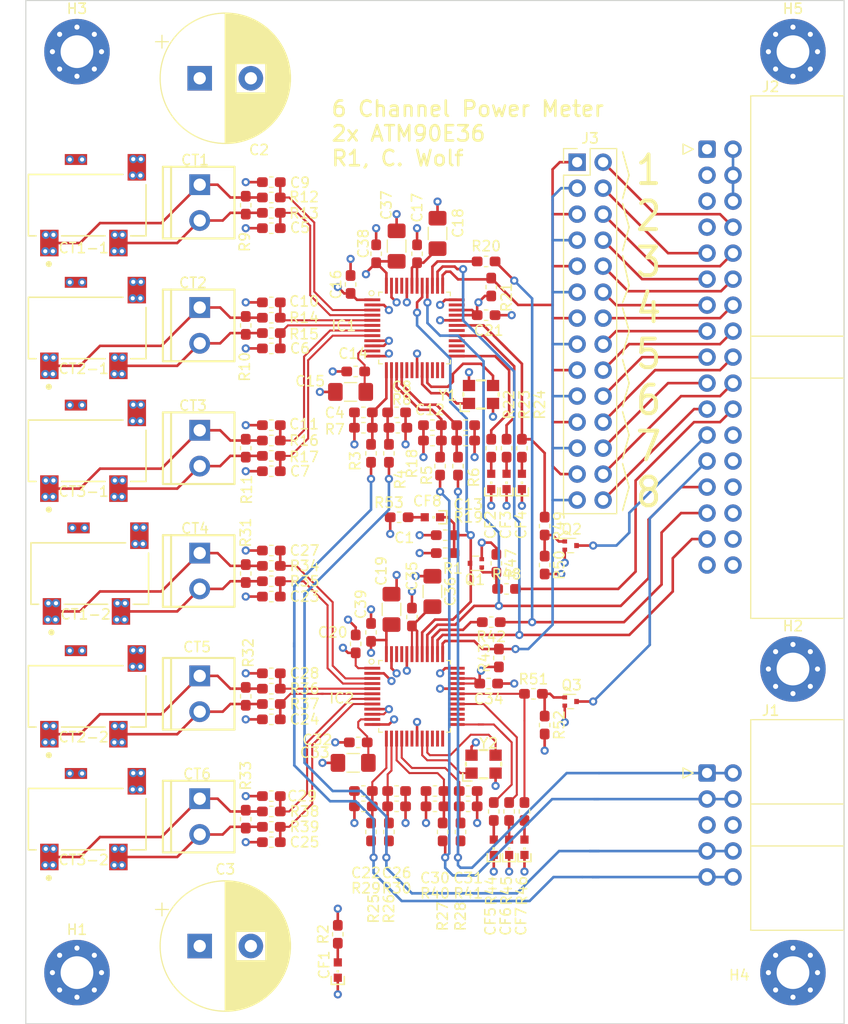
<source format=kicad_pcb>
(kicad_pcb (version 20171130) (host pcbnew "(5.1.6)-1")
  (layers (0 F.Cu signal) (1 In1.Cu signal) (2 In2.Cu signal) (31 B.Cu signal) (36 B.SilkS user hide) (37 F.SilkS user) (38 B.Mask user hide) (39 F.Mask user hide) (44 Edge.Cuts user))
  (net 0 "")
  (net 1 +3V3)
  (net 2 /meter_1/~CS)
  (net 3 /meter_1/SDI)
  (net 4 /meter_1/SDO)
  (net 5 /meter_1/SCLK)
  (net 6 GND)
  (net 7 /meter_1/V1P)
  (net 8 "Net-(J1-Pad5)")
  (net 9 /meter_1/V2P)
  (net 10 /meter_1/V1N)
  (net 11 "Net-(J1-Pad6)")
  (net 12 /meter_1/V2N)
  (net 13 "Net-(IC1-Pad26)")
  (net 14 "Net-(IC1-Pad22)")
  (net 15 "Net-(IC1-Pad23)")
  (net 16 "Net-(IC1-Pad24)")
  (net 17 "Net-(IC1-Pad28)")
  (net 18 "Net-(IC1-Pad27)")
  (net 19 "Net-(IC1-Pad25)")
  (net 20 "Net-(CT1-1-Pad1)")
  (net 21 "Net-(CT1-1-Pad2)")
  (net 22 "Net-(CT2-1-Pad2)")
  (net 23 "Net-(CT2-1-Pad1)")
  (net 24 "Net-(CT3-1-Pad1)")
  (net 25 "Net-(CT3-1-Pad2)")
  (net 26 /meter_1/~RESET)
  (net 27 "Net-(IC1-Pad46)")
  (net 28 "Net-(IC1-Pad45)")
  (net 29 "Net-(IC1-Pad39)")
  (net 30 "Net-(IC1-Pad35)")
  (net 31 "Net-(IC1-Pad30)")
  (net 32 "Net-(IC1-Pad29)")
  (net 33 "Net-(IC1-Pad21)")
  (net 34 "Net-(IC1-Pad20)")
  (net 35 "Net-(IC1-Pad18)")
  (net 36 "Net-(IC1-Pad17)")
  (net 37 "Net-(CT1-1-Pad3)")
  (net 38 "Net-(CT1-1-Pad10)")
  (net 39 "Net-(CT2-1-Pad10)")
  (net 40 "Net-(CT2-1-Pad3)")
  (net 41 "Net-(CT3-1-Pad3)")
  (net 42 "Net-(CT3-1-Pad10)")
  (net 43 "Net-(CF2-PadA)")
  (net 44 "Net-(CF3-PadA)")
  (net 45 "Net-(CF1-PadA)")
  (net 46 "Net-(CF4-PadA)")
  (net 47 "Net-(C8-Pad1)")
  (net 48 "Net-(C4-Pad1)")
  (net 49 "Net-(CT1-2-Pad2)")
  (net 50 "Net-(CT1-2-Pad1)")
  (net 51 "Net-(CT2-2-Pad1)")
  (net 52 "Net-(CT2-2-Pad2)")
  (net 53 "Net-(CT3-2-Pad2)")
  (net 54 "Net-(CT3-2-Pad1)")
  (net 55 "Net-(C22-Pad1)")
  (net 56 "Net-(CF7-PadA)")
  (net 57 "Net-(IC2-Pad29)")
  (net 58 "Net-(CF6-PadA)")
  (net 59 "Net-(CF5-PadA)")
  (net 60 "Net-(IC2-Pad25)")
  (net 61 "Net-(C26-Pad1)")
  (net 62 /meter_2/~CS)
  (net 63 "Net-(IC2-Pad39)")
  (net 64 "Net-(IC2-Pad26)")
  (net 65 "Net-(IC2-Pad27)")
  (net 66 "Net-(IC2-Pad28)")
  (net 67 "Net-(IC2-Pad22)")
  (net 68 "Net-(IC2-Pad23)")
  (net 69 "Net-(IC2-Pad24)")
  (net 70 "Net-(IC2-Pad17)")
  (net 71 "Net-(IC2-Pad18)")
  (net 72 "Net-(IC2-Pad20)")
  (net 73 "Net-(IC2-Pad21)")
  (net 74 "Net-(IC2-Pad30)")
  (net 75 "Net-(IC2-Pad35)")
  (net 76 "Net-(IC2-Pad45)")
  (net 77 "Net-(IC2-Pad46)")
  (net 78 "Net-(CT1-2-Pad3)")
  (net 79 "Net-(CT1-2-Pad10)")
  (net 80 "Net-(CT2-2-Pad3)")
  (net 81 "Net-(CT2-2-Pad10)")
  (net 82 "Net-(CT3-2-Pad10)")
  (net 83 "Net-(CT3-2-Pad3)")
  (net 84 /meter_1/I3N)
  (net 85 /meter_1/I3P)
  (net 86 /meter_1/I2N)
  (net 87 /meter_2/I1P)
  (net 88 /meter_1/I1P)
  (net 89 /meter_2/I2P)
  (net 90 /meter_1/I2P)
  (net 91 /meter_2/I3N)
  (net 92 /meter_2/I3P)
  (net 93 /meter_2/I2N)
  (net 94 /meter_2/I1N)
  (net 95 /meter_1/I1N)
  (net 96 "Net-(C32-Pad1)")
  (net 97 "Net-(C14-Pad1)")
  (net 98 /meter_2/1.8VDD)
  (net 99 /meter_1/1.8VDD)
  (net 100 "Net-(C13-Pad1)")
  (net 101 "Net-(C31-Pad1)")
  (net 102 "Net-(C30-Pad1)")
  (net 103 "Net-(C12-Pad1)")
  (net 104 +5V)
  (net 105 "Net-(IC1-Pad31)")
  (net 106 "Net-(IC2-Pad31)")
  (net 107 "Net-(Q1-Pad1)")
  (net 108 /INT_1)
  (net 109 "Net-(Q2-Pad1)")
  (net 110 /INT_2)
  (net 111 "Net-(Q3-Pad1)")
  (net 112 /RESET-IN)
  (net 113 /CS_13)
  (net 114 /CS_11)
  (net 115 /CS_9)
  (net 116 /CS_7)
  (net 117 /CS_5)
  (net 118 /CS_3)
  (net 119 /CS_1)
  (net 120 /CS_14)
  (net 121 /CS_12)
  (net 122 /CS_10)
  (net 123 /CS_8)
  (net 124 /CS_6)
  (net 125 /CS_4)
  (net 126 /CS_2)
  (net 127 "Net-(CF8-PadA)")
  (module Resistor_SMD:R_0603_1608Metric_Pad1.05x0.95mm_HandSolder (layer F.Cu) (at 71.5 85.5)
    (fp_text reference R53 (at -1 -1.43) (layer F.SilkS))
    (fp_text value 1K)
    (pad 2 smd roundrect (at 0.875 0) (size 1.05 0.95) (layers F.Cu F.Paste F.Mask) (net 127 "Net-(CF8-PadA)"))
    (pad 1 smd roundrect (at -0.875 0) (size 1.05 0.95) (layers F.Cu F.Paste F.Mask) (net 1 +3V3))
  )
  (module custom:CHIPLED_0603 (layer F.Cu) (at 74.75 85.5 270)
    (fp_text reference CF8 (at -1 2 180) (layer F.SilkS) (effects (justify left bottom)))
    (fp_text value BLU hide)
    (pad A smd rect (at 0 0.75 270) (size 0.8 0.8) (layers F.Cu F.Paste F.Mask) (net 127 "Net-(CF8-PadA)"))
    (pad C smd rect (at 0 -0.75 270) (size 0.8 0.8) (layers F.Cu F.Paste F.Mask) (net 26 /meter_1/~RESET))
  )
  (module Connector_IDC:IDC-Header_2x05_P2.54mm_Horizontal (layer F.Cu) (at 101.6 110.49)
    (fp_text reference J1 (at 6.215 -6.1) (layer F.SilkS))
    (fp_text value Conn_02x05_Odd_Even)
    (pad 10 thru_hole circle (at 2.54 10.16) (size 1.7 1.7) (drill 1) (layers *.Cu *.Mask) (net 7 /meter_1/V1P))
    (pad 8 thru_hole circle (at 2.54 7.62) (size 1.7 1.7) (drill 1) (layers *.Cu *.Mask) (net 10 /meter_1/V1N))
    (pad 6 thru_hole circle (at 2.54 5.08) (size 1.7 1.7) (drill 1) (layers *.Cu *.Mask) (net 11 "Net-(J1-Pad6)"))
    (pad 4 thru_hole circle (at 2.54 2.54) (size 1.7 1.7) (drill 1) (layers *.Cu *.Mask) (net 9 /meter_1/V2P))
    (pad 2 thru_hole circle (at 2.54 0) (size 1.7 1.7) (drill 1) (layers *.Cu *.Mask) (net 12 /meter_1/V2N))
    (pad 9 thru_hole circle (at 0 10.16) (size 1.7 1.7) (drill 1) (layers *.Cu *.Mask) (net 7 /meter_1/V1P))
    (pad 7 thru_hole circle (at 0 7.62) (size 1.7 1.7) (drill 1) (layers *.Cu *.Mask) (net 10 /meter_1/V1N))
    (pad 5 thru_hole circle (at 0 5.08) (size 1.7 1.7) (drill 1) (layers *.Cu *.Mask) (net 8 "Net-(J1-Pad5)"))
    (pad 3 thru_hole circle (at 0 2.54) (size 1.7 1.7) (drill 1) (layers *.Cu *.Mask) (net 9 /meter_1/V2P))
    (pad 1 thru_hole roundrect (at 0 0) (size 1.7 1.7) (drill 1) (layers *.Cu *.Mask) (roundrect_rratio 0.147059) (net 12 /meter_1/V2N))
  )
  (module Resistor_SMD:R_0603_1608Metric_Pad1.05x0.95mm_HandSolder (layer F.Cu) (at 85.725 105.805 270)
    (fp_text reference R52 (at 0 -1.43 90) (layer F.SilkS))
    (fp_text value 10K)
    (pad 2 smd roundrect (at 0.875 0 270) (size 1.05 0.95) (layers F.Cu F.Paste F.Mask) (net 6 GND))
    (pad 1 smd roundrect (at -0.875 0 270) (size 1.05 0.95) (layers F.Cu F.Paste F.Mask) (net 111 "Net-(Q3-Pad1)"))
  )
  (module Resistor_SMD:R_0603_1608Metric_Pad1.05x0.95mm_HandSolder (layer F.Cu) (at 84.625 102.75)
    (fp_text reference R51 (at 0 -1.43) (layer F.SilkS))
    (fp_text value 1K)
    (pad 2 smd roundrect (at 0.875 0) (size 1.05 0.95) (layers F.Cu F.Paste F.Mask) (net 111 "Net-(Q3-Pad1)"))
    (pad 1 smd roundrect (at -0.875 0) (size 1.05 0.95) (layers F.Cu F.Paste F.Mask) (net 106 "Net-(IC2-Pad31)"))
  )
  (module Resistor_SMD:R_0603_1608Metric_Pad1.05x0.95mm_HandSolder (layer F.Cu) (at 85.725 90.17 270)
    (fp_text reference R50 (at 0 -1.43 90) (layer F.SilkS))
    (fp_text value 10K)
    (pad 2 smd roundrect (at 0.875 0 270) (size 1.05 0.95) (layers F.Cu F.Paste F.Mask) (net 6 GND))
    (pad 1 smd roundrect (at -0.875 0 270) (size 1.05 0.95) (layers F.Cu F.Paste F.Mask) (net 109 "Net-(Q2-Pad1)"))
  )
  (module Resistor_SMD:R_0603_1608Metric_Pad1.05x0.95mm_HandSolder (layer F.Cu) (at 85.725 86.36 270)
    (fp_text reference R49 (at 0 -1.43 90) (layer F.SilkS))
    (fp_text value 1K)
    (pad 2 smd roundrect (at 0.875 0 270) (size 1.05 0.95) (layers F.Cu F.Paste F.Mask) (net 109 "Net-(Q2-Pad1)"))
    (pad 1 smd roundrect (at -0.875 0 270) (size 1.05 0.95) (layers F.Cu F.Paste F.Mask) (net 105 "Net-(IC1-Pad31)"))
  )
  (module Resistor_SMD:R_0603_1608Metric_Pad1.05x0.95mm_HandSolder (layer F.Cu) (at 82 92.5)
    (fp_text reference R48 (at 0 -1.43) (layer F.SilkS))
    (fp_text value 1K)
    (pad 2 smd roundrect (at 0.875 0) (size 1.05 0.95) (layers F.Cu F.Paste F.Mask) (net 112 /RESET-IN))
    (pad 1 smd roundrect (at -0.875 0) (size 1.05 0.95) (layers F.Cu F.Paste F.Mask) (net 107 "Net-(Q1-Pad1)"))
  )
  (module Resistor_SMD:R_0603_1608Metric_Pad1.05x0.95mm_HandSolder (layer F.Cu) (at 81 90 270)
    (fp_text reference R47 (at 0 -1.43 90) (layer F.SilkS))
    (fp_text value 10K)
    (pad 2 smd roundrect (at 0.875 0 270) (size 1.05 0.95) (layers F.Cu F.Paste F.Mask) (net 107 "Net-(Q1-Pad1)"))
    (pad 1 smd roundrect (at -0.875 0 270) (size 1.05 0.95) (layers F.Cu F.Paste F.Mask) (net 6 GND))
  )
  (module Package_TO_SOT_SMD:SOT-723 (layer F.Cu) (at 88.265 103.505)
    (fp_text reference Q3 (at 0.1 -1.6) (layer F.SilkS))
    (fp_text value RUM002N05T2LCT-ND)
    (pad 3 smd rect (at 0.575 0) (size 0.45 0.5) (layers F.Cu F.Paste F.Mask) (net 110 /INT_2))
    (pad 2 smd rect (at -0.575 0.4) (size 0.45 0.4) (layers F.Cu F.Paste F.Mask) (net 6 GND))
    (pad 1 smd rect (at -0.575 -0.4) (size 0.45 0.4) (layers F.Cu F.Paste F.Mask) (net 111 "Net-(Q3-Pad1)"))
  )
  (module Package_TO_SOT_SMD:SOT-723 (layer F.Cu) (at 88.265 88.265)
    (fp_text reference Q2 (at 0.1 -1.6) (layer F.SilkS))
    (fp_text value RUM002N05T2LCT-ND)
    (pad 3 smd rect (at 0.575 0) (size 0.45 0.5) (layers F.Cu F.Paste F.Mask) (net 108 /INT_1))
    (pad 2 smd rect (at -0.575 0.4) (size 0.45 0.4) (layers F.Cu F.Paste F.Mask) (net 6 GND))
    (pad 1 smd rect (at -0.575 -0.4) (size 0.45 0.4) (layers F.Cu F.Paste F.Mask) (net 109 "Net-(Q2-Pad1)"))
  )
  (module Package_TO_SOT_SMD:SOT-723 (layer F.Cu) (at 79 90 180)
    (fp_text reference Q1 (at 0.1 -1.6) (layer F.SilkS))
    (fp_text value RUM002N05T2LCT-ND)
    (pad 3 smd rect (at 0.575 0 180) (size 0.45 0.5) (layers F.Cu F.Paste F.Mask) (net 26 /meter_1/~RESET))
    (pad 2 smd rect (at -0.575 0.4 180) (size 0.45 0.4) (layers F.Cu F.Paste F.Mask) (net 6 GND))
    (pad 1 smd rect (at -0.575 -0.4 180) (size 0.45 0.4) (layers F.Cu F.Paste F.Mask) (net 107 "Net-(Q1-Pad1)"))
  )
  (module Connector_PinHeader_2.54mm:PinHeader_2x14_P2.54mm_Vertical (layer F.Cu) (at 88.9 50.8)
    (fp_text reference J3 (at 1.27 -2.33) (layer F.SilkS))
    (fp_text value Conn_02x14_Odd_Even)
    (pad 28 thru_hole oval (at 2.54 33.02) (size 1.7 1.7) (drill 1) (layers *.Cu *.Mask) (net 120 /CS_14))
    (pad 27 thru_hole oval (at 0 33.02) (size 1.7 1.7) (drill 1) (layers *.Cu *.Mask) (net 62 /meter_2/~CS))
    (pad 26 thru_hole oval (at 2.54 30.48) (size 1.7 1.7) (drill 1) (layers *.Cu *.Mask) (net 113 /CS_13))
    (pad 25 thru_hole oval (at 0 30.48) (size 1.7 1.7) (drill 1) (layers *.Cu *.Mask) (net 2 /meter_1/~CS))
    (pad 24 thru_hole oval (at 2.54 27.94) (size 1.7 1.7) (drill 1) (layers *.Cu *.Mask) (net 121 /CS_12))
    (pad 23 thru_hole oval (at 0 27.94) (size 1.7 1.7) (drill 1) (layers *.Cu *.Mask) (net 62 /meter_2/~CS))
    (pad 22 thru_hole oval (at 2.54 25.4) (size 1.7 1.7) (drill 1) (layers *.Cu *.Mask) (net 114 /CS_11))
    (pad 21 thru_hole oval (at 0 25.4) (size 1.7 1.7) (drill 1) (layers *.Cu *.Mask) (net 2 /meter_1/~CS))
    (pad 20 thru_hole oval (at 2.54 22.86) (size 1.7 1.7) (drill 1) (layers *.Cu *.Mask) (net 122 /CS_10))
    (pad 19 thru_hole oval (at 0 22.86) (size 1.7 1.7) (drill 1) (layers *.Cu *.Mask) (net 62 /meter_2/~CS))
    (pad 18 thru_hole oval (at 2.54 20.32) (size 1.7 1.7) (drill 1) (layers *.Cu *.Mask) (net 115 /CS_9))
    (pad 17 thru_hole oval (at 0 20.32) (size 1.7 1.7) (drill 1) (layers *.Cu *.Mask) (net 2 /meter_1/~CS))
    (pad 16 thru_hole oval (at 2.54 17.78) (size 1.7 1.7) (drill 1) (layers *.Cu *.Mask) (net 123 /CS_8))
    (pad 15 thru_hole oval (at 0 17.78) (size 1.7 1.7) (drill 1) (layers *.Cu *.Mask) (net 62 /meter_2/~CS))
    (pad 14 thru_hole oval (at 2.54 15.24) (size 1.7 1.7) (drill 1) (layers *.Cu *.Mask) (net 116 /CS_7))
    (pad 13 thru_hole oval (at 0 15.24) (size 1.7 1.7) (drill 1) (layers *.Cu *.Mask) (net 2 /meter_1/~CS))
    (pad 12 thru_hole oval (at 2.54 12.7) (size 1.7 1.7) (drill 1) (layers *.Cu *.Mask) (net 124 /CS_6))
    (pad 11 thru_hole oval (at 0 12.7) (size 1.7 1.7) (drill 1) (layers *.Cu *.Mask) (net 62 /meter_2/~CS))
    (pad 10 thru_hole oval (at 2.54 10.16) (size 1.7 1.7) (drill 1) (layers *.Cu *.Mask) (net 117 /CS_5))
    (pad 9 thru_hole oval (at 0 10.16) (size 1.7 1.7) (drill 1) (layers *.Cu *.Mask) (net 2 /meter_1/~CS))
    (pad 8 thru_hole oval (at 2.54 7.62) (size 1.7 1.7) (drill 1) (layers *.Cu *.Mask) (net 125 /CS_4))
    (pad 7 thru_hole oval (at 0 7.62) (size 1.7 1.7) (drill 1) (layers *.Cu *.Mask) (net 62 /meter_2/~CS))
    (pad 6 thru_hole oval (at 2.54 5.08) (size 1.7 1.7) (drill 1) (layers *.Cu *.Mask) (net 118 /CS_3))
    (pad 5 thru_hole oval (at 0 5.08) (size 1.7 1.7) (drill 1) (layers *.Cu *.Mask) (net 2 /meter_1/~CS))
    (pad 4 thru_hole oval (at 2.54 2.54) (size 1.7 1.7) (drill 1) (layers *.Cu *.Mask) (net 126 /CS_2))
    (pad 3 thru_hole oval (at 0 2.54) (size 1.7 1.7) (drill 1) (layers *.Cu *.Mask) (net 62 /meter_2/~CS))
    (pad 2 thru_hole oval (at 2.54 0) (size 1.7 1.7) (drill 1) (layers *.Cu *.Mask) (net 119 /CS_1))
    (pad 1 thru_hole rect (at 0 0) (size 1.7 1.7) (drill 1) (layers *.Cu *.Mask) (net 2 /meter_1/~CS))
  )
  (module Connector_IDC:IDC-Header_2x17_P2.54mm_Horizontal (layer F.Cu) (at 101.6 49.53)
    (fp_text reference J2 (at 6.215 -6.1) (layer F.SilkS))
    (fp_text value Conn_02x17_Odd_Even)
    (pad 34 thru_hole circle (at 2.54 40.64) (size 1.7 1.7) (drill 1) (layers *.Cu *.Mask) (net 6 GND))
    (pad 32 thru_hole circle (at 2.54 38.1) (size 1.7 1.7) (drill 1) (layers *.Cu *.Mask) (net 6 GND))
    (pad 30 thru_hole circle (at 2.54 35.56) (size 1.7 1.7) (drill 1) (layers *.Cu *.Mask) (net 6 GND))
    (pad 28 thru_hole circle (at 2.54 33.02) (size 1.7 1.7) (drill 1) (layers *.Cu *.Mask) (net 6 GND))
    (pad 26 thru_hole circle (at 2.54 30.48) (size 1.7 1.7) (drill 1) (layers *.Cu *.Mask) (net 6 GND))
    (pad 24 thru_hole circle (at 2.54 27.94) (size 1.7 1.7) (drill 1) (layers *.Cu *.Mask) (net 6 GND))
    (pad 22 thru_hole circle (at 2.54 25.4) (size 1.7 1.7) (drill 1) (layers *.Cu *.Mask) (net 112 /RESET-IN))
    (pad 20 thru_hole circle (at 2.54 22.86) (size 1.7 1.7) (drill 1) (layers *.Cu *.Mask) (net 113 /CS_13))
    (pad 18 thru_hole circle (at 2.54 20.32) (size 1.7 1.7) (drill 1) (layers *.Cu *.Mask) (net 114 /CS_11))
    (pad 16 thru_hole circle (at 2.54 17.78) (size 1.7 1.7) (drill 1) (layers *.Cu *.Mask) (net 115 /CS_9))
    (pad 14 thru_hole circle (at 2.54 15.24) (size 1.7 1.7) (drill 1) (layers *.Cu *.Mask) (net 116 /CS_7))
    (pad 12 thru_hole circle (at 2.54 12.7) (size 1.7 1.7) (drill 1) (layers *.Cu *.Mask) (net 117 /CS_5))
    (pad 10 thru_hole circle (at 2.54 10.16) (size 1.7 1.7) (drill 1) (layers *.Cu *.Mask) (net 118 /CS_3))
    (pad 8 thru_hole circle (at 2.54 7.62) (size 1.7 1.7) (drill 1) (layers *.Cu *.Mask) (net 119 /CS_1))
    (pad 6 thru_hole circle (at 2.54 5.08) (size 1.7 1.7) (drill 1) (layers *.Cu *.Mask) (net 104 +5V))
    (pad 4 thru_hole circle (at 2.54 2.54) (size 1.7 1.7) (drill 1) (layers *.Cu *.Mask) (net 104 +5V))
    (pad 2 thru_hole circle (at 2.54 0) (size 1.7 1.7) (drill 1) (layers *.Cu *.Mask) (net 104 +5V))
    (pad 33 thru_hole circle (at 0 40.64) (size 1.7 1.7) (drill 1) (layers *.Cu *.Mask) (net 6 GND))
    (pad 31 thru_hole circle (at 0 38.1) (size 1.7 1.7) (drill 1) (layers *.Cu *.Mask) (net 5 /meter_1/SCLK))
    (pad 29 thru_hole circle (at 0 35.56) (size 1.7 1.7) (drill 1) (layers *.Cu *.Mask) (net 4 /meter_1/SDO))
    (pad 27 thru_hole circle (at 0 33.02) (size 1.7 1.7) (drill 1) (layers *.Cu *.Mask) (net 3 /meter_1/SDI))
    (pad 25 thru_hole circle (at 0 30.48) (size 1.7 1.7) (drill 1) (layers *.Cu *.Mask) (net 110 /INT_2))
    (pad 23 thru_hole circle (at 0 27.94) (size 1.7 1.7) (drill 1) (layers *.Cu *.Mask) (net 108 /INT_1))
    (pad 21 thru_hole circle (at 0 25.4) (size 1.7 1.7) (drill 1) (layers *.Cu *.Mask) (net 120 /CS_14))
    (pad 19 thru_hole circle (at 0 22.86) (size 1.7 1.7) (drill 1) (layers *.Cu *.Mask) (net 121 /CS_12))
    (pad 17 thru_hole circle (at 0 20.32) (size 1.7 1.7) (drill 1) (layers *.Cu *.Mask) (net 122 /CS_10))
    (pad 15 thru_hole circle (at 0 17.78) (size 1.7 1.7) (drill 1) (layers *.Cu *.Mask) (net 123 /CS_8))
    (pad 13 thru_hole circle (at 0 15.24) (size 1.7 1.7) (drill 1) (layers *.Cu *.Mask) (net 124 /CS_6))
    (pad 11 thru_hole circle (at 0 12.7) (size 1.7 1.7) (drill 1) (layers *.Cu *.Mask) (net 125 /CS_4))
    (pad 9 thru_hole circle (at 0 10.16) (size 1.7 1.7) (drill 1) (layers *.Cu *.Mask) (net 126 /CS_2))
    (pad 7 thru_hole circle (at 0 7.62) (size 1.7 1.7) (drill 1) (layers *.Cu *.Mask) (net 1 +3V3))
    (pad 5 thru_hole circle (at 0 5.08) (size 1.7 1.7) (drill 1) (layers *.Cu *.Mask) (net 1 +3V3))
    (pad 3 thru_hole circle (at 0 2.54) (size 1.7 1.7) (drill 1) (layers *.Cu *.Mask) (net 1 +3V3))
    (pad 1 thru_hole roundrect (at 0 0) (size 1.7 1.7) (drill 1) (layers *.Cu *.Mask) (roundrect_rratio 0.147059) (net 1 +3V3))
  )
  (module 6_channel_esp32_energy_meter:CRYSTAL-SMD-3.2X2.5MM (layer F.Cu) (at 79.5 73.5)
    (fp_text reference Y1 (at -2.25 -0.5 -180) (layer F.SilkS) (effects (justify right top)))
    (fp_text value 16.384MHz hide)
    (pad 4 smd rect (at -1.175 -0.875 180) (size 1.2 1.1) (layers F.Cu F.Paste F.Mask) (net 6 GND))
    (pad 3 smd rect (at 1.175 -0.875) (size 1.2 1.1) (layers F.Cu F.Paste F.Mask) (net 33 "Net-(IC1-Pad21)"))
    (pad 2 smd rect (at 1.175 0.875) (size 1.2 1.1) (layers F.Cu F.Paste F.Mask) (net 6 GND))
    (pad 1 smd rect (at -1.175 0.875 180) (size 1.2 1.1) (layers F.Cu F.Paste F.Mask) (net 34 "Net-(IC1-Pad20)"))
  )
  (module Capacitor_SMD:C_0603_1608Metric_Pad1.05x0.95mm_HandSolder (layer F.Cu) (at 75 112.25 180)
    (fp_text reference C30 (at 0 -8.5 180) (layer F.SilkS))
    (fp_text value 18nF)
    (pad 2 smd roundrect (at 0.875 0 180) (size 1.05 0.95) (layers F.Cu F.Paste F.Mask) (net 6 GND))
    (pad 1 smd roundrect (at -0.875 0 180) (size 1.05 0.95) (layers F.Cu F.Paste F.Mask) (net 102 "Net-(C30-Pad1)"))
  )
  (module Capacitor_SMD:C_0603_1608Metric_Pad1.05x0.95mm_HandSolder (layer F.Cu) (at 67.5 107.5 180)
    (fp_text reference C32 (at 4 0.25 180) (layer F.SilkS))
    (fp_text value 0.1uF)
    (pad 2 smd roundrect (at 0.875 0 180) (size 1.05 0.95) (layers F.Cu F.Paste F.Mask) (net 6 GND))
    (pad 1 smd roundrect (at -0.875 0 180) (size 1.05 0.95) (layers F.Cu F.Paste F.Mask) (net 96 "Net-(C32-Pad1)"))
  )
  (module Capacitor_SMD:C_0603_1608Metric_Pad1.05x0.95mm_HandSolder (layer F.Cu) (at 69.25 59.75 90)
    (fp_text reference C38 (at 1 -1.25 90) (layer F.SilkS))
    (fp_text value 0.1uF)
    (pad 2 smd roundrect (at 0.875 0 90) (size 1.05 0.95) (layers F.Cu F.Paste F.Mask) (net 6 GND))
    (pad 1 smd roundrect (at -0.875 0 90) (size 1.05 0.95) (layers F.Cu F.Paste F.Mask) (net 1 +3V3))
  )
  (module Capacitor_SMD:C_0603_1608Metric_Pad1.05x0.95mm_HandSolder (layer F.Cu) (at 68.75 96.75 90)
    (fp_text reference C39 (at 2.75 -1 90) (layer F.SilkS))
    (fp_text value 0.1uF)
    (pad 2 smd roundrect (at 0.875 0 90) (size 1.05 0.95) (layers F.Cu F.Paste F.Mask) (net 6 GND))
    (pad 1 smd roundrect (at -0.875 0 90) (size 1.05 0.95) (layers F.Cu F.Paste F.Mask) (net 1 +3V3))
  )
  (module Capacitor_SMD:C_0603_1608Metric_Pad1.05x0.95mm_HandSolder (layer F.Cu) (at 74.75 76.5 180)
    (fp_text reference C12 (at 0.25 1.5 180) (layer F.SilkS))
    (fp_text value 18nF)
    (pad 2 smd roundrect (at 0.875 0 180) (size 1.05 0.95) (layers F.Cu F.Paste F.Mask) (net 6 GND))
    (pad 1 smd roundrect (at -0.875 0 180) (size 1.05 0.95) (layers F.Cu F.Paste F.Mask) (net 103 "Net-(C12-Pad1)"))
  )
  (module Capacitor_SMD:C_0603_1608Metric_Pad1.05x0.95mm_HandSolder (layer F.Cu) (at 67.25 71.25 180)
    (fp_text reference C14 (at 0.25 1.75 180) (layer F.SilkS))
    (fp_text value 0.1uF)
    (pad 2 smd roundrect (at 0.875 0 180) (size 1.05 0.95) (layers F.Cu F.Paste F.Mask) (net 6 GND))
    (pad 1 smd roundrect (at -0.875 0 180) (size 1.05 0.95) (layers F.Cu F.Paste F.Mask) (net 97 "Net-(C14-Pad1)"))
  )
  (module Capacitor_SMD:C_1206_3216Metric_Pad1.42x1.75mm_HandSolder (layer F.Cu) (at 74.75 92.75 90)
    (fp_text reference C36 (at 0 1.75 90) (layer F.SilkS))
    (fp_text value 10uF)
    (pad 2 smd roundrect (at 1.4875 0 90) (size 1.425 1.75) (layers F.Cu F.Paste F.Mask) (roundrect_rratio 0.175439) (net 6 GND))
    (pad 1 smd roundrect (at -1.4875 0 90) (size 1.425 1.75) (layers F.Cu F.Paste F.Mask) (roundrect_rratio 0.175439) (net 98 /meter_2/1.8VDD))
  )
  (module Capacitor_SMD:C_1206_3216Metric_Pad1.42x1.75mm_HandSolder (layer F.Cu) (at 67 109.5 180)
    (fp_text reference C33 (at 3.75 1 180) (layer F.SilkS))
    (fp_text value 10uF)
    (pad 2 smd roundrect (at 1.4875 0 180) (size 1.425 1.75) (layers F.Cu F.Paste F.Mask) (roundrect_rratio 0.175439) (net 6 GND))
    (pad 1 smd roundrect (at -1.4875 0 180) (size 1.425 1.75) (layers F.Cu F.Paste F.Mask) (roundrect_rratio 0.175439) (net 96 "Net-(C32-Pad1)"))
  )
  (module Capacitor_SMD:C_1206_3216Metric_Pad1.42x1.75mm_HandSolder (layer F.Cu) (at 70.75 94.5 90)
    (fp_text reference C19 (at 3.75 -1 90) (layer F.SilkS))
    (fp_text value 10uF)
    (pad 2 smd roundrect (at 1.4875 0 90) (size 1.425 1.75) (layers F.Cu F.Paste F.Mask) (roundrect_rratio 0.175439) (net 6 GND))
    (pad 1 smd roundrect (at -1.4875 0 90) (size 1.425 1.75) (layers F.Cu F.Paste F.Mask) (roundrect_rratio 0.175439) (net 1 +3V3))
  )
  (module Capacitor_SMD:C_1206_3216Metric_Pad1.42x1.75mm_HandSolder (layer F.Cu) (at 66.75 73.25 180)
    (fp_text reference C15 (at 3.95 1.05 180) (layer F.SilkS))
    (fp_text value 10uF)
    (pad 2 smd roundrect (at 1.4875 0 180) (size 1.425 1.75) (layers F.Cu F.Paste F.Mask) (roundrect_rratio 0.175439) (net 6 GND))
    (pad 1 smd roundrect (at -1.4875 0 180) (size 1.425 1.75) (layers F.Cu F.Paste F.Mask) (roundrect_rratio 0.175439) (net 97 "Net-(C14-Pad1)"))
  )
  (module Capacitor_SMD:C_1206_3216Metric_Pad1.42x1.75mm_HandSolder (layer F.Cu) (at 75.25 57.7625 90)
    (fp_text reference C18 (at 1.0125 2 90) (layer F.SilkS))
    (fp_text value 10uF)
    (pad 2 smd roundrect (at 1.4875 0 90) (size 1.425 1.75) (layers F.Cu F.Paste F.Mask) (roundrect_rratio 0.175439) (net 6 GND))
    (pad 1 smd roundrect (at -1.4875 0 90) (size 1.425 1.75) (layers F.Cu F.Paste F.Mask) (roundrect_rratio 0.175439) (net 99 /meter_1/1.8VDD))
  )
  (module Capacitor_SMD:C_1206_3216Metric_Pad1.42x1.75mm_HandSolder (layer F.Cu) (at 71.25 59 90)
    (fp_text reference C37 (at 4 -1 90) (layer F.SilkS))
    (fp_text value 10uF)
    (pad 2 smd roundrect (at 1.4875 0 90) (size 1.425 1.75) (layers F.Cu F.Paste F.Mask) (roundrect_rratio 0.175439) (net 6 GND))
    (pad 1 smd roundrect (at -1.4875 0 90) (size 1.425 1.75) (layers F.Cu F.Paste F.Mask) (roundrect_rratio 0.175439) (net 1 +3V3))
  )
  (module Capacitor_THT:CP_Radial_D12.5mm_P5.00mm (layer F.Cu) (at 52 127.4)
    (fp_text reference C3 (at 2.5 -7.5) (layer F.SilkS))
    (fp_text value CP1)
    (pad 2 thru_hole circle (at 5 0) (size 2.4 2.4) (drill 1.2) (layers *.Cu *.Mask) (net 6 GND))
    (pad 1 thru_hole rect (at 0 0) (size 2.4 2.4) (drill 1.2) (layers *.Cu *.Mask) (net 1 +3V3))
  )
  (module Capacitor_THT:CP_Radial_D12.5mm_P5.00mm (layer F.Cu) (at 52 42.6)
    (fp_text reference C2 (at 5.8 7) (layer F.SilkS))
    (fp_text value CP1)
    (pad 2 thru_hole circle (at 5 0) (size 2.4 2.4) (drill 1.2) (layers *.Cu *.Mask) (net 6 GND))
    (pad 1 thru_hole rect (at 0 0) (size 2.4 2.4) (drill 1.2) (layers *.Cu *.Mask) (net 1 +3V3))
  )
  (module 6_channel_esp32_energy_meter:QFP50P900X900X120-48 (layer F.Cu) (at 73 103)
    (fp_text reference IC2 (at -5.8 -0.4 -180) (layer F.SilkS) (effects (justify right top)))
    (fp_text value ATM90E36 hide)
    (pad 48 smd rect (at -2.75 -4.1269 90) (size 1.5579 0.28) (layers F.Cu F.Paste F.Mask) (net 1 +3V3))
    (pad 47 smd rect (at -2.25 -4.1269 90) (size 1.5579 0.28) (layers F.Cu F.Paste F.Mask) (net 6 GND))
    (pad 46 smd rect (at -1.75 -4.1269 90) (size 1.5579 0.28) (layers F.Cu F.Paste F.Mask) (net 77 "Net-(IC2-Pad46)"))
    (pad 45 smd rect (at -1.25 -4.1269 90) (size 1.5579 0.28) (layers F.Cu F.Paste F.Mask) (net 76 "Net-(IC2-Pad45)"))
    (pad 44 smd rect (at -0.75 -4.1269 90) (size 1.5579 0.28) (layers F.Cu F.Paste F.Mask) (net 6 GND))
    (pad 43 smd rect (at -0.25 -4.1269 90) (size 1.5579 0.28) (layers F.Cu F.Paste F.Mask) (net 98 /meter_2/1.8VDD))
    (pad 42 smd rect (at 0.25 -4.1269 90) (size 1.5579 0.28) (layers F.Cu F.Paste F.Mask) (net 98 /meter_2/1.8VDD))
    (pad 41 smd rect (at 0.75 -4.1269 90) (size 1.5579 0.28) (layers F.Cu F.Paste F.Mask) (net 26 /meter_1/~RESET))
    (pad 40 smd rect (at 1.25 -4.1269 90) (size 1.5579 0.28) (layers F.Cu F.Paste F.Mask) (net 3 /meter_1/SDI))
    (pad 39 smd rect (at 1.75 -4.1269 90) (size 1.5579 0.28) (layers F.Cu F.Paste F.Mask) (net 63 "Net-(IC2-Pad39)"))
    (pad 38 smd rect (at 2.25 -4.1269 90) (size 1.5579 0.28) (layers F.Cu F.Paste F.Mask) (net 5 /meter_1/SCLK))
    (pad 37 smd rect (at 2.75 -4.1269 90) (size 1.5579 0.28) (layers F.Cu F.Paste F.Mask) (net 62 /meter_2/~CS))
    (pad 36 smd rect (at 4.1269 -2.75) (size 1.5579 0.28) (layers F.Cu F.Paste F.Mask) (net 6 GND))
    (pad 35 smd rect (at 4.1269 -2.25) (size 1.5579 0.28) (layers F.Cu F.Paste F.Mask) (net 75 "Net-(IC2-Pad35)"))
    (pad 34 smd rect (at 4.1269 -1.75) (size 1.5579 0.28) (layers F.Cu F.Paste F.Mask) (net 1 +3V3))
    (pad 33 smd rect (at 4.1269 -1.25) (size 1.5579 0.28) (layers F.Cu F.Paste F.Mask) (net 1 +3V3))
    (pad 32 smd rect (at 4.1269 -0.75) (size 1.5579 0.28) (layers F.Cu F.Paste F.Mask) (net 6 GND))
    (pad 31 smd rect (at 4.1269 -0.25) (size 1.5579 0.28) (layers F.Cu F.Paste F.Mask) (net 106 "Net-(IC2-Pad31)"))
    (pad 30 smd rect (at 4.1269 0.25) (size 1.5579 0.28) (layers F.Cu F.Paste F.Mask) (net 74 "Net-(IC2-Pad30)"))
    (pad 29 smd rect (at 4.1269 0.75) (size 1.5579 0.28) (layers F.Cu F.Paste F.Mask) (net 57 "Net-(IC2-Pad29)"))
    (pad 28 smd rect (at 4.1269 1.25) (size 1.5579 0.28) (layers F.Cu F.Paste F.Mask) (net 66 "Net-(IC2-Pad28)"))
    (pad 27 smd rect (at 4.1269 1.75) (size 1.5579 0.28) (layers F.Cu F.Paste F.Mask) (net 65 "Net-(IC2-Pad27)"))
    (pad 26 smd rect (at 4.1269 2.25) (size 1.5579 0.28) (layers F.Cu F.Paste F.Mask) (net 64 "Net-(IC2-Pad26)"))
    (pad 25 smd rect (at 4.1269 2.75) (size 1.5579 0.28) (layers F.Cu F.Paste F.Mask) (net 60 "Net-(IC2-Pad25)"))
    (pad 24 smd rect (at 2.75 4.1269 90) (size 1.5579 0.28) (layers F.Cu F.Paste F.Mask) (net 69 "Net-(IC2-Pad24)"))
    (pad 23 smd rect (at 2.25 4.1269 90) (size 1.5579 0.28) (layers F.Cu F.Paste F.Mask) (net 68 "Net-(IC2-Pad23)"))
    (pad 22 smd rect (at 1.75 4.1269 90) (size 1.5579 0.28) (layers F.Cu F.Paste F.Mask) (net 67 "Net-(IC2-Pad22)"))
    (pad 21 smd rect (at 1.25 4.1269 90) (size 1.5579 0.28) (layers F.Cu F.Paste F.Mask) (net 73 "Net-(IC2-Pad21)"))
    (pad 20 smd rect (at 0.75 4.1269 90) (size 1.5579 0.28) (layers F.Cu F.Paste F.Mask) (net 72 "Net-(IC2-Pad20)"))
    (pad 19 smd rect (at 0.25 4.1269 90) (size 1.5579 0.28) (layers F.Cu F.Paste F.Mask) (net 6 GND))
    (pad 18 smd rect (at -0.25 4.1269 90) (size 1.5579 0.28) (layers F.Cu F.Paste F.Mask) (net 71 "Net-(IC2-Pad18)"))
    (pad 17 smd rect (at -0.75 4.1269 90) (size 1.5579 0.28) (layers F.Cu F.Paste F.Mask) (net 70 "Net-(IC2-Pad17)"))
    (pad 16 smd rect (at -1.25 4.1269 90) (size 1.5579 0.28) (layers F.Cu F.Paste F.Mask) (net 101 "Net-(C31-Pad1)"))
    (pad 15 smd rect (at -1.75 4.1269 90) (size 1.5579 0.28) (layers F.Cu F.Paste F.Mask) (net 102 "Net-(C30-Pad1)"))
    (pad 14 smd rect (at -2.25 4.1269 90) (size 1.5579 0.28) (layers F.Cu F.Paste F.Mask) (net 61 "Net-(C26-Pad1)"))
    (pad 13 smd rect (at -2.75 4.1269 90) (size 1.5579 0.28) (layers F.Cu F.Paste F.Mask) (net 55 "Net-(C22-Pad1)"))
    (pad 12 smd rect (at -4.1269 2.75) (size 1.5579 0.28) (layers F.Cu F.Paste F.Mask) (net 6 GND))
    (pad 11 smd rect (at -4.1269 2.25) (size 1.5579 0.28) (layers F.Cu F.Paste F.Mask) (net 96 "Net-(C32-Pad1)"))
    (pad 10 smd rect (at -4.1269 1.75) (size 1.5579 0.28) (layers F.Cu F.Paste F.Mask) (net 6 GND))
    (pad 9 smd rect (at -4.1269 1.25) (size 1.5579 0.28) (layers F.Cu F.Paste F.Mask) (net 6 GND))
    (pad 8 smd rect (at -4.1269 0.75) (size 1.5579 0.28) (layers F.Cu F.Paste F.Mask) (net 91 /meter_2/I3N))
    (pad 7 smd rect (at -4.1269 0.25) (size 1.5579 0.28) (layers F.Cu F.Paste F.Mask) (net 92 /meter_2/I3P))
    (pad 6 smd rect (at -4.1269 -0.25) (size 1.5579 0.28) (layers F.Cu F.Paste F.Mask) (net 93 /meter_2/I2N))
    (pad 5 smd rect (at -4.1269 -0.75) (size 1.5579 0.28) (layers F.Cu F.Paste F.Mask) (net 89 /meter_2/I2P))
    (pad 4 smd rect (at -4.1269 -1.25) (size 1.5579 0.28) (layers F.Cu F.Paste F.Mask) (net 94 /meter_2/I1N))
    (pad 3 smd rect (at -4.1269 -1.75) (size 1.5579 0.28) (layers F.Cu F.Paste F.Mask) (net 87 /meter_2/I1P))
    (pad 2 smd rect (at -4.1269 -2.25) (size 1.5579 0.28) (layers F.Cu F.Paste F.Mask) (net 6 GND))
    (pad 1 smd rect (at -4.1269 -2.75) (size 1.5579 0.28) (layers F.Cu F.Paste F.Mask) (net 1 +3V3))
  )
  (module 6_channel_esp32_energy_meter:QFP50P900X900X120-48 (layer F.Cu) (at 73 67)
    (fp_text reference IC1 (at -5.6 -0.8 -180) (layer F.SilkS) (effects (justify right top)))
    (fp_text value ATM90E36 hide)
    (pad 48 smd rect (at -2.75 -4.1269 90) (size 1.5579 0.28) (layers F.Cu F.Paste F.Mask) (net 1 +3V3))
    (pad 47 smd rect (at -2.25 -4.1269 90) (size 1.5579 0.28) (layers F.Cu F.Paste F.Mask) (net 6 GND))
    (pad 46 smd rect (at -1.75 -4.1269 90) (size 1.5579 0.28) (layers F.Cu F.Paste F.Mask) (net 27 "Net-(IC1-Pad46)"))
    (pad 45 smd rect (at -1.25 -4.1269 90) (size 1.5579 0.28) (layers F.Cu F.Paste F.Mask) (net 28 "Net-(IC1-Pad45)"))
    (pad 44 smd rect (at -0.75 -4.1269 90) (size 1.5579 0.28) (layers F.Cu F.Paste F.Mask) (net 6 GND))
    (pad 43 smd rect (at -0.25 -4.1269 90) (size 1.5579 0.28) (layers F.Cu F.Paste F.Mask) (net 99 /meter_1/1.8VDD))
    (pad 42 smd rect (at 0.25 -4.1269 90) (size 1.5579 0.28) (layers F.Cu F.Paste F.Mask) (net 99 /meter_1/1.8VDD))
    (pad 41 smd rect (at 0.75 -4.1269 90) (size 1.5579 0.28) (layers F.Cu F.Paste F.Mask) (net 26 /meter_1/~RESET))
    (pad 40 smd rect (at 1.25 -4.1269 90) (size 1.5579 0.28) (layers F.Cu F.Paste F.Mask) (net 3 /meter_1/SDI))
    (pad 39 smd rect (at 1.75 -4.1269 90) (size 1.5579 0.28) (layers F.Cu F.Paste F.Mask) (net 29 "Net-(IC1-Pad39)"))
    (pad 38 smd rect (at 2.25 -4.1269 90) (size 1.5579 0.28) (layers F.Cu F.Paste F.Mask) (net 5 /meter_1/SCLK))
    (pad 37 smd rect (at 2.75 -4.1269 90) (size 1.5579 0.28) (layers F.Cu F.Paste F.Mask) (net 2 /meter_1/~CS))
    (pad 36 smd rect (at 4.1269 -2.75) (size 1.5579 0.28) (layers F.Cu F.Paste F.Mask) (net 6 GND))
    (pad 35 smd rect (at 4.1269 -2.25) (size 1.5579 0.28) (layers F.Cu F.Paste F.Mask) (net 30 "Net-(IC1-Pad35)"))
    (pad 34 smd rect (at 4.1269 -1.75) (size 1.5579 0.28) (layers F.Cu F.Paste F.Mask) (net 1 +3V3))
    (pad 33 smd rect (at 4.1269 -1.25) (size 1.5579 0.28) (layers F.Cu F.Paste F.Mask) (net 1 +3V3))
    (pad 32 smd rect (at 4.1269 -0.75) (size 1.5579 0.28) (layers F.Cu F.Paste F.Mask) (net 6 GND))
    (pad 31 smd rect (at 4.1269 -0.25) (size 1.5579 0.28) (layers F.Cu F.Paste F.Mask) (net 105 "Net-(IC1-Pad31)"))
    (pad 30 smd rect (at 4.1269 0.25) (size 1.5579 0.28) (layers F.Cu F.Paste F.Mask) (net 31 "Net-(IC1-Pad30)"))
    (pad 29 smd rect (at 4.1269 0.75) (size 1.5579 0.28) (layers F.Cu F.Paste F.Mask) (net 32 "Net-(IC1-Pad29)"))
    (pad 28 smd rect (at 4.1269 1.25) (size 1.5579 0.28) (layers F.Cu F.Paste F.Mask) (net 17 "Net-(IC1-Pad28)"))
    (pad 27 smd rect (at 4.1269 1.75) (size 1.5579 0.28) (layers F.Cu F.Paste F.Mask) (net 18 "Net-(IC1-Pad27)"))
    (pad 26 smd rect (at 4.1269 2.25) (size 1.5579 0.28) (layers F.Cu F.Paste F.Mask) (net 13 "Net-(IC1-Pad26)"))
    (pad 25 smd rect (at 4.1269 2.75) (size 1.5579 0.28) (layers F.Cu F.Paste F.Mask) (net 19 "Net-(IC1-Pad25)"))
    (pad 24 smd rect (at 2.75 4.1269 90) (size 1.5579 0.28) (layers F.Cu F.Paste F.Mask) (net 16 "Net-(IC1-Pad24)"))
    (pad 23 smd rect (at 2.25 4.1269 90) (size 1.5579 0.28) (layers F.Cu F.Paste F.Mask) (net 15 "Net-(IC1-Pad23)"))
    (pad 22 smd rect (at 1.75 4.1269 90) (size 1.5579 0.28) (layers F.Cu F.Paste F.Mask) (net 14 "Net-(IC1-Pad22)"))
    (pad 21 smd rect (at 1.25 4.1269 90) (size 1.5579 0.28) (layers F.Cu F.Paste F.Mask) (net 33 "Net-(IC1-Pad21)"))
    (pad 20 smd rect (at 0.75 4.1269 90) (size 1.5579 0.28) (layers F.Cu F.Paste F.Mask) (net 34 "Net-(IC1-Pad20)"))
    (pad 19 smd rect (at 0.25 4.1269 90) (size 1.5579 0.28) (layers F.Cu F.Paste F.Mask) (net 6 GND))
    (pad 18 smd rect (at -0.25 4.1269 90) (size 1.5579 0.28) (layers F.Cu F.Paste F.Mask) (net 35 "Net-(IC1-Pad18)"))
    (pad 17 smd rect (at -0.75 4.1269 90) (size 1.5579 0.28) (layers F.Cu F.Paste F.Mask) (net 36 "Net-(IC1-Pad17)"))
    (pad 16 smd rect (at -1.25 4.1269 90) (size 1.5579 0.28) (layers F.Cu F.Paste F.Mask) (net 100 "Net-(C13-Pad1)"))
    (pad 15 smd rect (at -1.75 4.1269 90) (size 1.5579 0.28) (layers F.Cu F.Paste F.Mask) (net 103 "Net-(C12-Pad1)"))
    (pad 14 smd rect (at -2.25 4.1269 90) (size 1.5579 0.28) (layers F.Cu F.Paste F.Mask) (net 47 "Net-(C8-Pad1)"))
    (pad 13 smd rect (at -2.75 4.1269 90) (size 1.5579 0.28) (layers F.Cu F.Paste F.Mask) (net 48 "Net-(C4-Pad1)"))
    (pad 12 smd rect (at -4.1269 2.75) (size 1.5579 0.28) (layers F.Cu F.Paste F.Mask) (net 6 GND))
    (pad 11 smd rect (at -4.1269 2.25) (size 1.5579 0.28) (layers F.Cu F.Paste F.Mask) (net 97 "Net-(C14-Pad1)"))
    (pad 10 smd rect (at -4.1269 1.75) (size 1.5579 0.28) (layers F.Cu F.Paste F.Mask) (net 6 GND))
    (pad 9 smd rect (at -4.1269 1.25) (size 1.5579 0.28) (layers F.Cu F.Paste F.Mask) (net 6 GND))
    (pad 8 smd rect (at -4.1269 0.75) (size 1.5579 0.28) (layers F.Cu F.Paste F.Mask) (net 84 /meter_1/I3N))
    (pad 7 smd rect (at -4.1269 0.25) (size 1.5579 0.28) (layers F.Cu F.Paste F.Mask) (net 85 /meter_1/I3P))
    (pad 6 smd rect (at -4.1269 -0.25) (size 1.5579 0.28) (layers F.Cu F.Paste F.Mask) (net 86 /meter_1/I2N))
    (pad 5 smd rect (at -4.1269 -0.75) (size 1.5579 0.28) (layers F.Cu F.Paste F.Mask) (net 90 /meter_1/I2P))
    (pad 4 smd rect (at -4.1269 -1.25) (size 1.5579 0.28) (layers F.Cu F.Paste F.Mask) (net 95 /meter_1/I1N))
    (pad 3 smd rect (at -4.1269 -1.75) (size 1.5579 0.28) (layers F.Cu F.Paste F.Mask) (net 88 /meter_1/I1P))
    (pad 2 smd rect (at -4.1269 -2.25) (size 1.5579 0.28) (layers F.Cu F.Paste F.Mask) (net 6 GND))
    (pad 1 smd rect (at -4.1269 -2.75) (size 1.5579 0.28) (layers F.Cu F.Paste F.Mask) (net 1 +3V3))
  )
  (module 6_channel_esp32_energy_meter:CHIPLED_0603 (layer F.Cu) (at 65.5 129.75 180)
    (fp_text reference CF1 (at 0.75 -1 90) (layer F.SilkS) (effects (justify left bottom)))
    (fp_text value BLU hide)
    (pad A smd rect (at 0 0.75 180) (size 0.8 0.8) (layers F.Cu F.Paste F.Mask) (net 45 "Net-(CF1-PadA)"))
    (pad C smd rect (at 0 -0.75 180) (size 0.8 0.8) (layers F.Cu F.Paste F.Mask) (net 6 GND))
  )
  (module 6_channel_esp32_energy_meter:CHIPLED_0603 (layer F.Cu) (at 80.5 82 180)
    (fp_text reference CF2 (at -0.5 -5.75 90) (layer F.SilkS) (effects (justify left bottom)))
    (fp_text value BLU hide)
    (pad A smd rect (at 0 0.75 180) (size 0.8 0.8) (layers F.Cu F.Paste F.Mask) (net 43 "Net-(CF2-PadA)"))
    (pad C smd rect (at 0 -0.75 180) (size 0.8 0.8) (layers F.Cu F.Paste F.Mask) (net 6 GND))
  )
  (module 6_channel_esp32_energy_meter:CHIPLED_0603 (layer F.Cu) (at 82 82 180)
    (fp_text reference CF3 (at -0.5 -5.75 90) (layer F.SilkS) (effects (justify left bottom)))
    (fp_text value BLU hide)
    (pad A smd rect (at 0 0.75 180) (size 0.8 0.8) (layers F.Cu F.Paste F.Mask) (net 44 "Net-(CF3-PadA)"))
    (pad C smd rect (at 0 -0.75 180) (size 0.8 0.8) (layers F.Cu F.Paste F.Mask) (net 6 GND))
  )
  (module 6_channel_esp32_energy_meter:CHIPLED_0603 (layer F.Cu) (at 83.5 82 180)
    (fp_text reference CF4 (at -0.5 -5.75 90) (layer F.SilkS) (effects (justify left bottom)))
    (fp_text value BLU hide)
    (pad A smd rect (at 0 0.75 180) (size 0.8 0.8) (layers F.Cu F.Paste F.Mask) (net 46 "Net-(CF4-PadA)"))
    (pad C smd rect (at 0 -0.75 180) (size 0.8 0.8) (layers F.Cu F.Paste F.Mask) (net 6 GND))
  )
  (module Capacitor_SMD:C_0603_1608Metric_Pad1.05x0.95mm_HandSolder (layer F.Cu) (at 68 75.25 180)
    (fp_text reference C4 (at 2.8 -0.05 180) (layer F.SilkS))
    (fp_text value 18nF)
    (pad 2 smd roundrect (at 0.875 0 180) (size 1.05 0.95) (layers F.Cu F.Paste F.Mask) (net 6 GND))
    (pad 1 smd roundrect (at -0.875 0 180) (size 1.05 0.95) (layers F.Cu F.Paste F.Mask) (net 48 "Net-(C4-Pad1)"))
  )
  (module Capacitor_SMD:C_0603_1608Metric_Pad1.05x0.95mm_HandSolder (layer F.Cu) (at 59 57.25 180)
    (fp_text reference C5 (at -2.8 0.05 180) (layer F.SilkS))
    (fp_text value 0.33uF)
    (pad 2 smd roundrect (at 0.875 0 180) (size 1.05 0.95) (layers F.Cu F.Paste F.Mask) (net 6 GND))
    (pad 1 smd roundrect (at -0.875 0 180) (size 1.05 0.95) (layers F.Cu F.Paste F.Mask) (net 95 /meter_1/I1N))
  )
  (module Capacitor_SMD:C_0603_1608Metric_Pad1.05x0.95mm_HandSolder (layer F.Cu) (at 59 69 180)
    (fp_text reference C6 (at -2.8 0 180) (layer F.SilkS))
    (fp_text value 0.33uF)
    (pad 2 smd roundrect (at 0.875 0 180) (size 1.05 0.95) (layers F.Cu F.Paste F.Mask) (net 6 GND))
    (pad 1 smd roundrect (at -0.875 0 180) (size 1.05 0.95) (layers F.Cu F.Paste F.Mask) (net 86 /meter_1/I2N))
  )
  (module Capacitor_SMD:C_0603_1608Metric_Pad1.05x0.95mm_HandSolder (layer F.Cu) (at 59 81 180)
    (fp_text reference C7 (at -2.8 0 180) (layer F.SilkS))
    (fp_text value 0.33uF)
    (pad 2 smd roundrect (at 0.875 0 180) (size 1.05 0.95) (layers F.Cu F.Paste F.Mask) (net 6 GND))
    (pad 1 smd roundrect (at -0.875 0 180) (size 1.05 0.95) (layers F.Cu F.Paste F.Mask) (net 84 /meter_1/I3N))
  )
  (module Capacitor_SMD:C_0603_1608Metric_Pad1.05x0.95mm_HandSolder (layer F.Cu) (at 71.25 75.25)
    (fp_text reference C8 (at 0.5 -2.5) (layer F.SilkS))
    (fp_text value 18nF)
    (pad 2 smd roundrect (at 0.875 0) (size 1.05 0.95) (layers F.Cu F.Paste F.Mask) (net 6 GND))
    (pad 1 smd roundrect (at -0.875 0) (size 1.05 0.95) (layers F.Cu F.Paste F.Mask) (net 47 "Net-(C8-Pad1)"))
  )
  (module Capacitor_SMD:C_0603_1608Metric_Pad1.05x0.95mm_HandSolder (layer F.Cu) (at 59 52.75 180)
    (fp_text reference C9 (at -2.8 -0.05 180) (layer F.SilkS))
    (fp_text value 0.33uF)
    (pad 2 smd roundrect (at 0.875 0 180) (size 1.05 0.95) (layers F.Cu F.Paste F.Mask) (net 6 GND))
    (pad 1 smd roundrect (at -0.875 0 180) (size 1.05 0.95) (layers F.Cu F.Paste F.Mask) (net 88 /meter_1/I1P))
  )
  (module Capacitor_SMD:C_0603_1608Metric_Pad1.05x0.95mm_HandSolder (layer F.Cu) (at 59 64.5 180)
    (fp_text reference C10 (at -3.2 0.1 180) (layer F.SilkS))
    (fp_text value 0.33uF)
    (pad 2 smd roundrect (at 0.875 0 180) (size 1.05 0.95) (layers F.Cu F.Paste F.Mask) (net 6 GND))
    (pad 1 smd roundrect (at -0.875 0 180) (size 1.05 0.95) (layers F.Cu F.Paste F.Mask) (net 90 /meter_1/I2P))
  )
  (module Capacitor_SMD:C_0603_1608Metric_Pad1.05x0.95mm_HandSolder (layer F.Cu) (at 78 76.5)
    (fp_text reference C13 (at 0.25 7.75) (layer F.SilkS))
    (fp_text value 18nF)
    (pad 2 smd roundrect (at 0.875 0) (size 1.05 0.95) (layers F.Cu F.Paste F.Mask) (net 6 GND))
    (pad 1 smd roundrect (at -0.875 0) (size 1.05 0.95) (layers F.Cu F.Paste F.Mask) (net 100 "Net-(C13-Pad1)"))
  )
  (module Capacitor_SMD:C_0603_1608Metric_Pad1.05x0.95mm_HandSolder (layer F.Cu) (at 66.75 62.75 90)
    (fp_text reference C16 (at 0 -1.43 90) (layer F.SilkS))
    (fp_text value 0.1uF)
    (pad 2 smd roundrect (at 0.875 0 90) (size 1.05 0.95) (layers F.Cu F.Paste F.Mask) (net 6 GND))
    (pad 1 smd roundrect (at -0.875 0 90) (size 1.05 0.95) (layers F.Cu F.Paste F.Mask) (net 1 +3V3))
  )
  (module Capacitor_SMD:C_0603_1608Metric_Pad1.05x0.95mm_HandSolder (layer F.Cu) (at 73.25 59.75 90)
    (fp_text reference C17 (at 4.5 0 90) (layer F.SilkS))
    (fp_text value 0.1uF)
    (pad 2 smd roundrect (at 0.875 0 90) (size 1.05 0.95) (layers F.Cu F.Paste F.Mask) (net 6 GND))
    (pad 1 smd roundrect (at -0.875 0 90) (size 1.05 0.95) (layers F.Cu F.Paste F.Mask) (net 99 /meter_1/1.8VDD))
  )
  (module Capacitor_SMD:C_0603_1608Metric_Pad1.05x0.95mm_HandSolder (layer F.Cu) (at 76 87.25 180)
    (fp_text reference C1 (at 4 -0.25 180) (layer F.SilkS))
    (fp_text value 0.1uF)
    (pad 2 smd roundrect (at 0.875 0 180) (size 1.05 0.95) (layers F.Cu F.Paste F.Mask) (net 6 GND))
    (pad 1 smd roundrect (at -0.875 0 180) (size 1.05 0.95) (layers F.Cu F.Paste F.Mask) (net 26 /meter_1/~RESET))
  )
  (module Capacitor_SMD:C_0603_1608Metric_Pad1.05x0.95mm_HandSolder (layer F.Cu) (at 59 76.5 180)
    (fp_text reference C11 (at -3.2 0.1 180) (layer F.SilkS))
    (fp_text value 0.33uF)
    (pad 2 smd roundrect (at 0.875 0 180) (size 1.05 0.95) (layers F.Cu F.Paste F.Mask) (net 6 GND))
    (pad 1 smd roundrect (at -0.875 0 180) (size 1.05 0.95) (layers F.Cu F.Paste F.Mask) (net 85 /meter_1/I3P))
  )
  (module Resistor_SMD:R_0603_1608Metric_Pad1.05x0.95mm_HandSolder (layer F.Cu) (at 59 54.25)
    (fp_text reference R12 (at 3.2 -0.05) (layer F.SilkS))
    (fp_text value 100R)
    (pad 2 smd roundrect (at 0.875 0) (size 1.05 0.95) (layers F.Cu F.Paste F.Mask) (net 88 /meter_1/I1P))
    (pad 1 smd roundrect (at -0.875 0) (size 1.05 0.95) (layers F.Cu F.Paste F.Mask) (net 20 "Net-(CT1-1-Pad1)"))
  )
  (module Resistor_SMD:R_0603_1608Metric_Pad1.05x0.95mm_HandSolder (layer F.Cu) (at 59 55.75)
    (fp_text reference R13 (at 3.2 0.05) (layer F.SilkS))
    (fp_text value 100R)
    (pad 2 smd roundrect (at 0.875 0) (size 1.05 0.95) (layers F.Cu F.Paste F.Mask) (net 95 /meter_1/I1N))
    (pad 1 smd roundrect (at -0.875 0) (size 1.05 0.95) (layers F.Cu F.Paste F.Mask) (net 21 "Net-(CT1-1-Pad2)"))
  )
  (module Resistor_SMD:R_0603_1608Metric_Pad1.05x0.95mm_HandSolder (layer F.Cu) (at 83.5 78.75 270)
    (fp_text reference R24 (at -4.25 -1.75 270) (layer F.SilkS))
    (fp_text value 1K)
    (pad 2 smd roundrect (at 0.875 0 270) (size 1.05 0.95) (layers F.Cu F.Paste F.Mask) (net 46 "Net-(CF4-PadA)"))
    (pad 1 smd roundrect (at -0.875 0 270) (size 1.05 0.95) (layers F.Cu F.Paste F.Mask) (net 105 "Net-(IC1-Pad31)"))
  )
  (module Resistor_SMD:R_0603_1608Metric_Pad1.05x0.95mm_HandSolder (layer F.Cu) (at 65.5 126.25 90)
    (fp_text reference R2 (at 0 -1.43 90) (layer F.SilkS))
    (fp_text value 1k)
    (pad 2 smd roundrect (at 0.875 0 90) (size 1.05 0.95) (layers F.Cu F.Paste F.Mask) (net 1 +3V3))
    (pad 1 smd roundrect (at -0.875 0 90) (size 1.05 0.95) (layers F.Cu F.Paste F.Mask) (net 45 "Net-(CF1-PadA)"))
  )
  (module Resistor_SMD:R_0603_1608Metric_Pad1.05x0.95mm_HandSolder (layer F.Cu) (at 68.75 79.25 270)
    (fp_text reference R3 (at 0.75 1.55 270) (layer F.SilkS))
    (fp_text value 20K)
    (pad 2 smd roundrect (at 0.875 0 270) (size 1.05 0.95) (layers F.Cu F.Paste F.Mask) (net 7 /meter_1/V1P))
    (pad 1 smd roundrect (at -0.875 0 270) (size 1.05 0.95) (layers F.Cu F.Paste F.Mask) (net 48 "Net-(C4-Pad1)"))
  )
  (module Resistor_SMD:R_0603_1608Metric_Pad1.05x0.95mm_HandSolder (layer F.Cu) (at 70.5 79.25 270)
    (fp_text reference R4 (at 2.55 -1.1 270) (layer F.SilkS))
    (fp_text value 20K)
    (pad 2 smd roundrect (at 0.875 0 270) (size 1.05 0.95) (layers F.Cu F.Paste F.Mask) (net 10 /meter_1/V1N))
    (pad 1 smd roundrect (at -0.875 0 270) (size 1.05 0.95) (layers F.Cu F.Paste F.Mask) (net 47 "Net-(C8-Pad1)"))
  )
  (module Resistor_SMD:R_0603_1608Metric_Pad1.05x0.95mm_HandSolder (layer F.Cu) (at 75.5 80.5 270)
    (fp_text reference R5 (at 0.9 1.3 270) (layer F.SilkS))
    (fp_text value 20K)
    (pad 2 smd roundrect (at 0.875 0 270) (size 1.05 0.95) (layers F.Cu F.Paste F.Mask) (net 9 /meter_1/V2P))
    (pad 1 smd roundrect (at -0.875 0 270) (size 1.05 0.95) (layers F.Cu F.Paste F.Mask) (net 103 "Net-(C12-Pad1)"))
  )
  (module Resistor_SMD:R_0603_1608Metric_Pad1.05x0.95mm_HandSolder (layer F.Cu) (at 77.25 80.5 270)
    (fp_text reference R6 (at 1.1 -1.55 270) (layer F.SilkS))
    (fp_text value 20K)
    (pad 2 smd roundrect (at 0.875 0 270) (size 1.05 0.95) (layers F.Cu F.Paste F.Mask) (net 12 /meter_1/V2N))
    (pad 1 smd roundrect (at -0.875 0 270) (size 1.05 0.95) (layers F.Cu F.Paste F.Mask) (net 100 "Net-(C13-Pad1)"))
  )
  (module Resistor_SMD:R_0603_1608Metric_Pad1.05x0.95mm_HandSolder (layer F.Cu) (at 68 76.75)
    (fp_text reference R7 (at -2.8 0.15) (layer F.SilkS))
    (fp_text value 1K)
    (pad 2 smd roundrect (at 0.875 0) (size 1.05 0.95) (layers F.Cu F.Paste F.Mask) (net 48 "Net-(C4-Pad1)"))
    (pad 1 smd roundrect (at -0.875 0) (size 1.05 0.95) (layers F.Cu F.Paste F.Mask) (net 6 GND))
  )
  (module Resistor_SMD:R_0603_1608Metric_Pad1.05x0.95mm_HandSolder (layer F.Cu) (at 71.375 76.75 180)
    (fp_text reference R8 (at -0.375 2.75 180) (layer F.SilkS))
    (fp_text value 1K)
    (pad 2 smd roundrect (at 0.875 0 180) (size 1.05 0.95) (layers F.Cu F.Paste F.Mask) (net 47 "Net-(C8-Pad1)"))
    (pad 1 smd roundrect (at -0.875 0 180) (size 1.05 0.95) (layers F.Cu F.Paste F.Mask) (net 6 GND))
  )
  (module Resistor_SMD:R_0603_1608Metric_Pad1.05x0.95mm_HandSolder (layer F.Cu) (at 56.5 55 90)
    (fp_text reference R9 (at -3.6 -0.1 90) (layer F.SilkS))
    (fp_text value 22R)
    (pad 2 smd roundrect (at 0.875 0 90) (size 1.05 0.95) (layers F.Cu F.Paste F.Mask) (net 20 "Net-(CT1-1-Pad1)"))
    (pad 1 smd roundrect (at -0.875 0 90) (size 1.05 0.95) (layers F.Cu F.Paste F.Mask) (net 21 "Net-(CT1-1-Pad2)"))
  )
  (module Resistor_SMD:R_0603_1608Metric_Pad1.05x0.95mm_HandSolder (layer F.Cu) (at 56.5 66.75 90)
    (fp_text reference R10 (at -4.05 -0.1 90) (layer F.SilkS))
    (fp_text value 22R)
    (pad 2 smd roundrect (at 0.875 0 90) (size 1.05 0.95) (layers F.Cu F.Paste F.Mask) (net 23 "Net-(CT2-1-Pad1)"))
    (pad 1 smd roundrect (at -0.875 0 90) (size 1.05 0.95) (layers F.Cu F.Paste F.Mask) (net 22 "Net-(CT2-1-Pad2)"))
  )
  (module Resistor_SMD:R_0603_1608Metric_Pad1.05x0.95mm_HandSolder (layer F.Cu) (at 56.5 78.75 90)
    (fp_text reference R11 (at -4.05 0.1 90) (layer F.SilkS))
    (fp_text value 22R)
    (pad 2 smd roundrect (at 0.875 0 90) (size 1.05 0.95) (layers F.Cu F.Paste F.Mask) (net 24 "Net-(CT3-1-Pad1)"))
    (pad 1 smd roundrect (at -0.875 0 90) (size 1.05 0.95) (layers F.Cu F.Paste F.Mask) (net 25 "Net-(CT3-1-Pad2)"))
  )
  (module Resistor_SMD:R_0603_1608Metric_Pad1.05x0.95mm_HandSolder (layer F.Cu) (at 59 66)
    (fp_text reference R14 (at 3.2 0) (layer F.SilkS))
    (fp_text value 100R)
    (pad 2 smd roundrect (at 0.875 0) (size 1.05 0.95) (layers F.Cu F.Paste F.Mask) (net 90 /meter_1/I2P))
    (pad 1 smd roundrect (at -0.875 0) (size 1.05 0.95) (layers F.Cu F.Paste F.Mask) (net 23 "Net-(CT2-1-Pad1)"))
  )
  (module Resistor_SMD:R_0603_1608Metric_Pad1.05x0.95mm_HandSolder (layer F.Cu) (at 59 67.5)
    (fp_text reference R15 (at 3.2 0.1) (layer F.SilkS))
    (fp_text value 100R)
    (pad 2 smd roundrect (at 0.875 0) (size 1.05 0.95) (layers F.Cu F.Paste F.Mask) (net 86 /meter_1/I2N))
    (pad 1 smd roundrect (at -0.875 0) (size 1.05 0.95) (layers F.Cu F.Paste F.Mask) (net 22 "Net-(CT2-1-Pad2)"))
  )
  (module Resistor_SMD:R_0603_1608Metric_Pad1.05x0.95mm_HandSolder (layer F.Cu) (at 59 78)
    (fp_text reference R16 (at 3.2 0) (layer F.SilkS))
    (fp_text value 100R)
    (pad 2 smd roundrect (at 0.875 0) (size 1.05 0.95) (layers F.Cu F.Paste F.Mask) (net 85 /meter_1/I3P))
    (pad 1 smd roundrect (at -0.875 0) (size 1.05 0.95) (layers F.Cu F.Paste F.Mask) (net 24 "Net-(CT3-1-Pad1)"))
  )
  (module Resistor_SMD:R_0603_1608Metric_Pad1.05x0.95mm_HandSolder (layer F.Cu) (at 59 79.5)
    (fp_text reference R17 (at 3.2 0.1) (layer F.SilkS))
    (fp_text value 100R)
    (pad 2 smd roundrect (at 0.875 0) (size 1.05 0.95) (layers F.Cu F.Paste F.Mask) (net 84 /meter_1/I3N))
    (pad 1 smd roundrect (at -0.875 0) (size 1.05 0.95) (layers F.Cu F.Paste F.Mask) (net 25 "Net-(CT3-1-Pad2)"))
  )
  (module Resistor_SMD:R_0603_1608Metric_Pad1.05x0.95mm_HandSolder (layer F.Cu) (at 74.75 78)
    (fp_text reference R18 (at -2 2.25 270) (layer F.SilkS))
    (fp_text value 1K)
    (pad 2 smd roundrect (at 0.875 0) (size 1.05 0.95) (layers F.Cu F.Paste F.Mask) (net 103 "Net-(C12-Pad1)"))
    (pad 1 smd roundrect (at -0.875 0) (size 1.05 0.95) (layers F.Cu F.Paste F.Mask) (net 6 GND))
  )
  (module Resistor_SMD:R_0603_1608Metric_Pad1.05x0.95mm_HandSolder (layer F.Cu) (at 78 78 180)
    (fp_text reference R19 (at -0.25 -7.5 180) (layer F.SilkS))
    (fp_text value 1K)
    (pad 2 smd roundrect (at 0.875 0 180) (size 1.05 0.95) (layers F.Cu F.Paste F.Mask) (net 100 "Net-(C13-Pad1)"))
    (pad 1 smd roundrect (at -0.875 0 180) (size 1.05 0.95) (layers F.Cu F.Paste F.Mask) (net 6 GND))
  )
  (module Resistor_SMD:R_0603_1608Metric_Pad1.05x0.95mm_HandSolder (layer F.Cu) (at 80 60.5 180)
    (fp_text reference R20 (at 0 1.5 180) (layer F.SilkS))
    (fp_text value 100R)
    (pad 2 smd roundrect (at 0.875 0 180) (size 1.05 0.95) (layers F.Cu F.Paste F.Mask) (net 29 "Net-(IC1-Pad39)"))
    (pad 1 smd roundrect (at -0.875 0 180) (size 1.05 0.95) (layers F.Cu F.Paste F.Mask) (net 4 /meter_1/SDO))
  )
  (module Resistor_SMD:R_0603_1608Metric_Pad1.05x0.95mm_HandSolder (layer F.Cu) (at 80.5 63 90)
    (fp_text reference R21 (at -1 1.5 90) (layer F.SilkS))
    (fp_text value 10K)
    (pad 2 smd roundrect (at 0.875 0 90) (size 1.05 0.95) (layers F.Cu F.Paste F.Mask) (net 2 /meter_1/~CS))
    (pad 1 smd roundrect (at -0.875 0 90) (size 1.05 0.95) (layers F.Cu F.Paste F.Mask) (net 1 +3V3))
  )
  (module Resistor_SMD:R_0603_1608Metric_Pad1.05x0.95mm_HandSolder (layer F.Cu) (at 80.5 78.75 270)
    (fp_text reference R22 (at -4.25 -1.75 270) (layer F.SilkS))
    (fp_text value 1K)
    (pad 2 smd roundrect (at 0.875 0 270) (size 1.05 0.95) (layers F.Cu F.Paste F.Mask) (net 43 "Net-(CF2-PadA)"))
    (pad 1 smd roundrect (at -0.875 0 270) (size 1.05 0.95) (layers F.Cu F.Paste F.Mask) (net 19 "Net-(IC1-Pad25)"))
  )
  (module Resistor_SMD:R_0603_1608Metric_Pad1.05x0.95mm_HandSolder (layer F.Cu) (at 82 78.75 270)
    (fp_text reference R23 (at -4.25 -1.75 270) (layer F.SilkS))
    (fp_text value 1K)
    (pad 2 smd roundrect (at 0.875 0 270) (size 1.05 0.95) (layers F.Cu F.Paste F.Mask) (net 44 "Net-(CF3-PadA)"))
    (pad 1 smd roundrect (at -0.875 0 270) (size 1.05 0.95) (layers F.Cu F.Paste F.Mask) (net 32 "Net-(IC1-Pad29)"))
  )
  (module Resistor_SMD:R_0603_1608Metric_Pad1.05x0.95mm_HandSolder (layer F.Cu) (at 76 89)
    (fp_text reference R1 (at 0.75 1.5) (layer F.SilkS))
    (fp_text value 10K)
    (pad 2 smd roundrect (at 0.875 0) (size 1.05 0.95) (layers F.Cu F.Paste F.Mask) (net 26 /meter_1/~RESET))
    (pad 1 smd roundrect (at -0.875 0) (size 1.05 0.95) (layers F.Cu F.Paste F.Mask) (net 1 +3V3))
  )
  (module 6_channel_esp32_energy_meter:CHIPLED_0603 (layer F.Cu) (at 80.75 117.75 180)
    (fp_text reference CF5 (at -0.25 -8.75 90) (layer F.SilkS) (effects (justify left bottom)))
    (fp_text value BLU hide)
    (pad A smd rect (at 0 0.75 180) (size 0.8 0.8) (layers F.Cu F.Paste F.Mask) (net 59 "Net-(CF5-PadA)"))
    (pad C smd rect (at 0 -0.75 180) (size 0.8 0.8) (layers F.Cu F.Paste F.Mask) (net 6 GND))
  )
  (module 6_channel_esp32_energy_meter:CHIPLED_0603 (layer F.Cu) (at 82.25 117.75 180)
    (fp_text reference CF6 (at -0.25 -8.75 90) (layer F.SilkS) (effects (justify left bottom)))
    (fp_text value BLU hide)
    (pad A smd rect (at 0 0.75 180) (size 0.8 0.8) (layers F.Cu F.Paste F.Mask) (net 58 "Net-(CF6-PadA)"))
    (pad C smd rect (at 0 -0.75 180) (size 0.8 0.8) (layers F.Cu F.Paste F.Mask) (net 6 GND))
  )
  (module 6_channel_esp32_energy_meter:CHIPLED_0603 (layer F.Cu) (at 83.75 117.75 180)
    (fp_text reference CF7 (at -0.25 -8.75 90) (layer F.SilkS) (effects (justify left bottom)))
    (fp_text value BLU hide)
    (pad A smd rect (at 0 0.75 180) (size 0.8 0.8) (layers F.Cu F.Paste F.Mask) (net 56 "Net-(CF7-PadA)"))
    (pad C smd rect (at 0 -0.75 180) (size 0.8 0.8) (layers F.Cu F.Paste F.Mask) (net 6 GND))
  )
  (module 6_channel_esp32_energy_meter:CRYSTAL-SMD-3.2X2.5MM (layer F.Cu) (at 79.75 109.625)
    (fp_text reference Y2 (at 1.5 -2.625 -180) (layer F.SilkS) (effects (justify right top)))
    (fp_text value 16.384MHz hide)
    (pad 4 smd rect (at -1.175 -0.875 180) (size 1.2 1.1) (layers F.Cu F.Paste F.Mask) (net 6 GND))
    (pad 3 smd rect (at 1.175 -0.875) (size 1.2 1.1) (layers F.Cu F.Paste F.Mask) (net 73 "Net-(IC2-Pad21)"))
    (pad 2 smd rect (at 1.175 0.875) (size 1.2 1.1) (layers F.Cu F.Paste F.Mask) (net 6 GND))
    (pad 1 smd rect (at -1.175 0.875 180) (size 1.2 1.1) (layers F.Cu F.Paste F.Mask) (net 72 "Net-(IC2-Pad20)"))
  )
  (module Capacitor_SMD:C_0603_1608Metric_Pad1.05x0.95mm_HandSolder (layer F.Cu) (at 59 112.75 180)
    (fp_text reference C29 (at -3 0 180) (layer F.SilkS))
    (fp_text value 0.33uF)
    (pad 2 smd roundrect (at 0.875 0 180) (size 1.05 0.95) (layers F.Cu F.Paste F.Mask) (net 6 GND))
    (pad 1 smd roundrect (at -0.875 0 180) (size 1.05 0.95) (layers F.Cu F.Paste F.Mask) (net 92 /meter_2/I3P))
  )
  (module Capacitor_SMD:C_0603_1608Metric_Pad1.05x0.95mm_HandSolder (layer F.Cu) (at 67.25 97.875 90)
    (fp_text reference C20 (at 1.125 -2.25) (layer F.SilkS))
    (fp_text value 0.1uF)
    (pad 2 smd roundrect (at 0.875 0 90) (size 1.05 0.95) (layers F.Cu F.Paste F.Mask) (net 6 GND))
    (pad 1 smd roundrect (at -0.875 0 90) (size 1.05 0.95) (layers F.Cu F.Paste F.Mask) (net 1 +3V3))
  )
  (module Capacitor_SMD:C_0603_1608Metric_Pad1.05x0.95mm_HandSolder (layer F.Cu) (at 72.75 95.25 90)
    (fp_text reference C35 (at 4 0 90) (layer F.SilkS))
    (fp_text value 0.1uF)
    (pad 2 smd roundrect (at 0.875 0 90) (size 1.05 0.95) (layers F.Cu F.Paste F.Mask) (net 6 GND))
    (pad 1 smd roundrect (at -0.875 0 90) (size 1.05 0.95) (layers F.Cu F.Paste F.Mask) (net 98 /meter_2/1.8VDD))
  )
  (module Capacitor_SMD:C_0603_1608Metric_Pad1.05x0.95mm_HandSolder (layer F.Cu) (at 68 112.25 180)
    (fp_text reference C22 (at -0.25 -8 180) (layer F.SilkS))
    (fp_text value 18nF)
    (pad 2 smd roundrect (at 0.875 0 180) (size 1.05 0.95) (layers F.Cu F.Paste F.Mask) (net 6 GND))
    (pad 1 smd roundrect (at -0.875 0 180) (size 1.05 0.95) (layers F.Cu F.Paste F.Mask) (net 55 "Net-(C22-Pad1)"))
  )
  (module Capacitor_SMD:C_0603_1608Metric_Pad1.05x0.95mm_HandSolder (layer F.Cu) (at 59 93.25 180)
    (fp_text reference C23 (at -3.25 0 180) (layer F.SilkS))
    (fp_text value 0.33uF)
    (pad 2 smd roundrect (at 0.875 0 180) (size 1.05 0.95) (layers F.Cu F.Paste F.Mask) (net 6 GND))
    (pad 1 smd roundrect (at -0.875 0 180) (size 1.05 0.95) (layers F.Cu F.Paste F.Mask) (net 94 /meter_2/I1N))
  )
  (module Capacitor_SMD:C_0603_1608Metric_Pad1.05x0.95mm_HandSolder (layer F.Cu) (at 59 105.25 180)
    (fp_text reference C24 (at -3.25 0 180) (layer F.SilkS))
    (fp_text value 0.33uF)
    (pad 2 smd roundrect (at 0.875 0 180) (size 1.05 0.95) (layers F.Cu F.Paste F.Mask) (net 6 GND))
    (pad 1 smd roundrect (at -0.875 0 180) (size 1.05 0.95) (layers F.Cu F.Paste F.Mask) (net 93 /meter_2/I2N))
  )
  (module Capacitor_SMD:C_0603_1608Metric_Pad1.05x0.95mm_HandSolder (layer F.Cu) (at 59 117.25 180)
    (fp_text reference C25 (at -3.25 0 180) (layer F.SilkS))
    (fp_text value 0.33uF)
    (pad 2 smd roundrect (at 0.875 0 180) (size 1.05 0.95) (layers F.Cu F.Paste F.Mask) (net 6 GND))
    (pad 1 smd roundrect (at -0.875 0 180) (size 1.05 0.95) (layers F.Cu F.Paste F.Mask) (net 91 /meter_2/I3N))
  )
  (module Capacitor_SMD:C_0603_1608Metric_Pad1.05x0.95mm_HandSolder (layer F.Cu) (at 71.25 112.25)
    (fp_text reference C26 (at 0 8) (layer F.SilkS))
    (fp_text value 18nF)
    (pad 2 smd roundrect (at 0.875 0) (size 1.05 0.95) (layers F.Cu F.Paste F.Mask) (net 6 GND))
    (pad 1 smd roundrect (at -0.875 0) (size 1.05 0.95) (layers F.Cu F.Paste F.Mask) (net 61 "Net-(C26-Pad1)"))
  )
  (module Capacitor_SMD:C_0603_1608Metric_Pad1.05x0.95mm_HandSolder (layer F.Cu) (at 59 88.75 180)
    (fp_text reference C27 (at -3.25 0 180) (layer F.SilkS))
    (fp_text value 0.33uF)
    (pad 2 smd roundrect (at 0.875 0 180) (size 1.05 0.95) (layers F.Cu F.Paste F.Mask) (net 6 GND))
    (pad 1 smd roundrect (at -0.875 0 180) (size 1.05 0.95) (layers F.Cu F.Paste F.Mask) (net 87 /meter_2/I1P))
  )
  (module Capacitor_SMD:C_0603_1608Metric_Pad1.05x0.95mm_HandSolder (layer F.Cu) (at 59 100.75 180)
    (fp_text reference C28 (at -3.25 0 180) (layer F.SilkS))
    (fp_text value 0.33uF)
    (pad 2 smd roundrect (at 0.875 0 180) (size 1.05 0.95) (layers F.Cu F.Paste F.Mask) (net 6 GND))
    (pad 1 smd roundrect (at -0.875 0 180) (size 1.05 0.95) (layers F.Cu F.Paste F.Mask) (net 89 /meter_2/I2P))
  )
  (module Capacitor_SMD:C_0603_1608Metric_Pad1.05x0.95mm_HandSolder (layer F.Cu) (at 78.25 113.75)
    (fp_text reference C31 (at 0 7) (layer F.SilkS))
    (fp_text value 18nF)
    (pad 2 smd roundrect (at 0.875 0) (size 1.05 0.95) (layers F.Cu F.Paste F.Mask) (net 6 GND))
    (pad 1 smd roundrect (at -0.875 0) (size 1.05 0.95) (layers F.Cu F.Paste F.Mask) (net 101 "Net-(C31-Pad1)"))
  )
  (module Capacitor_SMD:C_0603_1608Metric_Pad1.05x0.95mm_HandSolder (layer F.Cu) (at 80.25 101.75)
    (fp_text reference C34 (at 0 1.5) (layer F.SilkS))
    (fp_text value 0.1uF)
    (pad 2 smd roundrect (at 0.875 0) (size 1.05 0.95) (layers F.Cu F.Paste F.Mask) (net 6 GND))
    (pad 1 smd roundrect (at -0.875 0) (size 1.05 0.95) (layers F.Cu F.Paste F.Mask) (net 1 +3V3))
  )
  (module Capacitor_SMD:C_0603_1608Metric_Pad1.05x0.95mm_HandSolder (layer F.Cu) (at 80 65.75)
    (fp_text reference C21 (at 0.25 1.5) (layer F.SilkS))
    (fp_text value 0.1uF)
    (pad 2 smd roundrect (at 0.875 0) (size 1.05 0.95) (layers F.Cu F.Paste F.Mask) (net 6 GND))
    (pad 1 smd roundrect (at -0.875 0) (size 1.05 0.95) (layers F.Cu F.Paste F.Mask) (net 1 +3V3))
  )
  (module Resistor_SMD:R_0603_1608Metric_Pad1.05x0.95mm_HandSolder (layer F.Cu) (at 75.75 116.25 270)
    (fp_text reference R27 (at 8.25 0 270) (layer F.SilkS))
    (fp_text value 20K)
    (pad 2 smd roundrect (at 0.875 0 270) (size 1.05 0.95) (layers F.Cu F.Paste F.Mask) (net 9 /meter_1/V2P))
    (pad 1 smd roundrect (at -0.875 0 270) (size 1.05 0.95) (layers F.Cu F.Paste F.Mask) (net 102 "Net-(C30-Pad1)"))
  )
  (module Resistor_SMD:R_0603_1608Metric_Pad1.05x0.95mm_HandSolder (layer F.Cu) (at 77.5 116.25 270)
    (fp_text reference R28 (at 8.25 0 270) (layer F.SilkS))
    (fp_text value 20K)
    (pad 2 smd roundrect (at 0.875 0 270) (size 1.05 0.95) (layers F.Cu F.Paste F.Mask) (net 12 /meter_1/V2N))
    (pad 1 smd roundrect (at -0.875 0 270) (size 1.05 0.95) (layers F.Cu F.Paste F.Mask) (net 101 "Net-(C31-Pad1)"))
  )
  (module Resistor_SMD:R_0603_1608Metric_Pad1.05x0.95mm_HandSolder (layer F.Cu) (at 68 113.75)
    (fp_text reference R29 (at 0.25 8) (layer F.SilkS))
    (fp_text value 1K)
    (pad 2 smd roundrect (at 0.875 0) (size 1.05 0.95) (layers F.Cu F.Paste F.Mask) (net 55 "Net-(C22-Pad1)"))
    (pad 1 smd roundrect (at -0.875 0) (size 1.05 0.95) (layers F.Cu F.Paste F.Mask) (net 6 GND))
  )
  (module Resistor_SMD:R_0603_1608Metric_Pad1.05x0.95mm_HandSolder (layer F.Cu) (at 71.25 113.75 180)
    (fp_text reference R30 (at 0 -8 180) (layer F.SilkS))
    (fp_text value 1K)
    (pad 2 smd roundrect (at 0.875 0 180) (size 1.05 0.95) (layers F.Cu F.Paste F.Mask) (net 61 "Net-(C26-Pad1)"))
    (pad 1 smd roundrect (at -0.875 0 180) (size 1.05 0.95) (layers F.Cu F.Paste F.Mask) (net 6 GND))
  )
  (module Resistor_SMD:R_0603_1608Metric_Pad1.05x0.95mm_HandSolder (layer F.Cu) (at 56.5 91 90)
    (fp_text reference R31 (at 4 0 90) (layer F.SilkS))
    (fp_text value 22R)
    (pad 2 smd roundrect (at 0.875 0 90) (size 1.05 0.95) (layers F.Cu F.Paste F.Mask) (net 50 "Net-(CT1-2-Pad1)"))
    (pad 1 smd roundrect (at -0.875 0 90) (size 1.05 0.95) (layers F.Cu F.Paste F.Mask) (net 49 "Net-(CT1-2-Pad2)"))
  )
  (module Resistor_SMD:R_0603_1608Metric_Pad1.05x0.95mm_HandSolder (layer F.Cu) (at 56.5 103 90)
    (fp_text reference R32 (at 4.25 0.25 90) (layer F.SilkS))
    (fp_text value 22R)
    (pad 2 smd roundrect (at 0.875 0 90) (size 1.05 0.95) (layers F.Cu F.Paste F.Mask) (net 51 "Net-(CT2-2-Pad1)"))
    (pad 1 smd roundrect (at -0.875 0 90) (size 1.05 0.95) (layers F.Cu F.Paste F.Mask) (net 52 "Net-(CT2-2-Pad2)"))
  )
  (module Resistor_SMD:R_0603_1608Metric_Pad1.05x0.95mm_HandSolder (layer F.Cu) (at 56.5 115 90)
    (fp_text reference R33 (at 4.25 0 90) (layer F.SilkS))
    (fp_text value 22R)
    (pad 2 smd roundrect (at 0.875 0 90) (size 1.05 0.95) (layers F.Cu F.Paste F.Mask) (net 54 "Net-(CT3-2-Pad1)"))
    (pad 1 smd roundrect (at -0.875 0 90) (size 1.05 0.95) (layers F.Cu F.Paste F.Mask) (net 53 "Net-(CT3-2-Pad2)"))
  )
  (module Resistor_SMD:R_0603_1608Metric_Pad1.05x0.95mm_HandSolder (layer F.Cu) (at 59 90.25)
    (fp_text reference R34 (at 3.25 0) (layer F.SilkS))
    (fp_text value 100R)
    (pad 2 smd roundrect (at 0.875 0) (size 1.05 0.95) (layers F.Cu F.Paste F.Mask) (net 87 /meter_2/I1P))
    (pad 1 smd roundrect (at -0.875 0) (size 1.05 0.95) (layers F.Cu F.Paste F.Mask) (net 50 "Net-(CT1-2-Pad1)"))
  )
  (module Resistor_SMD:R_0603_1608Metric_Pad1.05x0.95mm_HandSolder (layer F.Cu) (at 59 91.75)
    (fp_text reference R35 (at 3.25 0) (layer F.SilkS))
    (fp_text value 100R)
    (pad 2 smd roundrect (at 0.875 0) (size 1.05 0.95) (layers F.Cu F.Paste F.Mask) (net 94 /meter_2/I1N))
    (pad 1 smd roundrect (at -0.875 0) (size 1.05 0.95) (layers F.Cu F.Paste F.Mask) (net 49 "Net-(CT1-2-Pad2)"))
  )
  (module Resistor_SMD:R_0603_1608Metric_Pad1.05x0.95mm_HandSolder (layer F.Cu) (at 70.5 116.25 270)
    (fp_text reference R26 (at 7.5 0 270) (layer F.SilkS))
    (fp_text value 20K)
    (pad 2 smd roundrect (at 0.875 0 270) (size 1.05 0.95) (layers F.Cu F.Paste F.Mask) (net 10 /meter_1/V1N))
    (pad 1 smd roundrect (at -0.875 0 270) (size 1.05 0.95) (layers F.Cu F.Paste F.Mask) (net 61 "Net-(C26-Pad1)"))
  )
  (module Resistor_SMD:R_0603_1608Metric_Pad1.05x0.95mm_HandSolder (layer F.Cu) (at 68.75 116.25 270)
    (fp_text reference R25 (at 7.5 -0.25 270) (layer F.SilkS))
    (fp_text value 20K)
    (pad 2 smd roundrect (at 0.875 0 270) (size 1.05 0.95) (layers F.Cu F.Paste F.Mask) (net 7 /meter_1/V1P))
    (pad 1 smd roundrect (at -0.875 0 270) (size 1.05 0.95) (layers F.Cu F.Paste F.Mask) (net 55 "Net-(C22-Pad1)"))
  )
  (module Resistor_SMD:R_0603_1608Metric_Pad1.05x0.95mm_HandSolder (layer F.Cu) (at 59 115.75)
    (fp_text reference R39 (at 3.25 0) (layer F.SilkS))
    (fp_text value 100R)
    (pad 2 smd roundrect (at 0.875 0) (size 1.05 0.95) (layers F.Cu F.Paste F.Mask) (net 91 /meter_2/I3N))
    (pad 1 smd roundrect (at -0.875 0) (size 1.05 0.95) (layers F.Cu F.Paste F.Mask) (net 53 "Net-(CT3-2-Pad2)"))
  )
  (module Resistor_SMD:R_0603_1608Metric_Pad1.05x0.95mm_HandSolder (layer F.Cu) (at 75 113.75)
    (fp_text reference R40 (at 0 8.5) (layer F.SilkS))
    (fp_text value 1K)
    (pad 2 smd roundrect (at 0.875 0) (size 1.05 0.95) (layers F.Cu F.Paste F.Mask) (net 102 "Net-(C30-Pad1)"))
    (pad 1 smd roundrect (at -0.875 0) (size 1.05 0.95) (layers F.Cu F.Paste F.Mask) (net 6 GND))
  )
  (module Resistor_SMD:R_0603_1608Metric_Pad1.05x0.95mm_HandSolder (layer F.Cu) (at 78.25 112.25 180)
    (fp_text reference R41 (at 0 -10 180) (layer F.SilkS))
    (fp_text value 1K)
    (pad 2 smd roundrect (at 0.875 0 180) (size 1.05 0.95) (layers F.Cu F.Paste F.Mask) (net 101 "Net-(C31-Pad1)"))
    (pad 1 smd roundrect (at -0.875 0 180) (size 1.05 0.95) (layers F.Cu F.Paste F.Mask) (net 6 GND))
  )
  (module Resistor_SMD:R_0603_1608Metric_Pad1.05x0.95mm_HandSolder (layer F.Cu) (at 80.5 95.75 180)
    (fp_text reference R42 (at 0 -1.43 180) (layer F.SilkS))
    (fp_text value 100R)
    (pad 2 smd roundrect (at 0.875 0 180) (size 1.05 0.95) (layers F.Cu F.Paste F.Mask) (net 63 "Net-(IC2-Pad39)"))
    (pad 1 smd roundrect (at -0.875 0 180) (size 1.05 0.95) (layers F.Cu F.Paste F.Mask) (net 4 /meter_1/SDO))
  )
  (module Resistor_SMD:R_0603_1608Metric_Pad1.05x0.95mm_HandSolder (layer F.Cu) (at 81.25 99.25 90)
    (fp_text reference R43 (at 0 -1.43 90) (layer F.SilkS))
    (fp_text value 10K)
    (pad 2 smd roundrect (at 0.875 0 90) (size 1.05 0.95) (layers F.Cu F.Paste F.Mask) (net 62 /meter_2/~CS))
    (pad 1 smd roundrect (at -0.875 0 90) (size 1.05 0.95) (layers F.Cu F.Paste F.Mask) (net 1 +3V3))
  )
  (module Resistor_SMD:R_0603_1608Metric_Pad1.05x0.95mm_HandSolder (layer F.Cu) (at 80.75 114.25 270)
    (fp_text reference R44 (at 7.75 0.25 270) (layer F.SilkS))
    (fp_text value 1K)
    (pad 2 smd roundrect (at 0.875 0 270) (size 1.05 0.95) (layers F.Cu F.Paste F.Mask) (net 59 "Net-(CF5-PadA)"))
    (pad 1 smd roundrect (at -0.875 0 270) (size 1.05 0.95) (layers F.Cu F.Paste F.Mask) (net 60 "Net-(IC2-Pad25)"))
  )
  (module Resistor_SMD:R_0603_1608Metric_Pad1.05x0.95mm_HandSolder (layer F.Cu) (at 82.25 114.25 270)
    (fp_text reference R45 (at 7.75 0.25 270) (layer F.SilkS))
    (fp_text value 1K)
    (pad 2 smd roundrect (at 0.875 0 270) (size 1.05 0.95) (layers F.Cu F.Paste F.Mask) (net 58 "Net-(CF6-PadA)"))
    (pad 1 smd roundrect (at -0.875 0 270) (size 1.05 0.95) (layers F.Cu F.Paste F.Mask) (net 57 "Net-(IC2-Pad29)"))
  )
  (module Resistor_SMD:R_0603_1608Metric_Pad1.05x0.95mm_HandSolder (layer F.Cu) (at 83.75 114.25 270)
    (fp_text reference R46 (at 7.75 0.25 270) (layer F.SilkS))
    (fp_text value 1K)
    (pad 2 smd roundrect (at 0.875 0 270) (size 1.05 0.95) (layers F.Cu F.Paste F.Mask) (net 56 "Net-(CF7-PadA)"))
    (pad 1 smd roundrect (at -0.875 0 270) (size 1.05 0.95) (layers F.Cu F.Paste F.Mask) (net 106 "Net-(IC2-Pad31)"))
  )
  (module Resistor_SMD:R_0603_1608Metric_Pad1.05x0.95mm_HandSolder (layer F.Cu) (at 59 114.25)
    (fp_text reference R38 (at 3.25 0) (layer F.SilkS))
    (fp_text value 100R)
    (pad 2 smd roundrect (at 0.875 0) (size 1.05 0.95) (layers F.Cu F.Paste F.Mask) (net 92 /meter_2/I3P))
    (pad 1 smd roundrect (at -0.875 0) (size 1.05 0.95) (layers F.Cu F.Paste F.Mask) (net 54 "Net-(CT3-2-Pad1)"))
  )
  (module Resistor_SMD:R_0603_1608Metric_Pad1.05x0.95mm_HandSolder (layer F.Cu) (at 59 103.75)
    (fp_text reference R37 (at 3.25 0) (layer F.SilkS))
    (fp_text value 100R)
    (pad 2 smd roundrect (at 0.875 0) (size 1.05 0.95) (layers F.Cu F.Paste F.Mask) (net 93 /meter_2/I2N))
    (pad 1 smd roundrect (at -0.875 0) (size 1.05 0.95) (layers F.Cu F.Paste F.Mask) (net 52 "Net-(CT2-2-Pad2)"))
  )
  (module Resistor_SMD:R_0603_1608Metric_Pad1.05x0.95mm_HandSolder (layer F.Cu) (at 59 102.25)
    (fp_text reference R36 (at 3.25 0) (layer F.SilkS))
    (fp_text value 100R)
    (pad 2 smd roundrect (at 0.875 0) (size 1.05 0.95) (layers F.Cu F.Paste F.Mask) (net 89 /meter_2/I2P))
    (pad 1 smd roundrect (at -0.875 0) (size 1.05 0.95) (layers F.Cu F.Paste F.Mask) (net 51 "Net-(CT2-2-Pad1)"))
  )
  (module MountingHole:MountingHole_3.2mm_M3_Pad_Via (layer F.Cu) (at 110 130)
    (fp_text reference H4 (at -5.25 0.25) (layer F.SilkS))
    (fp_text value MountingHole)
    (pad 1 thru_hole circle (at 1.697056 -1.697056) (size 0.8 0.8) (drill 0.5) (layers *.Cu *.Mask))
    (pad 1 thru_hole circle (at 0 -2.4) (size 0.8 0.8) (drill 0.5) (layers *.Cu *.Mask))
    (pad 1 thru_hole circle (at -1.697056 -1.697056) (size 0.8 0.8) (drill 0.5) (layers *.Cu *.Mask))
    (pad 1 thru_hole circle (at -2.4 0) (size 0.8 0.8) (drill 0.5) (layers *.Cu *.Mask))
    (pad 1 thru_hole circle (at -1.697056 1.697056) (size 0.8 0.8) (drill 0.5) (layers *.Cu *.Mask))
    (pad 1 thru_hole circle (at 0 2.4) (size 0.8 0.8) (drill 0.5) (layers *.Cu *.Mask))
    (pad 1 thru_hole circle (at 1.697056 1.697056) (size 0.8 0.8) (drill 0.5) (layers *.Cu *.Mask))
    (pad 1 thru_hole circle (at 2.4 0) (size 0.8 0.8) (drill 0.5) (layers *.Cu *.Mask))
    (pad 1 thru_hole circle (at 0 0) (size 6.4 6.4) (drill 3.2) (layers *.Cu *.Mask))
  )
  (module MountingHole:MountingHole_3.2mm_M3_Pad_Via (layer F.Cu) (at 110 40)
    (fp_text reference H5 (at 0 -4.2) (layer F.SilkS))
    (fp_text value MountingHole)
    (pad 1 thru_hole circle (at 1.697056 -1.697056) (size 0.8 0.8) (drill 0.5) (layers *.Cu *.Mask))
    (pad 1 thru_hole circle (at 0 -2.4) (size 0.8 0.8) (drill 0.5) (layers *.Cu *.Mask))
    (pad 1 thru_hole circle (at -1.697056 -1.697056) (size 0.8 0.8) (drill 0.5) (layers *.Cu *.Mask))
    (pad 1 thru_hole circle (at -2.4 0) (size 0.8 0.8) (drill 0.5) (layers *.Cu *.Mask))
    (pad 1 thru_hole circle (at -1.697056 1.697056) (size 0.8 0.8) (drill 0.5) (layers *.Cu *.Mask))
    (pad 1 thru_hole circle (at 0 2.4) (size 0.8 0.8) (drill 0.5) (layers *.Cu *.Mask))
    (pad 1 thru_hole circle (at 1.697056 1.697056) (size 0.8 0.8) (drill 0.5) (layers *.Cu *.Mask))
    (pad 1 thru_hole circle (at 2.4 0) (size 0.8 0.8) (drill 0.5) (layers *.Cu *.Mask))
    (pad 1 thru_hole circle (at 0 0) (size 6.4 6.4) (drill 3.2) (layers *.Cu *.Mask))
  )
  (module MountingHole:MountingHole_3.2mm_M3_Pad_Via (layer F.Cu) (at 110 100.33)
    (fp_text reference H2 (at 0 -4.2) (layer F.SilkS))
    (fp_text value MountingHole)
    (pad 1 thru_hole circle (at 1.697056 -1.697056) (size 0.8 0.8) (drill 0.5) (layers *.Cu *.Mask))
    (pad 1 thru_hole circle (at 0 -2.4) (size 0.8 0.8) (drill 0.5) (layers *.Cu *.Mask))
    (pad 1 thru_hole circle (at -1.697056 -1.697056) (size 0.8 0.8) (drill 0.5) (layers *.Cu *.Mask))
    (pad 1 thru_hole circle (at -2.4 0) (size 0.8 0.8) (drill 0.5) (layers *.Cu *.Mask))
    (pad 1 thru_hole circle (at -1.697056 1.697056) (size 0.8 0.8) (drill 0.5) (layers *.Cu *.Mask))
    (pad 1 thru_hole circle (at 0 2.4) (size 0.8 0.8) (drill 0.5) (layers *.Cu *.Mask))
    (pad 1 thru_hole circle (at 1.697056 1.697056) (size 0.8 0.8) (drill 0.5) (layers *.Cu *.Mask))
    (pad 1 thru_hole circle (at 2.4 0) (size 0.8 0.8) (drill 0.5) (layers *.Cu *.Mask))
    (pad 1 thru_hole circle (at 0 0) (size 6.4 6.4) (drill 3.2) (layers *.Cu *.Mask))
  )
  (module MountingHole:MountingHole_3.2mm_M3_Pad_Via (layer F.Cu) (at 40 40)
    (fp_text reference H3 (at 0 -4.2) (layer F.SilkS))
    (fp_text value MountingHole)
    (pad 1 thru_hole circle (at 1.697056 -1.697056) (size 0.8 0.8) (drill 0.5) (layers *.Cu *.Mask))
    (pad 1 thru_hole circle (at 0 -2.4) (size 0.8 0.8) (drill 0.5) (layers *.Cu *.Mask))
    (pad 1 thru_hole circle (at -1.697056 -1.697056) (size 0.8 0.8) (drill 0.5) (layers *.Cu *.Mask))
    (pad 1 thru_hole circle (at -2.4 0) (size 0.8 0.8) (drill 0.5) (layers *.Cu *.Mask))
    (pad 1 thru_hole circle (at -1.697056 1.697056) (size 0.8 0.8) (drill 0.5) (layers *.Cu *.Mask))
    (pad 1 thru_hole circle (at 0 2.4) (size 0.8 0.8) (drill 0.5) (layers *.Cu *.Mask))
    (pad 1 thru_hole circle (at 1.697056 1.697056) (size 0.8 0.8) (drill 0.5) (layers *.Cu *.Mask))
    (pad 1 thru_hole circle (at 2.4 0) (size 0.8 0.8) (drill 0.5) (layers *.Cu *.Mask))
    (pad 1 thru_hole circle (at 0 0) (size 6.4 6.4) (drill 3.2) (layers *.Cu *.Mask))
  )
  (module MountingHole:MountingHole_3.2mm_M3_Pad_Via (layer F.Cu) (at 40 130)
    (fp_text reference H1 (at 0 -4.2) (layer F.SilkS))
    (fp_text value MountingHole)
    (pad 1 thru_hole circle (at 1.697056 -1.697056) (size 0.8 0.8) (drill 0.5) (layers *.Cu *.Mask))
    (pad 1 thru_hole circle (at 0 -2.4) (size 0.8 0.8) (drill 0.5) (layers *.Cu *.Mask))
    (pad 1 thru_hole circle (at -1.697056 -1.697056) (size 0.8 0.8) (drill 0.5) (layers *.Cu *.Mask))
    (pad 1 thru_hole circle (at -2.4 0) (size 0.8 0.8) (drill 0.5) (layers *.Cu *.Mask))
    (pad 1 thru_hole circle (at -1.697056 1.697056) (size 0.8 0.8) (drill 0.5) (layers *.Cu *.Mask))
    (pad 1 thru_hole circle (at 0 2.4) (size 0.8 0.8) (drill 0.5) (layers *.Cu *.Mask))
    (pad 1 thru_hole circle (at 1.697056 1.697056) (size 0.8 0.8) (drill 0.5) (layers *.Cu *.Mask))
    (pad 1 thru_hole circle (at 2.4 0) (size 0.8 0.8) (drill 0.5) (layers *.Cu *.Mask))
    (pad 1 thru_hole circle (at 0 0) (size 6.4 6.4) (drill 3.2) (layers *.Cu *.Mask))
  )
  (module 6_channel_esp32_energy_meter:CUI_SJ2-35813B-SMT-TR (layer F.Cu) (at 41 115)
    (fp_text reference CT3-2 (at 2.2 3.4) (layer F.SilkS) (effects (justify right top)))
    (fp_text value SJ2-35813B-SMT-TR hide)
    (pad 2 thru_hole circle (at 3.45 2.9) (size 0.8 0.8) (drill 0.4) (layers *.Cu *.Mask) (net 53 "Net-(CT3-2-Pad2)"))
    (pad 2 thru_hole circle (at 2.7 2.9) (size 0.8 0.8) (drill 0.4) (layers *.Cu *.Mask) (net 53 "Net-(CT3-2-Pad2)"))
    (pad 2 thru_hole circle (at 3.4 4.5 180) (size 0.8 0.8) (drill 0.4) (layers *.Cu *.Mask) (net 53 "Net-(CT3-2-Pad2)"))
    (pad 2 thru_hole circle (at 2.65 4.5 180) (size 0.8 0.8) (drill 0.4) (layers *.Cu *.Mask) (net 53 "Net-(CT3-2-Pad2)"))
    (pad 1 thru_hole circle (at -3.3 2.9) (size 0.8 0.8) (drill 0.4) (layers *.Cu *.Mask) (net 54 "Net-(CT3-2-Pad1)"))
    (pad 1 thru_hole circle (at -4.05 2.9) (size 0.8 0.8) (drill 0.4) (layers *.Cu *.Mask) (net 54 "Net-(CT3-2-Pad1)"))
    (pad 1 thru_hole circle (at -3.35 4.5 180) (size 0.8 0.8) (drill 0.4) (layers *.Cu *.Mask) (net 54 "Net-(CT3-2-Pad1)"))
    (pad 1 thru_hole circle (at -4.1 4.5 180) (size 0.8 0.8) (drill 0.4) (layers *.Cu *.Mask) (net 54 "Net-(CT3-2-Pad1)"))
    (pad 10 thru_hole circle (at 4.45 -2.9 180) (size 0.8 0.8) (drill 0.4) (layers *.Cu *.Mask) (net 82 "Net-(CT3-2-Pad10)"))
    (pad 10 thru_hole circle (at 5.2 -2.9 180) (size 0.8 0.8) (drill 0.4) (layers *.Cu *.Mask) (net 82 "Net-(CT3-2-Pad10)"))
    (pad 10 thru_hole circle (at 4.5 -4.5) (size 0.8 0.8) (drill 0.4) (layers *.Cu *.Mask) (net 82 "Net-(CT3-2-Pad10)"))
    (pad 10 thru_hole circle (at 5.25 -4.5) (size 0.8 0.8) (drill 0.4) (layers *.Cu *.Mask) (net 82 "Net-(CT3-2-Pad10)"))
    (pad 3 thru_hole circle (at -0.5 -4.462) (size 0.8 0.8) (drill 0.4) (layers *.Cu *.Mask) (net 83 "Net-(CT3-2-Pad3)"))
    (pad 3 thru_hole circle (at -1.7 -4.462) (size 0.8 0.8) (drill 0.4) (layers *.Cu *.Mask) (net 83 "Net-(CT3-2-Pad3)"))
    (pad "" np_thru_hole circle (at 2.75 0) (size 1.4 1.4) (drill 1.4) (layers *.Cu))
    (pad "" np_thru_hole circle (at -3.25 0) (size 1.4 1.4) (drill 1.4) (layers *.Cu))
    (pad 10 smd rect (at 4.85 -3.7) (size 1.8 2.6) (layers F.Cu F.Paste F.Mask) (net 82 "Net-(CT3-2-Pad10)"))
    (pad 3 smd rect (at -1.1 -4.462) (size 2.1844 1.0668) (layers F.Cu F.Paste F.Mask) (net 83 "Net-(CT3-2-Pad3)"))
    (pad 2 smd rect (at 3.05 3.7) (size 1.8 2.6) (layers F.Cu F.Paste F.Mask) (net 53 "Net-(CT3-2-Pad2)"))
    (pad 1 smd rect (at -3.7 3.7) (size 1.8 2.6) (layers F.Cu F.Paste F.Mask) (net 54 "Net-(CT3-2-Pad1)"))
  )
  (module 6_channel_esp32_energy_meter:CUI_SJ2-35813B-SMT-TR (layer F.Cu) (at 41 103)
    (fp_text reference CT2-2 (at 2.2 3.4) (layer F.SilkS) (effects (justify right top)))
    (fp_text value SJ2-35813B-SMT-TR hide)
    (pad 2 thru_hole circle (at 3.45 2.9) (size 0.8 0.8) (drill 0.4) (layers *.Cu *.Mask) (net 52 "Net-(CT2-2-Pad2)"))
    (pad 2 thru_hole circle (at 2.7 2.9) (size 0.8 0.8) (drill 0.4) (layers *.Cu *.Mask) (net 52 "Net-(CT2-2-Pad2)"))
    (pad 2 thru_hole circle (at 3.4 4.5 180) (size 0.8 0.8) (drill 0.4) (layers *.Cu *.Mask) (net 52 "Net-(CT2-2-Pad2)"))
    (pad 2 thru_hole circle (at 2.65 4.5 180) (size 0.8 0.8) (drill 0.4) (layers *.Cu *.Mask) (net 52 "Net-(CT2-2-Pad2)"))
    (pad 1 thru_hole circle (at -3.3 2.9) (size 0.8 0.8) (drill 0.4) (layers *.Cu *.Mask) (net 51 "Net-(CT2-2-Pad1)"))
    (pad 1 thru_hole circle (at -4.05 2.9) (size 0.8 0.8) (drill 0.4) (layers *.Cu *.Mask) (net 51 "Net-(CT2-2-Pad1)"))
    (pad 1 thru_hole circle (at -3.35 4.5 180) (size 0.8 0.8) (drill 0.4) (layers *.Cu *.Mask) (net 51 "Net-(CT2-2-Pad1)"))
    (pad 1 thru_hole circle (at -4.1 4.5 180) (size 0.8 0.8) (drill 0.4) (layers *.Cu *.Mask) (net 51 "Net-(CT2-2-Pad1)"))
    (pad 10 thru_hole circle (at 4.45 -2.9 180) (size 0.8 0.8) (drill 0.4) (layers *.Cu *.Mask) (net 81 "Net-(CT2-2-Pad10)"))
    (pad 10 thru_hole circle (at 5.2 -2.9 180) (size 0.8 0.8) (drill 0.4) (layers *.Cu *.Mask) (net 81 "Net-(CT2-2-Pad10)"))
    (pad 10 thru_hole circle (at 4.5 -4.5) (size 0.8 0.8) (drill 0.4) (layers *.Cu *.Mask) (net 81 "Net-(CT2-2-Pad10)"))
    (pad 10 thru_hole circle (at 5.25 -4.5) (size 0.8 0.8) (drill 0.4) (layers *.Cu *.Mask) (net 81 "Net-(CT2-2-Pad10)"))
    (pad 3 thru_hole circle (at -0.5 -4.462) (size 0.8 0.8) (drill 0.4) (layers *.Cu *.Mask) (net 80 "Net-(CT2-2-Pad3)"))
    (pad 3 thru_hole circle (at -1.7 -4.462) (size 0.8 0.8) (drill 0.4) (layers *.Cu *.Mask) (net 80 "Net-(CT2-2-Pad3)"))
    (pad "" np_thru_hole circle (at 2.75 0) (size 1.4 1.4) (drill 1.4) (layers *.Cu))
    (pad "" np_thru_hole circle (at -3.25 0) (size 1.4 1.4) (drill 1.4) (layers *.Cu))
    (pad 10 smd rect (at 4.85 -3.7) (size 1.8 2.6) (layers F.Cu F.Paste F.Mask) (net 81 "Net-(CT2-2-Pad10)"))
    (pad 3 smd rect (at -1.1 -4.462) (size 2.1844 1.0668) (layers F.Cu F.Paste F.Mask) (net 80 "Net-(CT2-2-Pad3)"))
    (pad 2 smd rect (at 3.05 3.7) (size 1.8 2.6) (layers F.Cu F.Paste F.Mask) (net 52 "Net-(CT2-2-Pad2)"))
    (pad 1 smd rect (at -3.7 3.7) (size 1.8 2.6) (layers F.Cu F.Paste F.Mask) (net 51 "Net-(CT2-2-Pad1)"))
  )
  (module 6_channel_esp32_energy_meter:CUI_SJ2-35813B-SMT-TR (layer F.Cu) (at 41.25 91)
    (fp_text reference CT1-2 (at 2.15 3.4) (layer F.SilkS) (effects (justify right top)))
    (fp_text value SJ2-35813B-SMT-TR hide)
    (pad 2 thru_hole circle (at 3.45 2.9) (size 0.8 0.8) (drill 0.4) (layers *.Cu *.Mask) (net 49 "Net-(CT1-2-Pad2)"))
    (pad 2 thru_hole circle (at 2.7 2.9) (size 0.8 0.8) (drill 0.4) (layers *.Cu *.Mask) (net 49 "Net-(CT1-2-Pad2)"))
    (pad 2 thru_hole circle (at 3.4 4.5 180) (size 0.8 0.8) (drill 0.4) (layers *.Cu *.Mask) (net 49 "Net-(CT1-2-Pad2)"))
    (pad 2 thru_hole circle (at 2.65 4.5 180) (size 0.8 0.8) (drill 0.4) (layers *.Cu *.Mask) (net 49 "Net-(CT1-2-Pad2)"))
    (pad 1 thru_hole circle (at -3.3 2.9) (size 0.8 0.8) (drill 0.4) (layers *.Cu *.Mask) (net 50 "Net-(CT1-2-Pad1)"))
    (pad 1 thru_hole circle (at -4.05 2.9) (size 0.8 0.8) (drill 0.4) (layers *.Cu *.Mask) (net 50 "Net-(CT1-2-Pad1)"))
    (pad 1 thru_hole circle (at -3.35 4.5 180) (size 0.8 0.8) (drill 0.4) (layers *.Cu *.Mask) (net 50 "Net-(CT1-2-Pad1)"))
    (pad 1 thru_hole circle (at -4.1 4.5 180) (size 0.8 0.8) (drill 0.4) (layers *.Cu *.Mask) (net 50 "Net-(CT1-2-Pad1)"))
    (pad 10 thru_hole circle (at 4.45 -2.9 180) (size 0.8 0.8) (drill 0.4) (layers *.Cu *.Mask) (net 79 "Net-(CT1-2-Pad10)"))
    (pad 10 thru_hole circle (at 5.2 -2.9 180) (size 0.8 0.8) (drill 0.4) (layers *.Cu *.Mask) (net 79 "Net-(CT1-2-Pad10)"))
    (pad 10 thru_hole circle (at 4.5 -4.5) (size 0.8 0.8) (drill 0.4) (layers *.Cu *.Mask) (net 79 "Net-(CT1-2-Pad10)"))
    (pad 10 thru_hole circle (at 5.25 -4.5) (size 0.8 0.8) (drill 0.4) (layers *.Cu *.Mask) (net 79 "Net-(CT1-2-Pad10)"))
    (pad 3 thru_hole circle (at -0.5 -4.462) (size 0.8 0.8) (drill 0.4) (layers *.Cu *.Mask) (net 78 "Net-(CT1-2-Pad3)"))
    (pad 3 thru_hole circle (at -1.7 -4.462) (size 0.8 0.8) (drill 0.4) (layers *.Cu *.Mask) (net 78 "Net-(CT1-2-Pad3)"))
    (pad "" np_thru_hole circle (at 2.75 0) (size 1.4 1.4) (drill 1.4) (layers *.Cu))
    (pad "" np_thru_hole circle (at -3.25 0) (size 1.4 1.4) (drill 1.4) (layers *.Cu))
    (pad 10 smd rect (at 4.85 -3.7) (size 1.8 2.6) (layers F.Cu F.Paste F.Mask) (net 79 "Net-(CT1-2-Pad10)"))
    (pad 3 smd rect (at -1.1 -4.462) (size 2.1844 1.0668) (layers F.Cu F.Paste F.Mask) (net 78 "Net-(CT1-2-Pad3)"))
    (pad 2 smd rect (at 3.05 3.7) (size 1.8 2.6) (layers F.Cu F.Paste F.Mask) (net 49 "Net-(CT1-2-Pad2)"))
    (pad 1 smd rect (at -3.7 3.7) (size 1.8 2.6) (layers F.Cu F.Paste F.Mask) (net 50 "Net-(CT1-2-Pad1)"))
  )
  (module 6_channel_esp32_energy_meter:SCREWTERMINAL-3.5MM-2 (layer F.Cu) (at 52 89 270)
    (fp_text reference CT4 (at -3 -1) (layer F.SilkS) (effects (justify right top)))
    (fp_text value CONN_023.5MM hide)
    (pad 2 thru_hole circle (at 3.5 0 270) (size 2.032 2.032) (drill 1.2) (layers *.Cu *.Mask) (net 49 "Net-(CT1-2-Pad2)"))
    (pad 1 thru_hole rect (at 0 0 270) (size 2.032 2.032) (drill 1.2) (layers *.Cu *.Mask) (net 50 "Net-(CT1-2-Pad1)"))
  )
  (module 6_channel_esp32_energy_meter:SCREWTERMINAL-3.5MM-2 (layer F.Cu) (at 52 101 270)
    (fp_text reference CT5 (at -3.4 -1.2) (layer F.SilkS) (effects (justify right top)))
    (fp_text value CONN_023.5MM hide)
    (pad 2 thru_hole circle (at 3.5 0 270) (size 2.032 2.032) (drill 1.2) (layers *.Cu *.Mask) (net 52 "Net-(CT2-2-Pad2)"))
    (pad 1 thru_hole rect (at 0 0 270) (size 2.032 2.032) (drill 1.2) (layers *.Cu *.Mask) (net 51 "Net-(CT2-2-Pad1)"))
  )
  (module 6_channel_esp32_energy_meter:SCREWTERMINAL-3.5MM-2 (layer F.Cu) (at 52 113 270)
    (fp_text reference CT6 (at -3 -1.2) (layer F.SilkS) (effects (justify right top)))
    (fp_text value CONN_023.5MM hide)
    (pad 2 thru_hole circle (at 3.5 0 270) (size 2.032 2.032) (drill 1.2) (layers *.Cu *.Mask) (net 53 "Net-(CT3-2-Pad2)"))
    (pad 1 thru_hole rect (at 0 0 270) (size 2.032 2.032) (drill 1.2) (layers *.Cu *.Mask) (net 54 "Net-(CT3-2-Pad1)"))
  )
  (module 6_channel_esp32_energy_meter:CUI_SJ2-35813B-SMT-TR (layer F.Cu) (at 41 79)
    (fp_text reference CT3-1 (at 2.2 3.4) (layer F.SilkS) (effects (justify right top)))
    (fp_text value SJ2-35813B-SMT-TR hide)
    (pad 2 thru_hole circle (at 3.45 2.9) (size 0.8 0.8) (drill 0.4) (layers *.Cu *.Mask) (net 25 "Net-(CT3-1-Pad2)"))
    (pad 2 thru_hole circle (at 2.7 2.9) (size 0.8 0.8) (drill 0.4) (layers *.Cu *.Mask) (net 25 "Net-(CT3-1-Pad2)"))
    (pad 2 thru_hole circle (at 3.4 4.5 180) (size 0.8 0.8) (drill 0.4) (layers *.Cu *.Mask) (net 25 "Net-(CT3-1-Pad2)"))
    (pad 2 thru_hole circle (at 2.65 4.5 180) (size 0.8 0.8) (drill 0.4) (layers *.Cu *.Mask) (net 25 "Net-(CT3-1-Pad2)"))
    (pad 1 thru_hole circle (at -3.3 2.9) (size 0.8 0.8) (drill 0.4) (layers *.Cu *.Mask) (net 24 "Net-(CT3-1-Pad1)"))
    (pad 1 thru_hole circle (at -4.05 2.9) (size 0.8 0.8) (drill 0.4) (layers *.Cu *.Mask) (net 24 "Net-(CT3-1-Pad1)"))
    (pad 1 thru_hole circle (at -3.35 4.5 180) (size 0.8 0.8) (drill 0.4) (layers *.Cu *.Mask) (net 24 "Net-(CT3-1-Pad1)"))
    (pad 1 thru_hole circle (at -4.1 4.5 180) (size 0.8 0.8) (drill 0.4) (layers *.Cu *.Mask) (net 24 "Net-(CT3-1-Pad1)"))
    (pad 10 thru_hole circle (at 4.45 -2.9 180) (size 0.8 0.8) (drill 0.4) (layers *.Cu *.Mask) (net 42 "Net-(CT3-1-Pad10)"))
    (pad 10 thru_hole circle (at 5.2 -2.9 180) (size 0.8 0.8) (drill 0.4) (layers *.Cu *.Mask) (net 42 "Net-(CT3-1-Pad10)"))
    (pad 10 thru_hole circle (at 4.5 -4.5) (size 0.8 0.8) (drill 0.4) (layers *.Cu *.Mask) (net 42 "Net-(CT3-1-Pad10)"))
    (pad 10 thru_hole circle (at 5.25 -4.5) (size 0.8 0.8) (drill 0.4) (layers *.Cu *.Mask) (net 42 "Net-(CT3-1-Pad10)"))
    (pad 3 thru_hole circle (at -0.5 -4.462) (size 0.8 0.8) (drill 0.4) (layers *.Cu *.Mask) (net 41 "Net-(CT3-1-Pad3)"))
    (pad 3 thru_hole circle (at -1.7 -4.462) (size 0.8 0.8) (drill 0.4) (layers *.Cu *.Mask) (net 41 "Net-(CT3-1-Pad3)"))
    (pad "" np_thru_hole circle (at 2.75 0) (size 1.4 1.4) (drill 1.4) (layers *.Cu))
    (pad "" np_thru_hole circle (at -3.25 0) (size 1.4 1.4) (drill 1.4) (layers *.Cu))
    (pad 10 smd rect (at 4.85 -3.7) (size 1.8 2.6) (layers F.Cu F.Paste F.Mask) (net 42 "Net-(CT3-1-Pad10)"))
    (pad 3 smd rect (at -1.1 -4.462) (size 2.1844 1.0668) (layers F.Cu F.Paste F.Mask) (net 41 "Net-(CT3-1-Pad3)"))
    (pad 2 smd rect (at 3.05 3.7) (size 1.8 2.6) (layers F.Cu F.Paste F.Mask) (net 25 "Net-(CT3-1-Pad2)"))
    (pad 1 smd rect (at -3.7 3.7) (size 1.8 2.6) (layers F.Cu F.Paste F.Mask) (net 24 "Net-(CT3-1-Pad1)"))
  )
  (module 6_channel_esp32_energy_meter:CUI_SJ2-35813B-SMT-TR (layer F.Cu) (at 41 67)
    (fp_text reference CT2-1 (at 2.2 3.4) (layer F.SilkS) (effects (justify right top)))
    (fp_text value SJ2-35813B-SMT-TR hide)
    (pad 2 thru_hole circle (at 3.45 2.9) (size 0.8 0.8) (drill 0.4) (layers *.Cu *.Mask) (net 22 "Net-(CT2-1-Pad2)"))
    (pad 2 thru_hole circle (at 2.7 2.9) (size 0.8 0.8) (drill 0.4) (layers *.Cu *.Mask) (net 22 "Net-(CT2-1-Pad2)"))
    (pad 2 thru_hole circle (at 3.4 4.5 180) (size 0.8 0.8) (drill 0.4) (layers *.Cu *.Mask) (net 22 "Net-(CT2-1-Pad2)"))
    (pad 2 thru_hole circle (at 2.65 4.5 180) (size 0.8 0.8) (drill 0.4) (layers *.Cu *.Mask) (net 22 "Net-(CT2-1-Pad2)"))
    (pad 1 thru_hole circle (at -3.3 2.9) (size 0.8 0.8) (drill 0.4) (layers *.Cu *.Mask) (net 23 "Net-(CT2-1-Pad1)"))
    (pad 1 thru_hole circle (at -4.05 2.9) (size 0.8 0.8) (drill 0.4) (layers *.Cu *.Mask) (net 23 "Net-(CT2-1-Pad1)"))
    (pad 1 thru_hole circle (at -3.35 4.5 180) (size 0.8 0.8) (drill 0.4) (layers *.Cu *.Mask) (net 23 "Net-(CT2-1-Pad1)"))
    (pad 1 thru_hole circle (at -4.1 4.5 180) (size 0.8 0.8) (drill 0.4) (layers *.Cu *.Mask) (net 23 "Net-(CT2-1-Pad1)"))
    (pad 10 thru_hole circle (at 4.45 -2.9 180) (size 0.8 0.8) (drill 0.4) (layers *.Cu *.Mask) (net 39 "Net-(CT2-1-Pad10)"))
    (pad 10 thru_hole circle (at 5.2 -2.9 180) (size 0.8 0.8) (drill 0.4) (layers *.Cu *.Mask) (net 39 "Net-(CT2-1-Pad10)"))
    (pad 10 thru_hole circle (at 4.5 -4.5) (size 0.8 0.8) (drill 0.4) (layers *.Cu *.Mask) (net 39 "Net-(CT2-1-Pad10)"))
    (pad 10 thru_hole circle (at 5.25 -4.5) (size 0.8 0.8) (drill 0.4) (layers *.Cu *.Mask) (net 39 "Net-(CT2-1-Pad10)"))
    (pad 3 thru_hole circle (at -0.5 -4.462) (size 0.8 0.8) (drill 0.4) (layers *.Cu *.Mask) (net 40 "Net-(CT2-1-Pad3)"))
    (pad 3 thru_hole circle (at -1.7 -4.462) (size 0.8 0.8) (drill 0.4) (layers *.Cu *.Mask) (net 40 "Net-(CT2-1-Pad3)"))
    (pad "" np_thru_hole circle (at 2.75 0) (size 1.4 1.4) (drill 1.4) (layers *.Cu))
    (pad "" np_thru_hole circle (at -3.25 0) (size 1.4 1.4) (drill 1.4) (layers *.Cu))
    (pad 10 smd rect (at 4.85 -3.7) (size 1.8 2.6) (layers F.Cu F.Paste F.Mask) (net 39 "Net-(CT2-1-Pad10)"))
    (pad 3 smd rect (at -1.1 -4.462) (size 2.1844 1.0668) (layers F.Cu F.Paste F.Mask) (net 40 "Net-(CT2-1-Pad3)"))
    (pad 2 smd rect (at 3.05 3.7) (size 1.8 2.6) (layers F.Cu F.Paste F.Mask) (net 22 "Net-(CT2-1-Pad2)"))
    (pad 1 smd rect (at -3.7 3.7) (size 1.8 2.6) (layers F.Cu F.Paste F.Mask) (net 23 "Net-(CT2-1-Pad1)"))
  )
  (module 6_channel_esp32_energy_meter:CUI_SJ2-35813B-SMT-TR (layer F.Cu) (at 41 55)
    (fp_text reference CT1-1 (at 2.2 3.6) (layer F.SilkS) (effects (justify right top)))
    (fp_text value SJ2-35813B-SMT-TR hide)
    (pad 2 thru_hole circle (at 3.45 2.9) (size 0.8 0.8) (drill 0.4) (layers *.Cu *.Mask) (net 21 "Net-(CT1-1-Pad2)"))
    (pad 2 thru_hole circle (at 2.7 2.9) (size 0.8 0.8) (drill 0.4) (layers *.Cu *.Mask) (net 21 "Net-(CT1-1-Pad2)"))
    (pad 2 thru_hole circle (at 3.4 4.5 180) (size 0.8 0.8) (drill 0.4) (layers *.Cu *.Mask) (net 21 "Net-(CT1-1-Pad2)"))
    (pad 2 thru_hole circle (at 2.65 4.5 180) (size 0.8 0.8) (drill 0.4) (layers *.Cu *.Mask) (net 21 "Net-(CT1-1-Pad2)"))
    (pad 1 thru_hole circle (at -3.3 2.9) (size 0.8 0.8) (drill 0.4) (layers *.Cu *.Mask) (net 20 "Net-(CT1-1-Pad1)"))
    (pad 1 thru_hole circle (at -4.05 2.9) (size 0.8 0.8) (drill 0.4) (layers *.Cu *.Mask) (net 20 "Net-(CT1-1-Pad1)"))
    (pad 1 thru_hole circle (at -3.35 4.5 180) (size 0.8 0.8) (drill 0.4) (layers *.Cu *.Mask) (net 20 "Net-(CT1-1-Pad1)"))
    (pad 1 thru_hole circle (at -4.1 4.5 180) (size 0.8 0.8) (drill 0.4) (layers *.Cu *.Mask) (net 20 "Net-(CT1-1-Pad1)"))
    (pad 10 thru_hole circle (at 4.45 -2.9 180) (size 0.8 0.8) (drill 0.4) (layers *.Cu *.Mask) (net 38 "Net-(CT1-1-Pad10)"))
    (pad 10 thru_hole circle (at 5.2 -2.9 180) (size 0.8 0.8) (drill 0.4) (layers *.Cu *.Mask) (net 38 "Net-(CT1-1-Pad10)"))
    (pad 10 thru_hole circle (at 4.5 -4.5) (size 0.8 0.8) (drill 0.4) (layers *.Cu *.Mask) (net 38 "Net-(CT1-1-Pad10)"))
    (pad 10 thru_hole circle (at 5.25 -4.5) (size 0.8 0.8) (drill 0.4) (layers *.Cu *.Mask) (net 38 "Net-(CT1-1-Pad10)"))
    (pad 3 thru_hole circle (at -0.5 -4.462) (size 0.8 0.8) (drill 0.4) (layers *.Cu *.Mask) (net 37 "Net-(CT1-1-Pad3)"))
    (pad 3 thru_hole circle (at -1.7 -4.462) (size 0.8 0.8) (drill 0.4) (layers *.Cu *.Mask) (net 37 "Net-(CT1-1-Pad3)"))
    (pad "" np_thru_hole circle (at 2.75 0) (size 1.4 1.4) (drill 1.4) (layers *.Cu))
    (pad "" np_thru_hole circle (at -3.25 0) (size 1.4 1.4) (drill 1.4) (layers *.Cu))
    (pad 10 smd rect (at 4.85 -3.7) (size 1.8 2.6) (layers F.Cu F.Paste F.Mask) (net 38 "Net-(CT1-1-Pad10)"))
    (pad 3 smd rect (at -1.1 -4.462) (size 2.1844 1.0668) (layers F.Cu F.Paste F.Mask) (net 37 "Net-(CT1-1-Pad3)"))
    (pad 2 smd rect (at 3.05 3.7) (size 1.8 2.6) (layers F.Cu F.Paste F.Mask) (net 21 "Net-(CT1-1-Pad2)"))
    (pad 1 smd rect (at -3.7 3.7) (size 1.8 2.6) (layers F.Cu F.Paste F.Mask) (net 20 "Net-(CT1-1-Pad1)"))
  )
  (module 6_channel_esp32_energy_meter:SCREWTERMINAL-3.5MM-2 (layer F.Cu) (at 52 77 270)
    (fp_text reference CT3 (at -3 -0.8) (layer F.SilkS) (effects (justify right top)))
    (fp_text value CONN_023.5MM hide)
    (pad 2 thru_hole circle (at 3.5 0 270) (size 2.032 2.032) (drill 1.2) (layers *.Cu *.Mask) (net 25 "Net-(CT3-1-Pad2)"))
    (pad 1 thru_hole rect (at 0 0 270) (size 2.032 2.032) (drill 1.2) (layers *.Cu *.Mask) (net 24 "Net-(CT3-1-Pad1)"))
  )
  (module 6_channel_esp32_energy_meter:SCREWTERMINAL-3.5MM-2 (layer F.Cu) (at 52 65 270)
    (fp_text reference CT2 (at -3 -0.8) (layer F.SilkS) (effects (justify right top)))
    (fp_text value CONN_023.5MM hide)
    (pad 2 thru_hole circle (at 3.5 0 270) (size 2.032 2.032) (drill 1.2) (layers *.Cu *.Mask) (net 22 "Net-(CT2-1-Pad2)"))
    (pad 1 thru_hole rect (at 0 0 270) (size 2.032 2.032) (drill 1.2) (layers *.Cu *.Mask) (net 23 "Net-(CT2-1-Pad1)"))
  )
  (module 6_channel_esp32_energy_meter:SCREWTERMINAL-3.5MM-2 (layer F.Cu) (at 52 53 270)
    (fp_text reference CT1 (at -3 -1) (layer F.SilkS) (effects (justify right top)))
    (fp_text value CONN_023.5MM hide)
    (pad 2 thru_hole circle (at 3.5 0 270) (size 2.032 2.032) (drill 1.2) (layers *.Cu *.Mask) (net 21 "Net-(CT1-1-Pad2)"))
    (pad 1 thru_hole rect (at 0 0 270) (size 2.032 2.032) (drill 1.2) (layers *.Cu *.Mask) (net 20 "Net-(CT1-1-Pad1)"))
  )
  (gr_text "1\n2\n3\n4\n5\n6\n7\n8" (at 95.885 67.31) (layer F.SilkS) (effects (font (size 2.794 2.54) (thickness 0.381))))
  (gr_line (start 93.98 82.55) (end 93.345 84.836) (layer F.SilkS) (width 0.15))
  (gr_line (start 93.345 80.264) (end 93.98 82.55) (layer F.SilkS) (width 0.15))
  (gr_line (start 93.98 77.47) (end 93.345 79.756) (layer F.SilkS) (width 0.15))
  (gr_line (start 93.345 75.184) (end 93.98 77.47) (layer F.SilkS) (width 0.15))
  (gr_line (start 93.98 72.39) (end 93.345 74.676) (layer F.SilkS) (width 0.15))
  (gr_line (start 93.345 70.104) (end 93.98 72.39) (layer F.SilkS) (width 0.15))
  (gr_line (start 93.98 67.31) (end 93.345 69.596) (layer F.SilkS) (width 0.15))
  (gr_line (start 93.345 65.024) (end 93.98 67.31) (layer F.SilkS) (width 0.15))
  (gr_line (start 93.98 62.865) (end 93.345 64.516) (layer F.SilkS) (width 0.15))
  (gr_line (start 93.345 59.944) (end 93.98 62.865) (layer F.SilkS) (width 0.15))
  (gr_line (start 93.98 57.15) (end 93.345 59.436) (layer F.SilkS) (width 0.15))
  (gr_line (start 93.345 54.864) (end 93.98 57.15) (layer F.SilkS) (width 0.15))
  (gr_line (start 93.98 52.07) (end 93.345 54.356) (layer F.SilkS) (width 0.15))
  (gr_line (start 93.345 49.784) (end 93.98 52.07) (layer F.SilkS) (width 0.15))
  (gr_text "6 Channel Power Meter\n2x ATM90E36\nR1, C. Wolf" (at 64.75 48) (layer F.SilkS) (effects (font (size 1.5 1.5) (thickness 0.25)) (justify left)))
  (gr_line (start 115 35) (end 35 35) (layer Edge.Cuts) (width 0.1))
  (gr_line (start 115 135) (end 115 35) (layer Edge.Cuts) (width 0.1))
  (gr_line (start 35 135) (end 115 135) (layer Edge.Cuts) (width 0.1))
  (gr_line (start 35 35) (end 35 135) (layer Edge.Cuts) (width 0.1))
  (segment (start 70.625 85.5) (end 70.625 87.125) (width 0.254) (layer F.Cu) (net 1))
  (via (at 70.625 87.125) (size 0.8) (drill 0.4) (layers F.Cu B.Cu) (net 1))
  (segment (start 68.75 97.25) (end 68.75 98.875) (width 0.254) (layer F.Cu) (net 1))
  (via (at 68.75 98.75) (size 0.8) (drill 0.4) (layers F.Cu B.Cu) (net 1))
  (via (at 73.5 89) (size 0.8) (drill 0.4) (layers F.Cu B.Cu) (net 1))
  (segment (start 75.125 89) (end 73.5 89) (width 0.254) (layer F.Cu) (net 1))
  (via (at 65.5 123.75) (size 0.8) (drill 0.4) (layers F.Cu B.Cu) (net 1))
  (segment (start 65.5 125.375) (end 65.5 123.75) (width 0.254) (layer F.Cu) (net 1))
  (via (at 68.25 61.749992) (size 0.8) (drill 0.4) (layers F.Cu B.Cu) (net 1))
  (segment (start 68.25 61.625) (end 68.25 61.749992) (width 0.254) (layer F.Cu) (net 1))
  (segment (start 69.25 60.625) (end 68.25 61.625) (width 0.254) (layer F.Cu) (net 1))
  (via (at 65.5 63) (size 0.8) (drill 0.4) (layers F.Cu B.Cu) (net 1))
  (segment (start 66.75 63.625) (end 66.125 63.625) (width 0.254) (layer F.Cu) (net 1))
  (segment (start 66.125 63.625) (end 65.5 63) (width 0.254) (layer F.Cu) (net 1))
  (segment (start 66.75 63.625) (end 67.375 64.25) (width 0.254) (layer F.Cu) (net 1))
  (segment (start 67.375 64.25) (end 68.8731 64.25) (width 0.254) (layer F.Cu) (net 1))
  (segment (start 70.25 61.625) (end 69.25 60.625) (width 0.254) (layer F.Cu) (net 1))
  (segment (start 70.25 62.8731) (end 70.25 61.625) (width 0.254) (layer F.Cu) (net 1))
  (segment (start 69.3875 60.4875) (end 69.25 60.625) (width 0.254) (layer F.Cu) (net 1))
  (segment (start 71.25 60.4875) (end 69.3875 60.4875) (width 0.254) (layer F.Cu) (net 1))
  (segment (start 79.125 65.75) (end 77.1269 65.75) (width 0.254) (layer F.Cu) (net 1))
  (segment (start 78.625 65.25) (end 79.125 65.75) (width 0.254) (layer F.Cu) (net 1))
  (segment (start 77.1269 65.25) (end 78.625 65.25) (width 0.254) (layer F.Cu) (net 1))
  (via (at 66 98.25) (size 0.8) (drill 0.4) (layers F.Cu B.Cu) (net 1))
  (segment (start 66.5 98.75) (end 66 98.25) (width 0.254) (layer F.Cu) (net 1))
  (segment (start 67.25 98.75) (end 66.5 98.75) (width 0.254) (layer F.Cu) (net 1))
  (segment (start 71.1125 95.875) (end 71.25 95.7375) (width 0.2) (layer F.Cu) (net 1))
  (segment (start 68.8731 100.25) (end 67.5 100.25) (width 0.2) (layer F.Cu) (net 1))
  (segment (start 67.25 100) (end 67.25 98.75) (width 0.2) (layer F.Cu) (net 1))
  (segment (start 67.5 100.25) (end 67.25 100) (width 0.2) (layer F.Cu) (net 1))
  (via (at 79.499974 100.5) (size 0.8) (drill 0.4) (layers F.Cu B.Cu) (net 1))
  (segment (start 79.375 100.874974) (end 79.499974 100.75) (width 0.254) (layer F.Cu) (net 1))
  (segment (start 79.375 101.75) (end 79.375 100.624974) (width 0.254) (layer F.Cu) (net 1))
  (segment (start 79.125 101.75) (end 79.375 102) (width 0.2) (layer F.Cu) (net 1))
  (segment (start 77.1269 101.75) (end 79.125 101.75) (width 0.2) (layer F.Cu) (net 1))
  (segment (start 78.625 101.25) (end 77.1269 101.25) (width 0.2) (layer F.Cu) (net 1))
  (via (at 79.25 64.499978) (size 0.8) (drill 0.4) (layers F.Cu B.Cu) (net 1))
  (segment (start 79.125 64.624978) (end 79.25 64.499978) (width 0.254) (layer F.Cu) (net 1))
  (segment (start 79.125 65.75) (end 79.125 64.624978) (width 0.254) (layer F.Cu) (net 1))
  (segment (start 78.875 101.25) (end 79.375 101.75) (width 0.2) (layer F.Cu) (net 1))
  (segment (start 77.1269 101.25) (end 78.875 101.25) (width 0.2) (layer F.Cu) (net 1))
  (segment (start 79.874978 63.875) (end 79.25 64.499978) (width 0.254) (layer F.Cu) (net 1))
  (segment (start 80.5 63.875) (end 79.874978 63.875) (width 0.254) (layer F.Cu) (net 1))
  (segment (start 79.875 100.125) (end 81.25 100.125) (width 0.254) (layer F.Cu) (net 1))
  (segment (start 79.75 100.25) (end 79.875 100.125) (width 0.254) (layer F.Cu) (net 1))
  (segment (start 79.499974 100.5) (end 79.749974 100.25) (width 0.254) (layer F.Cu) (net 1))
  (segment (start 79.749974 100.25) (end 79.75 100.25) (width 0.254) (layer F.Cu) (net 1))
  (segment (start 69.125 97.5) (end 68.75 97.875) (width 0.254) (layer F.Cu) (net 1))
  (segment (start 70.25 98.8731) (end 70.25 97.5) (width 0.254) (layer F.Cu) (net 1))
  (segment (start 70.25 97.5) (end 69.125 97.5) (width 0.254) (layer F.Cu) (net 1))
  (segment (start 70.25 96.5) (end 70.5 96.25) (width 0.254) (layer F.Cu) (net 1))
  (segment (start 70.25 97.5) (end 70.25 96.5) (width 0.254) (layer F.Cu) (net 1))
  (segment (start 86.5 76.2) (end 88.9 76.2) (width 0.254) (layer F.Cu) (net 2))
  (segment (start 86.5 71.12) (end 86.5 76.2) (width 0.254) (layer F.Cu) (net 2))
  (segment (start 86.5 71.12) (end 88.9 71.12) (width 0.254) (layer F.Cu) (net 2))
  (segment (start 86.5 66.04) (end 86.5 71.12) (width 0.254) (layer F.Cu) (net 2))
  (segment (start 86.5 66.04) (end 88.9 66.04) (width 0.254) (layer F.Cu) (net 2))
  (segment (start 86.5 60.96) (end 88.9 60.96) (width 0.254) (layer F.Cu) (net 2))
  (segment (start 86.5 55.88) (end 86.5 60.96) (width 0.254) (layer F.Cu) (net 2))
  (segment (start 80.25 62.25) (end 80.5 62) (width 0.254) (layer F.Cu) (net 2))
  (segment (start 77.25 62.25) (end 80.25 62.25) (width 0.254) (layer F.Cu) (net 2))
  (segment (start 76.5 61.5) (end 77.25 62.25) (width 0.254) (layer F.Cu) (net 2))
  (segment (start 76.09015 61.5) (end 76.5 61.5) (width 0.254) (layer F.Cu) (net 2))
  (segment (start 75.75 62.8731) (end 75.75 61.84015) (width 0.254) (layer F.Cu) (net 2))
  (segment (start 75.75 61.84015) (end 76.09015 61.5) (width 0.254) (layer F.Cu) (net 2))
  (segment (start 86.5 55.88) (end 88.9 55.88) (width 0.254) (layer F.Cu) (net 2))
  (segment (start 83.125 64.75) (end 86.5 64.75) (width 0.254) (layer F.Cu) (net 2))
  (segment (start 81.6875 63.3125) (end 83.125 64.75) (width 0.254) (layer F.Cu) (net 2))
  (segment (start 80.5 62.125) (end 81.6875 63.3125) (width 0.254) (layer F.Cu) (net 2))
  (segment (start 86.5 60.96) (end 86.5 64.75) (width 0.254) (layer F.Cu) (net 2))
  (segment (start 86.5 64.75) (end 86.5 66.04) (width 0.254) (layer F.Cu) (net 2))
  (segment (start 87.2 50.8) (end 88.9 50.8) (width 0.254) (layer F.Cu) (net 2))
  (segment (start 86.5 51.5) (end 87.2 50.8) (width 0.254) (layer F.Cu) (net 2))
  (segment (start 86.5 55.88) (end 86.5 51.5) (width 0.254) (layer F.Cu) (net 2))
  (segment (start 87.28 81.28) (end 88.9 81.28) (width 0.254) (layer F.Cu) (net 2))
  (segment (start 86.5 80.5) (end 87.28 81.28) (width 0.254) (layer F.Cu) (net 2))
  (segment (start 86.5 76.2) (end 86.5 80.5) (width 0.254) (layer F.Cu) (net 2))
  (via (at 81.25 94.16) (size 0.8) (drill 0.4) (layers F.Cu B.Cu) (net 3))
  (segment (start 78.84 94.16) (end 81.25 94.16) (width 0.254) (layer F.Cu) (net 3))
  (segment (start 77 96) (end 78.84 94.16) (width 0.254) (layer F.Cu) (net 3))
  (segment (start 75.25 96) (end 77 96) (width 0.254) (layer F.Cu) (net 3))
  (segment (start 74.25 98.8731) (end 74.25 97) (width 0.254) (layer F.Cu) (net 3))
  (segment (start 74.25 97) (end 75.25 96) (width 0.254) (layer F.Cu) (net 3))
  (via (at 74.265052 64.513095) (size 0.8) (drill 0.4) (layers F.Cu B.Cu) (net 3))
  (segment (start 74.25 64.498043) (end 74.265052 64.513095) (width 0.254) (layer F.Cu) (net 3))
  (segment (start 74.25 62.8731) (end 74.25 64.498043) (width 0.254) (layer F.Cu) (net 3))
  (segment (start 74.265052 66.515052) (end 74.265052 64.513095) (width 0.254) (layer B.Cu) (net 3))
  (segment (start 79.75 85.5) (end 79.75 70.25) (width 0.254) (layer B.Cu) (net 3))
  (segment (start 81.25 87) (end 79.75 85.5) (width 0.254) (layer B.Cu) (net 3))
  (segment (start 81.25 94.25) (end 81.25 87) (width 0.254) (layer B.Cu) (net 3))
  (segment (start 79.75 70.25) (end 77.25 67.75) (width 0.254) (layer B.Cu) (net 3))
  (segment (start 75.5 67.75) (end 74.265052 66.515052) (width 0.254) (layer B.Cu) (net 3))
  (segment (start 77.25 67.75) (end 75.5 67.75) (width 0.254) (layer B.Cu) (net 3))
  (segment (start 99.06 82.55) (end 101.6 82.55) (width 0.254) (layer F.Cu) (net 3))
  (segment (start 95.885 91.44) (end 95.885 85.725) (width 0.254) (layer F.Cu) (net 3))
  (segment (start 95.885 85.725) (end 99.06 82.55) (width 0.254) (layer F.Cu) (net 3))
  (segment (start 81.25 94.16) (end 93.165 94.16) (width 0.254) (layer F.Cu) (net 3))
  (segment (start 93.165 94.16) (end 95.885 91.44) (width 0.254) (layer F.Cu) (net 3))
  (segment (start 80.875 60.5) (end 82.75 62.375) (width 0.254) (layer F.Cu) (net 4))
  (via (at 82.75 62.375) (size 0.8) (drill 0.4) (layers F.Cu B.Cu) (net 4))
  (via (at 84.500018 95.75) (size 0.8) (drill 0.4) (layers F.Cu B.Cu) (net 4))
  (segment (start 81.375 95.75) (end 84.500018 95.75) (width 0.254) (layer F.Cu) (net 4))
  (segment (start 84.5 95.749982) (end 84.500018 95.75) (width 0.254) (layer B.Cu) (net 4))
  (segment (start 82.75 62.375) (end 84.5 64.125) (width 0.254) (layer B.Cu) (net 4))
  (segment (start 84.5 64.125) (end 84.5 95.749982) (width 0.254) (layer B.Cu) (net 4))
  (segment (start 101.6 85.09) (end 99.06 85.09) (width 0.254) (layer F.Cu) (net 4))
  (segment (start 99.06 85.09) (end 97.155 86.995) (width 0.254) (layer F.Cu) (net 4))
  (segment (start 97.155 86.995) (end 97.155 92.075) (width 0.254) (layer F.Cu) (net 4))
  (segment (start 93.48 95.75) (end 86.225 95.75) (width 0.254) (layer F.Cu) (net 4))
  (segment (start 97.155 92.075) (end 93.48 95.75) (width 0.254) (layer F.Cu) (net 4))
  (segment (start 86.86 95.75) (end 86.225 95.75) (width 0.254) (layer F.Cu) (net 4))
  (segment (start 86.225 95.75) (end 84.500018 95.75) (width 0.254) (layer F.Cu) (net 4))
  (via (at 83.25 97) (size 0.8) (drill 0.4) (layers F.Cu B.Cu) (net 5))
  (via (at 77.75 61.25) (size 0.8) (drill 0.4) (layers F.Cu B.Cu) (net 5))
  (segment (start 77.184315 61.25) (end 77.75 61.25) (width 0.254) (layer F.Cu) (net 5))
  (segment (start 76.934315 61) (end 77.184315 61.25) (width 0.254) (layer F.Cu) (net 5))
  (segment (start 75.75 61) (end 76.934315 61) (width 0.254) (layer F.Cu) (net 5))
  (segment (start 75.25 62.8731) (end 75.25 61.5) (width 0.254) (layer F.Cu) (net 5))
  (segment (start 75.25 61.5) (end 75.75 61) (width 0.254) (layer F.Cu) (net 5))
  (segment (start 75.75 97) (end 83.25 97) (width 0.254) (layer F.Cu) (net 5))
  (segment (start 75.25 98.8731) (end 75.25 97.5) (width 0.254) (layer F.Cu) (net 5))
  (segment (start 75.25 97.5) (end 75.75 97) (width 0.254) (layer F.Cu) (net 5))
  (segment (start 77.75 66.25) (end 82.75 71.25) (width 0.254) (layer B.Cu) (net 5))
  (segment (start 82.75 85.5) (end 83.25 86) (width 0.254) (layer B.Cu) (net 5))
  (segment (start 77.75 61.25) (end 77.75 66.25) (width 0.254) (layer B.Cu) (net 5))
  (segment (start 82.75 71.25) (end 82.75 85.5) (width 0.254) (layer B.Cu) (net 5))
  (segment (start 83.25 86) (end 83.25 97) (width 0.254) (layer B.Cu) (net 5))
  (segment (start 100.12 87.63) (end 101.6 87.63) (width 0.254) (layer F.Cu) (net 5))
  (segment (start 98.25 89.5) (end 100.12 87.63) (width 0.254) (layer F.Cu) (net 5))
  (segment (start 83.25 97) (end 94 97) (width 0.254) (layer F.Cu) (net 5))
  (segment (start 98.25 92.75) (end 98.25 89.5) (width 0.254) (layer F.Cu) (net 5))
  (segment (start 94 97) (end 98.25 92.75) (width 0.254) (layer F.Cu) (net 5))
  (via (at 87.69 105.53) (size 0.8) (drill 0.4) (layers F.Cu B.Cu) (net 6))
  (segment (start 87.69 103.905) (end 87.69 105.53) (width 0.254) (layer F.Cu) (net 6))
  (segment (start 85.725 106.68) (end 85.725 108.305) (width 0.254) (layer F.Cu) (net 6))
  (via (at 85.725 108.305) (size 0.8) (drill 0.4) (layers F.Cu B.Cu) (net 6))
  (segment (start 85.725 91.045) (end 87.35 91.045) (width 0.254) (layer F.Cu) (net 6))
  (via (at 87.35 91.045) (size 0.8) (drill 0.4) (layers F.Cu B.Cu) (net 6))
  (segment (start 79.575 89.6) (end 79.575 87.975) (width 0.254) (layer F.Cu) (net 6))
  (via (at 79.575 87.975) (size 0.8) (drill 0.4) (layers F.Cu B.Cu) (net 6))
  (segment (start 83.5 82.75) (end 83.5 84.375) (width 0.254) (layer F.Cu) (net 6))
  (via (at 83.5 84.375) (size 0.8) (drill 0.4) (layers F.Cu B.Cu) (net 6))
  (segment (start 80.75 118.5) (end 80.75 120.125) (width 0.254) (layer F.Cu) (net 6))
  (via (at 80.75 120.125) (size 0.8) (drill 0.4) (layers F.Cu B.Cu) (net 6))
  (segment (start 82.25 118.5) (end 82.25 120.125) (width 0.254) (layer F.Cu) (net 6))
  (via (at 82.25 120.125) (size 0.8) (drill 0.4) (layers F.Cu B.Cu) (net 6))
  (segment (start 83.75 118.5) (end 83.75 120.125) (width 0.254) (layer F.Cu) (net 6))
  (via (at 83.75 120.125) (size 0.8) (drill 0.4) (layers F.Cu B.Cu) (net 6))
  (via (at 73.125 91.25) (size 0.8) (drill 0.4) (layers F.Cu B.Cu) (net 6))
  (segment (start 74.75 91.25) (end 73.125 91.25) (width 0.254) (layer F.Cu) (net 6))
  (via (at 72.75 92.75) (size 0.8) (drill 0.4) (layers F.Cu B.Cu) (net 6))
  (segment (start 72.75 94.375) (end 72.75 92.75) (width 0.254) (layer F.Cu) (net 6))
  (segment (start 68.75 96.125) (end 68.75 94.5) (width 0.254) (layer F.Cu) (net 6))
  (via (at 68.75 94.5) (size 0.8) (drill 0.4) (layers F.Cu B.Cu) (net 6))
  (via (at 73.5 87.25) (size 0.8) (drill 0.4) (layers F.Cu B.Cu) (net 6))
  (segment (start 75.125 87.25) (end 73.5 87.25) (width 0.254) (layer F.Cu) (net 6))
  (via (at 65.5 132.125) (size 0.8) (drill 0.4) (layers F.Cu B.Cu) (net 6))
  (segment (start 65.5 130.5) (end 65.5 132.125) (width 0.254) (layer F.Cu) (net 6))
  (via (at 70.4981 104.25) (size 0.8) (drill 0.4) (layers F.Cu B.Cu) (net 6))
  (segment (start 68.8731 104.25) (end 70.4981 104.25) (width 0.254) (layer F.Cu) (net 6))
  (via (at 73.25 105.5019) (size 0.8) (drill 0.4) (layers F.Cu B.Cu) (net 6))
  (segment (start 73.25 107.1269) (end 73.25 105.5019) (width 0.254) (layer F.Cu) (net 6))
  (via (at 72.25 100.4981) (size 0.8) (drill 0.4) (layers F.Cu B.Cu) (net 6))
  (segment (start 72.25 98.8731) (end 72.25 100.4981) (width 0.254) (layer F.Cu) (net 6))
  (via (at 78.325 71.32501) (size 0.8) (drill 0.4) (layers F.Cu B.Cu) (net 6))
  (segment (start 78.325 72.625) (end 78.325 71.32501) (width 0.254) (layer F.Cu) (net 6))
  (via (at 80.675 75.67499) (size 0.8) (drill 0.4) (layers F.Cu B.Cu) (net 6))
  (segment (start 80.675 74.375) (end 80.675 75.67499) (width 0.254) (layer F.Cu) (net 6))
  (via (at 75.25 54.65) (size 0.8) (drill 0.4) (layers F.Cu B.Cu) (net 6))
  (segment (start 75.25 56.275) (end 75.25 54.65) (width 0.254) (layer F.Cu) (net 6))
  (via (at 73.25 57.25) (size 0.8) (drill 0.4) (layers F.Cu B.Cu) (net 6))
  (segment (start 73.25 58.875) (end 73.25 57.25) (width 0.254) (layer F.Cu) (net 6))
  (via (at 69.25 57.25) (size 0.8) (drill 0.4) (layers F.Cu B.Cu) (net 6))
  (segment (start 69.25 58.875) (end 69.25 57.25) (width 0.254) (layer F.Cu) (net 6))
  (via (at 71.25 55.875) (size 0.8) (drill 0.4) (layers F.Cu B.Cu) (net 6))
  (segment (start 71.25 57.5) (end 71.25 55.875) (width 0.254) (layer F.Cu) (net 6))
  (via (at 70.4981 68.25) (size 0.8) (drill 0.4) (layers F.Cu B.Cu) (net 6))
  (segment (start 68.8731 68.25) (end 70.4981 68.25) (width 0.254) (layer F.Cu) (net 6))
  (via (at 72.25 64.4981) (size 0.8) (drill 0.4) (layers F.Cu B.Cu) (net 6))
  (segment (start 72.25 62.8731) (end 72.25 64.4981) (width 0.254) (layer F.Cu) (net 6))
  (via (at 75.5019 66.25) (size 0.8) (drill 0.4) (layers F.Cu B.Cu) (net 6))
  (segment (start 77.1269 66.25) (end 75.5019 66.25) (width 0.254) (layer F.Cu) (net 6))
  (segment (start 73.25 71.1269) (end 73.25 69.5019) (width 0.254) (layer F.Cu) (net 6))
  (via (at 73.25 69.5019) (size 0.8) (drill 0.4) (layers F.Cu B.Cu) (net 6))
  (segment (start 80.925 110.125) (end 80.925 111.75) (width 0.254) (layer F.Cu) (net 6))
  (via (at 80.925 111.75) (size 0.8) (drill 0.4) (layers F.Cu B.Cu) (net 6))
  (via (at 82.75 101.75) (size 0.8) (drill 0.4) (layers F.Cu B.Cu) (net 6))
  (segment (start 81.125 101.75) (end 82.75 101.75) (width 0.254) (layer F.Cu) (net 6))
  (via (at 82.5 65.75) (size 0.8) (drill 0.4) (layers F.Cu B.Cu) (net 6))
  (segment (start 80.875 65.75) (end 82.5 65.75) (width 0.254) (layer F.Cu) (net 6))
  (via (at 56.5 112.75) (size 0.8) (drill 0.4) (layers F.Cu B.Cu) (net 6))
  (segment (start 58.125 112.75) (end 56.5 112.75) (width 0.254) (layer F.Cu) (net 6))
  (via (at 56.5 117.25) (size 0.8) (drill 0.4) (layers F.Cu B.Cu) (net 6))
  (segment (start 58.125 117.25) (end 56.5 117.25) (width 0.254) (layer F.Cu) (net 6))
  (via (at 79.125 115.375) (size 0.8) (drill 0.4) (layers F.Cu B.Cu) (net 6))
  (segment (start 79.125 113.75) (end 79.125 115.375) (width 0.254) (layer F.Cu) (net 6))
  (via (at 74.125 115.375) (size 0.8) (drill 0.4) (layers F.Cu B.Cu) (net 6))
  (segment (start 74.125 113.75) (end 74.125 115.375) (width 0.254) (layer F.Cu) (net 6))
  (via (at 72.125 115.375) (size 0.8) (drill 0.4) (layers F.Cu B.Cu) (net 6))
  (segment (start 72.125 113.75) (end 72.125 115.375) (width 0.254) (layer F.Cu) (net 6))
  (via (at 67.125 115.375) (size 0.8) (drill 0.4) (layers F.Cu B.Cu) (net 6))
  (segment (start 67.125 113.75) (end 67.125 115.375) (width 0.254) (layer F.Cu) (net 6))
  (via (at 71.25 91.1375) (size 0.8) (drill 0.4) (layers F.Cu B.Cu) (net 6))
  (segment (start 71.25 92.7625) (end 71.25 91.1375) (width 0.254) (layer F.Cu) (net 6))
  (via (at 66.75 60.25) (size 0.8) (drill 0.4) (layers F.Cu B.Cu) (net 6))
  (segment (start 66.75 61.875) (end 66.75 60.25) (width 0.254) (layer F.Cu) (net 6))
  (via (at 56.5 52.75) (size 0.8) (drill 0.4) (layers F.Cu B.Cu) (net 6))
  (segment (start 58.125 52.75) (end 56.5 52.75) (width 0.254) (layer F.Cu) (net 6))
  (via (at 56.5 57.25) (size 0.8) (drill 0.4) (layers F.Cu B.Cu) (net 6))
  (segment (start 58.125 57.25) (end 56.5 57.25) (width 0.254) (layer F.Cu) (net 6))
  (via (at 78.875 79.625) (size 0.8) (drill 0.4) (layers F.Cu B.Cu) (net 6))
  (segment (start 78.875 78) (end 78.875 79.625) (width 0.254) (layer F.Cu) (net 6))
  (via (at 73.875 79.625) (size 0.8) (drill 0.4) (layers F.Cu B.Cu) (net 6))
  (segment (start 73.875 78) (end 73.875 79.625) (width 0.254) (layer F.Cu) (net 6))
  (via (at 72.125 78.375) (size 0.8) (drill 0.4) (layers F.Cu B.Cu) (net 6))
  (segment (start 72.125 76.75) (end 72.125 78.375) (width 0.254) (layer F.Cu) (net 6))
  (via (at 67.125 78.375) (size 0.8) (drill 0.4) (layers F.Cu B.Cu) (net 6))
  (segment (start 67.125 76.75) (end 67.125 78.375) (width 0.254) (layer F.Cu) (net 6))
  (via (at 56.5 69) (size 0.8) (drill 0.4) (layers F.Cu B.Cu) (net 6))
  (segment (start 58.125 69) (end 56.5 69) (width 0.254) (layer F.Cu) (net 6))
  (via (at 56.5 64.5) (size 0.8) (drill 0.4) (layers F.Cu B.Cu) (net 6))
  (segment (start 58.125 64.5) (end 56.5 64.5) (width 0.254) (layer F.Cu) (net 6))
  (via (at 56.5 76.5) (size 0.8) (drill 0.4) (layers F.Cu B.Cu) (net 6))
  (segment (start 58.125 76.5) (end 56.5 76.5) (width 0.254) (layer F.Cu) (net 6))
  (via (at 56.5 81) (size 0.8) (drill 0.4) (layers F.Cu B.Cu) (net 6))
  (segment (start 58.125 81) (end 56.5 81) (width 0.254) (layer F.Cu) (net 6))
  (via (at 56.5 100.75) (size 0.8) (drill 0.4) (layers F.Cu B.Cu) (net 6))
  (segment (start 58.125 100.75) (end 56.5 100.75) (width 0.254) (layer F.Cu) (net 6))
  (via (at 56.5 105.25) (size 0.8) (drill 0.4) (layers F.Cu B.Cu) (net 6))
  (segment (start 58.125 105.25) (end 56.5 105.25) (width 0.254) (layer F.Cu) (net 6))
  (via (at 56.5 88.75) (size 0.8) (drill 0.4) (layers F.Cu B.Cu) (net 6))
  (segment (start 58.125 88.75) (end 56.5 88.75) (width 0.254) (layer F.Cu) (net 6))
  (via (at 56.5 93.25) (size 0.8) (drill 0.4) (layers F.Cu B.Cu) (net 6))
  (segment (start 58.125 93.25) (end 56.5 93.25) (width 0.254) (layer F.Cu) (net 6))
  (segment (start 67.125 112.25) (end 67.125 113.75) (width 0.254) (layer F.Cu) (net 6))
  (segment (start 72.125 113.75) (end 72.125 112.25) (width 0.254) (layer F.Cu) (net 6))
  (segment (start 74.125 113.75) (end 74.125 112.25) (width 0.254) (layer F.Cu) (net 6))
  (segment (start 79.125 113.75) (end 79.125 112.25) (width 0.254) (layer F.Cu) (net 6))
  (segment (start 78.875 78) (end 78.875 76.5) (width 0.254) (layer F.Cu) (net 6))
  (segment (start 72.125 76.75) (end 72.125 75.25) (width 0.254) (layer F.Cu) (net 6))
  (segment (start 67.125 76.75) (end 67.125 75.25) (width 0.254) (layer F.Cu) (net 6))
  (via (at 70.500018 69.5) (size 0.8) (drill 0.4) (layers F.Cu B.Cu) (net 6))
  (segment (start 70.250018 69.75) (end 70.500018 69.5) (width 0.254) (layer F.Cu) (net 6))
  (segment (start 68.8731 69.75) (end 70.250018 69.75) (width 0.254) (layer F.Cu) (net 6))
  (segment (start 69.9981 68.75) (end 70.4981 68.25) (width 0.254) (layer F.Cu) (net 6))
  (segment (start 68.8731 68.75) (end 69.9981 68.75) (width 0.254) (layer F.Cu) (net 6))
  (via (at 71.25 64.5) (size 0.8) (drill 0.4) (layers F.Cu B.Cu) (net 6))
  (segment (start 70.75 62.8731) (end 70.75 64) (width 0.254) (layer F.Cu) (net 6))
  (segment (start 70.75 64) (end 71.25 64.5) (width 0.254) (layer F.Cu) (net 6))
  (via (at 70.5 65.25) (size 0.8) (drill 0.4) (layers F.Cu B.Cu) (net 6))
  (segment (start 70 64.75) (end 70.5 65.25) (width 0.254) (layer F.Cu) (net 6))
  (segment (start 68.8731 64.75) (end 70 64.75) (width 0.254) (layer F.Cu) (net 6))
  (via (at 75.5 64.75) (size 0.8) (drill 0.4) (layers F.Cu B.Cu) (net 6))
  (segment (start 76 64.25) (end 75.5 64.75) (width 0.254) (layer F.Cu) (net 6))
  (segment (start 77.1269 64.25) (end 76 64.25) (width 0.254) (layer F.Cu) (net 6))
  (segment (start 65.2625 73.25) (end 63.75 73.25) (width 0.254) (layer F.Cu) (net 6))
  (via (at 63.75 73.25) (size 0.8) (drill 0.4) (layers F.Cu B.Cu) (net 6))
  (via (at 64.999986 71.25) (size 0.8) (drill 0.4) (layers F.Cu B.Cu) (net 6))
  (segment (start 66.375 71.25) (end 64.999986 71.25) (width 0.254) (layer F.Cu) (net 6))
  (via (at 65.25 107.5) (size 0.8) (drill 0.4) (layers F.Cu B.Cu) (net 6))
  (segment (start 66.625 107.5) (end 65.25 107.5) (width 0.254) (layer F.Cu) (net 6))
  (via (at 64 109.5) (size 0.8) (drill 0.4) (layers F.Cu B.Cu) (net 6))
  (segment (start 65.5 109.5) (end 64 109.5) (width 0.254) (layer F.Cu) (net 6))
  (via (at 71 105.25) (size 0.8) (drill 0.4) (layers F.Cu B.Cu) (net 6))
  (segment (start 70.5 105.75) (end 71 105.25) (width 0.254) (layer F.Cu) (net 6))
  (segment (start 68.8731 105.75) (end 70.5 105.75) (width 0.254) (layer F.Cu) (net 6))
  (segment (start 69.9981 104.75) (end 70.4981 104.25) (width 0.2) (layer F.Cu) (net 6))
  (segment (start 68.8731 104.75) (end 69.9981 104.75) (width 0.2) (layer F.Cu) (net 6))
  (via (at 71.25 100.75) (size 0.8) (drill 0.4) (layers F.Cu B.Cu) (net 6))
  (segment (start 70.75 98.8731) (end 70.75 100.25) (width 0.254) (layer F.Cu) (net 6))
  (segment (start 70.75 100.25) (end 71.25 100.75) (width 0.254) (layer F.Cu) (net 6))
  (via (at 70.75 101.5) (size 0.8) (drill 0.4) (layers F.Cu B.Cu) (net 6))
  (segment (start 70 100.75) (end 70.75 101.5) (width 0.254) (layer F.Cu) (net 6))
  (segment (start 68.8731 100.75) (end 70 100.75) (width 0.254) (layer F.Cu) (net 6))
  (segment (start 67.25 96.25) (end 66.5 95.5) (width 0.254) (layer F.Cu) (net 6))
  (via (at 66.5 95.5) (size 0.8) (drill 0.4) (layers F.Cu B.Cu) (net 6))
  (segment (start 67.25 97) (end 67.25 96.25) (width 0.254) (layer F.Cu) (net 6))
  (via (at 79 107.5) (size 0.8) (drill 0.4) (layers F.Cu B.Cu) (net 6))
  (segment (start 78.575 108.75) (end 78.575 107.925) (width 0.254) (layer F.Cu) (net 6))
  (segment (start 78.575 107.925) (end 79 107.5) (width 0.254) (layer F.Cu) (net 6))
  (via (at 75.5 102.250034) (size 0.8) (drill 0.4) (layers F.Cu B.Cu) (net 6))
  (segment (start 75.500034 102.25) (end 75.5 102.250034) (width 0.254) (layer F.Cu) (net 6))
  (segment (start 77.1269 102.25) (end 75.500034 102.25) (width 0.254) (layer F.Cu) (net 6))
  (via (at 75.5 100.75) (size 0.8) (drill 0.4) (layers F.Cu B.Cu) (net 6))
  (segment (start 77.1269 100.25) (end 76 100.25) (width 0.254) (layer F.Cu) (net 6))
  (segment (start 76 100.25) (end 75.5 100.75) (width 0.254) (layer F.Cu) (net 6))
  (segment (start 73.875 76.5) (end 73.875 78) (width 0.254) (layer F.Cu) (net 6))
  (via (at 82 84.375) (size 0.8) (drill 0.4) (layers F.Cu B.Cu) (net 6))
  (segment (start 82 82.75) (end 82 84.375) (width 0.254) (layer F.Cu) (net 6))
  (segment (start 80.5 82.75) (end 80.5 84.375) (width 0.254) (layer F.Cu) (net 6))
  (via (at 80.5 84.375) (size 0.8) (drill 0.4) (layers F.Cu B.Cu) (net 6))
  (segment (start 81 89.125) (end 81 88.5) (width 0.254) (layer F.Cu) (net 6))
  (segment (start 80.475 87.975) (end 79.575 87.975) (width 0.254) (layer F.Cu) (net 6))
  (segment (start 81 88.5) (end 80.475 87.975) (width 0.254) (layer F.Cu) (net 6))
  (segment (start 87.69 88.665) (end 87.69 89.94) (width 0.254) (layer F.Cu) (net 6))
  (via (at 87.69 89.94) (size 0.8) (drill 0.4) (layers F.Cu B.Cu) (net 6))
  (via (at 68.75 81.75) (size 0.8) (drill 0.4) (layers F.Cu B.Cu) (net 7))
  (segment (start 68.75 80.125) (end 68.75 81.75) (width 0.254) (layer F.Cu) (net 7))
  (via (at 69 118.75) (size 0.8) (drill 0.4) (layers F.Cu B.Cu) (net 7))
  (segment (start 69 117.375) (end 69 118.75) (width 0.254) (layer F.Cu) (net 7))
  (segment (start 68.75 117.125) (end 69 117.375) (width 0.254) (layer F.Cu) (net 7))
  (segment (start 68.75 81.75) (end 68.75 84.75) (width 0.254) (layer B.Cu) (net 7))
  (segment (start 68.75 84.75) (end 61.25 92.25) (width 0.254) (layer B.Cu) (net 7))
  (segment (start 61.25 109.75) (end 64.75 113.25) (width 0.254) (layer B.Cu) (net 7))
  (segment (start 64.75 113.25) (end 67.25 113.25) (width 0.254) (layer B.Cu) (net 7))
  (segment (start 69 115) (end 69 118.75) (width 0.254) (layer B.Cu) (net 7))
  (segment (start 67.25 113.25) (end 69 115) (width 0.254) (layer B.Cu) (net 7))
  (segment (start 61.25 92.25) (end 61.25 93.65) (width 0.254) (layer B.Cu) (net 7))
  (segment (start 61.25 109.75) (end 61.25 98.15) (width 0.254) (layer B.Cu) (net 7))
  (segment (start 61.25 93.65) (end 61.25 98.15) (width 0.254) (layer B.Cu) (net 7))
  (segment (start 61.25 98.15) (end 61.25 97.75) (width 0.254) (layer B.Cu) (net 7))
  (segment (start 91.04 120.66) (end 90.41 120.66) (width 0.254) (layer B.Cu) (net 7))
  (segment (start 103.54 120.66) (end 90.41 120.66) (width 0.254) (layer B.Cu) (net 7))
  (segment (start 89.41 120.66) (end 90.41 120.66) (width 0.254) (layer B.Cu) (net 7))
  (segment (start 69 118.75) (end 69 120.25) (width 0.254) (layer B.Cu) (net 7))
  (segment (start 69 120.25) (end 71.75 123) (width 0.254) (layer B.Cu) (net 7))
  (segment (start 86.59 120.66) (end 89.41 120.66) (width 0.254) (layer B.Cu) (net 7))
  (segment (start 71.75 123) (end 84.25 123) (width 0.254) (layer B.Cu) (net 7))
  (segment (start 84.25 123) (end 86.59 120.66) (width 0.254) (layer B.Cu) (net 7))
  (via (at 75.5 83) (size 0.8) (drill 0.4) (layers F.Cu B.Cu) (net 9))
  (segment (start 75.5 81.375) (end 75.5 83) (width 0.254) (layer F.Cu) (net 9))
  (via (at 76.000002 118.75) (size 0.8) (drill 0.4) (layers F.Cu B.Cu) (net 9))
  (segment (start 76 118.749998) (end 76.000002 118.75) (width 0.254) (layer F.Cu) (net 9))
  (segment (start 75.75 117.125) (end 76 117.375) (width 0.254) (layer F.Cu) (net 9))
  (segment (start 76 117.375) (end 76 118.749998) (width 0.254) (layer F.Cu) (net 9))
  (segment (start 76.400001 83.900001) (end 75.5 83) (width 0.254) (layer B.Cu) (net 9))
  (segment (start 76.400001 118.350001) (end 76.400001 83.900001) (width 0.254) (layer B.Cu) (net 9))
  (segment (start 76.000002 118.75) (end 76.400001 118.350001) (width 0.254) (layer B.Cu) (net 9))
  (segment (start 75.87 118.880002) (end 76.000002 118.75) (width 0.254) (layer B.Cu) (net 9))
  (segment (start 76.000002 119.750002) (end 76.000002 118.75) (width 0.254) (layer B.Cu) (net 9))
  (segment (start 76.75 120.5) (end 76.000002 119.750002) (width 0.254) (layer B.Cu) (net 9))
  (segment (start 79 120.5) (end 76.75 120.5) (width 0.254) (layer B.Cu) (net 9))
  (segment (start 86.46 113.04) (end 79 120.5) (width 0.254) (layer B.Cu) (net 9))
  (segment (start 91.04 113.04) (end 90.54 113.04) (width 0.254) (layer B.Cu) (net 9))
  (segment (start 103.54 113.04) (end 90.54 113.04) (width 0.254) (layer B.Cu) (net 9))
  (segment (start 90.54 113.04) (end 86.46 113.04) (width 0.254) (layer B.Cu) (net 9))
  (via (at 70.5 81.75) (size 0.8) (drill 0.4) (layers F.Cu B.Cu) (net 10))
  (segment (start 70.5 80.125) (end 70.5 81.75) (width 0.254) (layer F.Cu) (net 10))
  (via (at 70.249994 118.75) (size 0.8) (drill 0.4) (layers F.Cu B.Cu) (net 10))
  (segment (start 70.25 118.749994) (end 70.249994 118.75) (width 0.254) (layer F.Cu) (net 10))
  (segment (start 70.5 117.125) (end 70.25 117.375) (width 0.254) (layer F.Cu) (net 10))
  (segment (start 70.25 117.375) (end 70.25 118.749994) (width 0.254) (layer F.Cu) (net 10))
  (segment (start 70.249994 118.75) (end 70.249994 119.749994) (width 0.254) (layer B.Cu) (net 10))
  (segment (start 70.249994 119.749994) (end 72.75 122.25) (width 0.254) (layer B.Cu) (net 10))
  (segment (start 72.75 122.25) (end 83 122.25) (width 0.254) (layer B.Cu) (net 10))
  (segment (start 83 122.25) (end 87.13 118.12) (width 0.254) (layer B.Cu) (net 10))
  (segment (start 103.54 118.12) (end 90.13 118.12) (width 0.254) (layer B.Cu) (net 10))
  (segment (start 87.13 118.12) (end 90.13 118.12) (width 0.254) (layer B.Cu) (net 10))
  (segment (start 90.13 118.12) (end 91.04 118.12) (width 0.254) (layer B.Cu) (net 10))
  (segment (start 70.249994 114.749994) (end 70.249994 118.75) (width 0.254) (layer B.Cu) (net 10))
  (segment (start 67.75 112.25) (end 70.249994 114.749994) (width 0.254) (layer B.Cu) (net 10))
  (segment (start 70.5 84.75) (end 62.25 93) (width 0.254) (layer B.Cu) (net 10))
  (segment (start 70.5 81.75) (end 70.5 84.75) (width 0.254) (layer B.Cu) (net 10))
  (segment (start 65 112.25) (end 67.75 112.25) (width 0.254) (layer B.Cu) (net 10))
  (segment (start 62.25 93) (end 62.25 109.5) (width 0.254) (layer B.Cu) (net 10))
  (segment (start 62.25 109.5) (end 65 112.25) (width 0.254) (layer B.Cu) (net 10))
  (via (at 77.25 83) (size 0.8) (drill 0.4) (layers F.Cu B.Cu) (net 12))
  (segment (start 77.25 81.375) (end 77.25 83) (width 0.254) (layer F.Cu) (net 12))
  (via (at 77.25 118.75) (size 0.8) (drill 0.4) (layers F.Cu B.Cu) (net 12))
  (segment (start 77.25 117.375) (end 77.25 118.75) (width 0.254) (layer F.Cu) (net 12))
  (segment (start 77.5 117.125) (end 77.25 117.375) (width 0.254) (layer F.Cu) (net 12))
  (segment (start 77.25 83) (end 77.25 118.75) (width 0.254) (layer B.Cu) (net 12))
  (segment (start 77.25 119.5) (end 77.5 119.75) (width 0.254) (layer B.Cu) (net 12))
  (segment (start 77.5 119.75) (end 78.625 119.75) (width 0.254) (layer B.Cu) (net 12))
  (segment (start 91.04 110.5) (end 103.54 110.5) (width 0.254) (layer B.Cu) (net 12))
  (segment (start 78.625 119.75) (end 87.875 110.5) (width 0.254) (layer B.Cu) (net 12))
  (segment (start 77.25 118.75) (end 77.25 119.5) (width 0.254) (layer B.Cu) (net 12))
  (segment (start 87.875 110.5) (end 91.04 110.5) (width 0.254) (layer B.Cu) (net 12))
  (segment (start 77.1269 69.75) (end 80.875 69.75) (width 0.254) (layer F.Cu) (net 19))
  (segment (start 80.5 77.875) (end 80.5 77) (width 0.254) (layer F.Cu) (net 19))
  (segment (start 80.5 77) (end 82.25 75.25) (width 0.254) (layer F.Cu) (net 19))
  (segment (start 82.25 71.125) (end 81.5625 70.4375) (width 0.254) (layer F.Cu) (net 19))
  (segment (start 82.25 75.25) (end 82.25 71.125) (width 0.254) (layer F.Cu) (net 19))
  (segment (start 80.875 69.75) (end 81.5625 70.4375) (width 0.254) (layer F.Cu) (net 19))
  (segment (start 37.3 58.7) (end 40.3 58.7) (width 0.254) (layer F.Cu) (net 20))
  (segment (start 40.3 58.7) (end 42.25 56.75) (width 0.254) (layer F.Cu) (net 20))
  (segment (start 42.25 56.75) (end 48.25 56.75) (width 0.254) (layer F.Cu) (net 20))
  (segment (start 48.25 56.75) (end 52 53) (width 0.254) (layer F.Cu) (net 20))
  (segment (start 53.75 53) (end 52 53) (width 0.254) (layer F.Cu) (net 20))
  (segment (start 58.125 54.25) (end 55 54.25) (width 0.254) (layer F.Cu) (net 20))
  (segment (start 55 54.25) (end 53.75 53) (width 0.254) (layer F.Cu) (net 20))
  (segment (start 49.8 58.7) (end 52 56.5) (width 0.254) (layer F.Cu) (net 21))
  (segment (start 44.05 58.7) (end 49.8 58.7) (width 0.254) (layer F.Cu) (net 21))
  (segment (start 54.25 56.5) (end 52 56.5) (width 0.254) (layer F.Cu) (net 21))
  (segment (start 58.125 55.75) (end 55 55.75) (width 0.254) (layer F.Cu) (net 21))
  (segment (start 55 55.75) (end 54.25 56.5) (width 0.254) (layer F.Cu) (net 21))
  (segment (start 49.8 70.7) (end 52 68.5) (width 0.254) (layer F.Cu) (net 22))
  (segment (start 44.05 70.7) (end 49.8 70.7) (width 0.254) (layer F.Cu) (net 22))
  (segment (start 54 68.5) (end 52 68.5) (width 0.254) (layer F.Cu) (net 22))
  (segment (start 58.125 67.5) (end 55 67.5) (width 0.254) (layer F.Cu) (net 22))
  (segment (start 55 67.5) (end 54 68.5) (width 0.254) (layer F.Cu) (net 22))
  (segment (start 40.3 70.7) (end 42.25 68.75) (width 0.254) (layer F.Cu) (net 23))
  (segment (start 37.3 70.7) (end 40.3 70.7) (width 0.254) (layer F.Cu) (net 23))
  (segment (start 48.25 68.75) (end 52 65) (width 0.254) (layer F.Cu) (net 23))
  (segment (start 42.25 68.75) (end 48.25 68.75) (width 0.254) (layer F.Cu) (net 23))
  (segment (start 54 65) (end 52 65) (width 0.254) (layer F.Cu) (net 23))
  (segment (start 58.125 66) (end 55 66) (width 0.254) (layer F.Cu) (net 23))
  (segment (start 55 66) (end 54 65) (width 0.254) (layer F.Cu) (net 23))
  (segment (start 40.3 82.7) (end 42.25 80.75) (width 0.254) (layer F.Cu) (net 24))
  (segment (start 37.3 82.7) (end 40.3 82.7) (width 0.254) (layer F.Cu) (net 24))
  (segment (start 48.25 80.75) (end 52 77) (width 0.254) (layer F.Cu) (net 24))
  (segment (start 42.25 80.75) (end 48.25 80.75) (width 0.254) (layer F.Cu) (net 24))
  (segment (start 54 77) (end 52 77) (width 0.254) (layer F.Cu) (net 24))
  (segment (start 58.125 78) (end 55 78) (width 0.254) (layer F.Cu) (net 24))
  (segment (start 55 78) (end 54 77) (width 0.254) (layer F.Cu) (net 24))
  (segment (start 49.8 82.7) (end 52 80.5) (width 0.254) (layer F.Cu) (net 25))
  (segment (start 44.05 82.7) (end 49.8 82.7) (width 0.254) (layer F.Cu) (net 25))
  (segment (start 54 80.5) (end 52 80.5) (width 0.254) (layer F.Cu) (net 25))
  (segment (start 58.125 79.5) (end 55 79.5) (width 0.254) (layer F.Cu) (net 25))
  (segment (start 55 79.5) (end 54 80.5) (width 0.254) (layer F.Cu) (net 25))
  (via (at 78.5 87.25) (size 0.8) (drill 0.4) (layers F.Cu B.Cu) (net 26))
  (segment (start 76.875 87.25) (end 78.5 87.25) (width 0.254) (layer F.Cu) (net 26))
  (segment (start 76.875 87.25) (end 76.875 89) (width 0.254) (layer F.Cu) (net 26))
  (segment (start 78.5 93.75) (end 78.5 87.25) (width 0.254) (layer F.Cu) (net 26))
  (segment (start 76.75 95.5) (end 78.5 93.75) (width 0.254) (layer F.Cu) (net 26))
  (segment (start 75 95.5) (end 76.75 95.5) (width 0.254) (layer F.Cu) (net 26))
  (segment (start 73.75 98.8731) (end 73.75 96.75) (width 0.254) (layer F.Cu) (net 26))
  (segment (start 73.75 96.75) (end 75 95.5) (width 0.254) (layer F.Cu) (net 26))
  (segment (start 73.75 64) (end 73.25 64.5) (width 0.254) (layer F.Cu) (net 26))
  (segment (start 73.25 64.5) (end 73.25 65.5) (width 0.254) (layer F.Cu) (net 26))
  (segment (start 76.5 70) (end 73.25 66.75) (width 0.254) (layer B.Cu) (net 26))
  (segment (start 78.100001 86.850001) (end 78.100001 75.850001) (width 0.254) (layer B.Cu) (net 26))
  (segment (start 78.100001 75.850001) (end 76.5 74.25) (width 0.254) (layer B.Cu) (net 26))
  (segment (start 78.5 87.25) (end 78.100001 86.850001) (width 0.254) (layer B.Cu) (net 26))
  (segment (start 73.75 62.8731) (end 73.75 64) (width 0.254) (layer F.Cu) (net 26))
  (segment (start 73.25 66.75) (end 73.25 65.5) (width 0.254) (layer B.Cu) (net 26))
  (segment (start 76.5 74.25) (end 76.5 70) (width 0.254) (layer B.Cu) (net 26))
  (via (at 73.25 65.5) (size 0.8) (drill 0.4) (layers F.Cu B.Cu) (net 26))
  (segment (start 75.5 85.5) (end 76.25 85.5) (width 0.254) (layer F.Cu) (net 26))
  (segment (start 76.875 86.125) (end 76.875 87.25) (width 0.254) (layer F.Cu) (net 26))
  (segment (start 76.25 85.5) (end 76.875 86.125) (width 0.254) (layer F.Cu) (net 26))
  (segment (start 75.25 60.5) (end 79.125 60.5) (width 0.254) (layer F.Cu) (net 29))
  (segment (start 74.75 62.8731) (end 74.75 61) (width 0.254) (layer F.Cu) (net 29))
  (segment (start 74.75 61) (end 75.25 60.5) (width 0.254) (layer F.Cu) (net 29))
  (segment (start 78 67.75) (end 79.75 67.75) (width 0.254) (layer F.Cu) (net 32))
  (segment (start 77.1269 67.75) (end 78 67.75) (width 0.254) (layer F.Cu) (net 32))
  (segment (start 79.75 67.75) (end 82.75 70.75) (width 0.254) (layer F.Cu) (net 32))
  (segment (start 82.75 70.75) (end 82.75 75.75) (width 0.254) (layer F.Cu) (net 32))
  (segment (start 82 76.5) (end 82 77.875) (width 0.254) (layer F.Cu) (net 32))
  (segment (start 82.75 75.75) (end 82 76.5) (width 0.254) (layer F.Cu) (net 32))
  (segment (start 74.25 71.1269) (end 74.25 72.36359) (width 0.25) (layer F.Cu) (net 33))
  (segment (start 74.25 72.36359) (end 74.63641 72.75) (width 0.25) (layer F.Cu) (net 33))
  (segment (start 74.63641 72.75) (end 76.25 72.75) (width 0.25) (layer F.Cu) (net 33))
  (segment (start 80.675 72.625) (end 80.675 71.675) (width 0.254) (layer F.Cu) (net 33))
  (segment (start 79.5 70.5) (end 77.75 70.5) (width 0.254) (layer F.Cu) (net 33))
  (segment (start 80.675 71.675) (end 79.5 70.5) (width 0.254) (layer F.Cu) (net 33))
  (segment (start 76.75 71.5) (end 77.75 70.5) (width 0.254) (layer F.Cu) (net 33))
  (segment (start 76.25 72.75) (end 76.75 72.25) (width 0.254) (layer F.Cu) (net 33))
  (segment (start 76.75 72.25) (end 76.75 71.5) (width 0.254) (layer F.Cu) (net 33))
  (segment (start 73.75 71.75) (end 73.715001 71.715001) (width 0.25) (layer F.Cu) (net 34))
  (segment (start 74.625 73.375) (end 73.75 72.5) (width 0.25) (layer F.Cu) (net 34))
  (segment (start 73.75 72.5) (end 73.75 71.75) (width 0.254) (layer F.Cu) (net 34))
  (segment (start 76.125 73.375) (end 74.625 73.375) (width 0.254) (layer F.Cu) (net 34))
  (segment (start 78.325 74.375) (end 77.125 74.375) (width 0.254) (layer F.Cu) (net 34))
  (segment (start 77.125 74.375) (end 76.125 73.375) (width 0.254) (layer F.Cu) (net 34))
  (segment (start 80.5 79.625) (end 80.5 81.25) (width 0.254) (layer F.Cu) (net 43))
  (segment (start 82 79.625) (end 82 81.25) (width 0.254) (layer F.Cu) (net 44))
  (segment (start 65.5 129) (end 65.5 127.125) (width 0.254) (layer F.Cu) (net 45))
  (segment (start 83.5 79.625) (end 83.5 81.25) (width 0.254) (layer F.Cu) (net 46))
  (segment (start 70.375 78.25) (end 70.5 78.375) (width 0.254) (layer F.Cu) (net 47))
  (segment (start 70.375 75.25) (end 70.375 78.25) (width 0.254) (layer F.Cu) (net 47))
  (segment (start 70.75 74.875) (end 70.375 75.25) (width 0.254) (layer F.Cu) (net 47))
  (segment (start 70.75 71.1269) (end 70.75 74.875) (width 0.254) (layer F.Cu) (net 47))
  (segment (start 68.875 78.25) (end 68.75 78.375) (width 0.254) (layer F.Cu) (net 48))
  (segment (start 68.875 75.25) (end 68.875 78.25) (width 0.254) (layer F.Cu) (net 48))
  (segment (start 70.25 73.875) (end 68.875 75.25) (width 0.254) (layer F.Cu) (net 48))
  (segment (start 70.25 71.1269) (end 70.25 73.875) (width 0.254) (layer F.Cu) (net 48))
  (segment (start 49.8 94.7) (end 52 92.5) (width 0.254) (layer F.Cu) (net 49))
  (segment (start 44.3 94.7) (end 49.8 94.7) (width 0.254) (layer F.Cu) (net 49))
  (segment (start 54.25 92.5) (end 52 92.5) (width 0.254) (layer F.Cu) (net 49))
  (segment (start 58.125 91.75) (end 55 91.75) (width 0.254) (layer F.Cu) (net 49))
  (segment (start 55 91.75) (end 54.25 92.5) (width 0.254) (layer F.Cu) (net 49))
  (segment (start 40.3 94.7) (end 42.25 92.75) (width 0.254) (layer F.Cu) (net 50))
  (segment (start 37.3 94.7) (end 40.3 94.7) (width 0.254) (layer F.Cu) (net 50))
  (segment (start 48.25 92.75) (end 52 89) (width 0.254) (layer F.Cu) (net 50))
  (segment (start 42.25 92.75) (end 48.25 92.75) (width 0.254) (layer F.Cu) (net 50))
  (segment (start 53.75 89) (end 52 89) (width 0.254) (layer F.Cu) (net 50))
  (segment (start 58.125 90.25) (end 55 90.25) (width 0.254) (layer F.Cu) (net 50))
  (segment (start 55 90.25) (end 53.75 89) (width 0.254) (layer F.Cu) (net 50))
  (segment (start 40.3 106.7) (end 42.25 104.75) (width 0.254) (layer F.Cu) (net 51))
  (segment (start 37.3 106.7) (end 40.3 106.7) (width 0.254) (layer F.Cu) (net 51))
  (segment (start 48.25 104.75) (end 52 101) (width 0.254) (layer F.Cu) (net 51))
  (segment (start 42.25 104.75) (end 48.25 104.75) (width 0.254) (layer F.Cu) (net 51))
  (segment (start 53.75 101) (end 52 101) (width 0.254) (layer F.Cu) (net 51))
  (segment (start 58.125 102.25) (end 55 102.25) (width 0.254) (layer F.Cu) (net 51))
  (segment (start 55 102.25) (end 53.75 101) (width 0.254) (layer F.Cu) (net 51))
  (segment (start 49.8 106.7) (end 52 104.5) (width 0.254) (layer F.Cu) (net 52))
  (segment (start 44.05 106.7) (end 49.8 106.7) (width 0.254) (layer F.Cu) (net 52))
  (segment (start 54.25 104.5) (end 52 104.5) (width 0.254) (layer F.Cu) (net 52))
  (segment (start 58.125 103.75) (end 55 103.75) (width 0.254) (layer F.Cu) (net 52))
  (segment (start 55 103.75) (end 54.25 104.5) (width 0.254) (layer F.Cu) (net 52))
  (segment (start 49.8 118.7) (end 52 116.5) (width 0.254) (layer F.Cu) (net 53))
  (segment (start 44.3 118.7) (end 49.8 118.7) (width 0.254) (layer F.Cu) (net 53))
  (segment (start 54.25 116.5) (end 52 116.5) (width 0.254) (layer F.Cu) (net 53))
  (segment (start 58.125 115.75) (end 55 115.75) (width 0.254) (layer F.Cu) (net 53))
  (segment (start 55 115.75) (end 54.25 116.5) (width 0.254) (layer F.Cu) (net 53))
  (segment (start 40.3 118.7) (end 42.25 116.75) (width 0.254) (layer F.Cu) (net 54))
  (segment (start 37.3 118.7) (end 40.3 118.7) (width 0.254) (layer F.Cu) (net 54))
  (segment (start 48.25 116.75) (end 52 113) (width 0.254) (layer F.Cu) (net 54))
  (segment (start 42.25 116.75) (end 48.25 116.75) (width 0.254) (layer F.Cu) (net 54))
  (segment (start 53.75 113) (end 52 113) (width 0.254) (layer F.Cu) (net 54))
  (segment (start 58.125 114.25) (end 55 114.25) (width 0.254) (layer F.Cu) (net 54))
  (segment (start 55 114.25) (end 53.75 113) (width 0.254) (layer F.Cu) (net 54))
  (segment (start 68.875 115.25) (end 68.75 115.375) (width 0.254) (layer F.Cu) (net 55))
  (segment (start 68.875 112.25) (end 68.875 115.25) (width 0.254) (layer F.Cu) (net 55))
  (segment (start 68.875 112.25) (end 68.875 111.375) (width 0.2) (layer F.Cu) (net 55))
  (segment (start 70.25 110) (end 70.25 107.5) (width 0.2) (layer F.Cu) (net 55))
  (segment (start 68.875 111.375) (end 70.25 110) (width 0.2) (layer F.Cu) (net 55))
  (segment (start 70.25 107.5) (end 70.25 107.1269) (width 0.2) (layer F.Cu) (net 55))
  (segment (start 83.75 115.125) (end 83.75 117) (width 0.254) (layer F.Cu) (net 56))
  (segment (start 78.5 103.75) (end 79.75 103.75) (width 0.2) (layer F.Cu) (net 57))
  (segment (start 77.1269 103.75) (end 78.5 103.75) (width 0.2) (layer F.Cu) (net 57))
  (segment (start 79.75 103.75) (end 83 107) (width 0.2) (layer F.Cu) (net 57))
  (segment (start 83 112.625) (end 82.25 113.375) (width 0.2) (layer F.Cu) (net 57))
  (segment (start 83 107) (end 83 112.625) (width 0.2) (layer F.Cu) (net 57))
  (segment (start 82.25 117) (end 82.25 115.125) (width 0.254) (layer F.Cu) (net 58))
  (segment (start 80.75 117) (end 80.75 115.125) (width 0.254) (layer F.Cu) (net 59))
  (segment (start 79.25 105.75) (end 80.75 105.75) (width 0.2) (layer F.Cu) (net 60))
  (segment (start 77.1269 105.75) (end 79.25 105.75) (width 0.2) (layer F.Cu) (net 60))
  (segment (start 79.25 105.75) (end 79.75 105.75) (width 0.2) (layer F.Cu) (net 60))
  (segment (start 80.75 105.75) (end 81.5 106.5) (width 0.2) (layer F.Cu) (net 60))
  (segment (start 81.5 106.5) (end 82.25 107.25) (width 0.2) (layer F.Cu) (net 60))
  (segment (start 82.5 111.625) (end 80.75 113.375) (width 0.2) (layer F.Cu) (net 60))
  (segment (start 81.5 106.5) (end 82.5 107.5) (width 0.2) (layer F.Cu) (net 60))
  (segment (start 82.5 107.5) (end 82.5 111.625) (width 0.2) (layer F.Cu) (net 60))
  (segment (start 70.375 115.25) (end 70.5 115.375) (width 0.254) (layer F.Cu) (net 61))
  (segment (start 70.375 112.25) (end 70.375 115.25) (width 0.254) (layer F.Cu) (net 61))
  (segment (start 70.375 110.625) (end 70.375 112.25) (width 0.2) (layer F.Cu) (net 61))
  (segment (start 70.75 107.1269) (end 70.75 110.25) (width 0.2) (layer F.Cu) (net 61))
  (segment (start 70.75 110.25) (end 70.375 110.625) (width 0.2) (layer F.Cu) (net 61))
  (via (at 82.875 98.375) (size 0.8) (drill 0.4) (layers F.Cu B.Cu) (net 62))
  (segment (start 81.25 98.375) (end 82.875 98.375) (width 0.254) (layer F.Cu) (net 62))
  (segment (start 86.5 78.74) (end 88.9 78.74) (width 0.254) (layer B.Cu) (net 62))
  (segment (start 86.5 83.82) (end 86.5 78.74) (width 0.254) (layer B.Cu) (net 62))
  (segment (start 86.5 73.66) (end 88.9 73.66) (width 0.254) (layer B.Cu) (net 62))
  (segment (start 86.5 78.74) (end 86.5 73.66) (width 0.254) (layer B.Cu) (net 62))
  (segment (start 86.5 68.58) (end 88.9 68.58) (width 0.254) (layer B.Cu) (net 62))
  (segment (start 86.5 73.66) (end 86.5 68.58) (width 0.254) (layer B.Cu) (net 62))
  (segment (start 86.5 63.5) (end 88.9 63.5) (width 0.254) (layer B.Cu) (net 62))
  (segment (start 86.5 68.58) (end 86.5 63.5) (width 0.254) (layer B.Cu) (net 62))
  (segment (start 86.5 58.42) (end 88.9 58.42) (width 0.254) (layer B.Cu) (net 62))
  (segment (start 86.5 63.5) (end 86.5 58.42) (width 0.254) (layer B.Cu) (net 62))
  (segment (start 75.75 97.84015) (end 76 97.59015) (width 0.254) (layer F.Cu) (net 62))
  (segment (start 75.75 98.8731) (end 75.75 97.84015) (width 0.254) (layer F.Cu) (net 62))
  (segment (start 76 97.59015) (end 78.84015 97.59015) (width 0.254) (layer F.Cu) (net 62))
  (segment (start 79.625 98.375) (end 81.25 98.375) (width 0.254) (layer F.Cu) (net 62))
  (segment (start 78.84015 97.59015) (end 79.625 98.375) (width 0.254) (layer F.Cu) (net 62))
  (segment (start 81.25 98.375) (end 81.25 98.5) (width 0.254) (layer F.Cu) (net 62))
  (segment (start 86.5 83.82) (end 88.9 83.82) (width 0.254) (layer B.Cu) (net 62))
  (segment (start 86.5 83.82) (end 86.5 96) (width 0.254) (layer B.Cu) (net 62))
  (segment (start 84.125 98.375) (end 82.875 98.375) (width 0.254) (layer B.Cu) (net 62))
  (segment (start 86.5 96) (end 84.125 98.375) (width 0.254) (layer B.Cu) (net 62))
  (segment (start 86.5 54.18) (end 86.5 54.5) (width 0.254) (layer B.Cu) (net 62))
  (segment (start 87.34 53.34) (end 86.5 54.18) (width 0.254) (layer B.Cu) (net 62))
  (segment (start 86.5 58.42) (end 86.5 54.5) (width 0.254) (layer B.Cu) (net 62))
  (segment (start 87.34 53.34) (end 88.9 53.34) (width 0.254) (layer B.Cu) (net 62))
  (segment (start 74.75 98.8731) (end 74.75 97.25) (width 0.254) (layer F.Cu) (net 63))
  (segment (start 75 97) (end 75.5 96.5) (width 0.254) (layer F.Cu) (net 63))
  (segment (start 75 97) (end 75.25 96.75) (width 0.254) (layer F.Cu) (net 63))
  (segment (start 74.75 97.25) (end 75 97) (width 0.254) (layer F.Cu) (net 63))
  (segment (start 75.5 96.5) (end 77.75 96.5) (width 0.254) (layer F.Cu) (net 63))
  (segment (start 77.75 96.5) (end 78.5 95.75) (width 0.254) (layer F.Cu) (net 63))
  (segment (start 78.5 95.75) (end 79.625 95.75) (width 0.254) (layer F.Cu) (net 63))
  (segment (start 77.5 110.5) (end 78.575 110.5) (width 0.2) (layer F.Cu) (net 72))
  (segment (start 76.25 109.25) (end 77.5 110.5) (width 0.2) (layer F.Cu) (net 72))
  (segment (start 74.25 109.25) (end 76.25 109.25) (width 0.2) (layer F.Cu) (net 72))
  (segment (start 73.75 107.1269) (end 73.750001 108.750001) (width 0.2) (layer F.Cu) (net 72))
  (segment (start 73.750001 108.750001) (end 74.25 109.25) (width 0.2) (layer F.Cu) (net 72))
  (segment (start 80.925 108.75) (end 80.925 107.425) (width 0.2) (layer F.Cu) (net 73))
  (segment (start 80.925 107.425) (end 80.25 106.75) (width 0.2) (layer F.Cu) (net 73))
  (segment (start 80.25 106.75) (end 78.5 106.75) (width 0.2) (layer F.Cu) (net 73))
  (segment (start 78.5 106.75) (end 76.5 108.75) (width 0.2) (layer F.Cu) (net 73))
  (segment (start 76.5 108.75) (end 74.5 108.75) (width 0.2) (layer F.Cu) (net 73))
  (segment (start 74.25 108.5) (end 74.25 107.1269) (width 0.2) (layer F.Cu) (net 73))
  (segment (start 74.5 108.75) (end 74.25 108.5) (width 0.2) (layer F.Cu) (net 73))
  (segment (start 59.875 79.5) (end 59.875 81) (width 0.254) (layer F.Cu) (net 84))
  (segment (start 60.9 79.5) (end 59.875 79.5) (width 0.2) (layer F.Cu) (net 84))
  (segment (start 65 67.75) (end 62.6 70.15) (width 0.2) (layer F.Cu) (net 84))
  (segment (start 68.8731 67.75) (end 65 67.75) (width 0.2) (layer F.Cu) (net 84))
  (segment (start 62.600008 77.799992) (end 60.9 79.5) (width 0.2) (layer F.Cu) (net 84))
  (segment (start 62.600008 70.150008) (end 62.600008 77.799992) (width 0.2) (layer F.Cu) (net 84))
  (segment (start 62.6 70.15) (end 62.600008 70.150008) (width 0.2) (layer F.Cu) (net 84))
  (segment (start 59.875 76.5) (end 59.875 78) (width 0.254) (layer F.Cu) (net 85))
  (segment (start 68.8731 67.25) (end 64.75 67.25) (width 0.2) (layer F.Cu) (net 85))
  (segment (start 64.4 67.6) (end 64 68) (width 0.2) (layer F.Cu) (net 85))
  (segment (start 64.75 67.25) (end 64.4 67.6) (width 0.2) (layer F.Cu) (net 85))
  (segment (start 62.2 77) (end 61.2 78) (width 0.2) (layer F.Cu) (net 85))
  (segment (start 64.4 67.6) (end 62.2 69.8) (width 0.2) (layer F.Cu) (net 85))
  (segment (start 61.2 78) (end 59.875 78) (width 0.2) (layer F.Cu) (net 85))
  (segment (start 62.2 69.8) (end 62.2 77) (width 0.2) (layer F.Cu) (net 85))
  (segment (start 59.875 69) (end 59.875 67.5) (width 0.254) (layer F.Cu) (net 86))
  (segment (start 60.625 66.75) (end 59.875 67.5) (width 0.2) (layer F.Cu) (net 86))
  (segment (start 60.625 66.75) (end 63.75 66.75) (width 0.2) (layer F.Cu) (net 86))
  (segment (start 68.8731 66.75) (end 63.75 66.75) (width 0.2) (layer F.Cu) (net 86))
  (segment (start 63.75 66.75) (end 63.625 66.75) (width 0.2) (layer F.Cu) (net 86))
  (segment (start 59.875 88.75) (end 59.875 90.25) (width 0.254) (layer F.Cu) (net 87))
  (segment (start 61.45 90.25) (end 59.875 90.25) (width 0.2) (layer F.Cu) (net 87))
  (segment (start 65 93.8) (end 61.45 90.25) (width 0.2) (layer F.Cu) (net 87))
  (segment (start 65 100) (end 65 93.8) (width 0.2) (layer F.Cu) (net 87))
  (segment (start 68.8731 101.25) (end 66.25 101.25) (width 0.2) (layer F.Cu) (net 87))
  (segment (start 66.25 101.25) (end 65 100) (width 0.2) (layer F.Cu) (net 87))
  (segment (start 59.875 52.75) (end 59.875 54.25) (width 0.254) (layer F.Cu) (net 88))
  (segment (start 65 65.25) (end 68.8731 65.25) (width 0.2) (layer F.Cu) (net 88))
  (segment (start 63.2 63.45) (end 65 65.25) (width 0.2) (layer F.Cu) (net 88))
  (segment (start 63.2 56.7) (end 63.2 63.45) (width 0.2) (layer F.Cu) (net 88))
  (segment (start 59.875 54.25) (end 60.75 54.25) (width 0.2) (layer F.Cu) (net 88))
  (segment (start 60.75 54.25) (end 63.2 56.7) (width 0.2) (layer F.Cu) (net 88))
  (segment (start 59.875 100.75) (end 59.875 102.25) (width 0.254) (layer F.Cu) (net 89))
  (segment (start 60.95 102.25) (end 59.875 102.25) (width 0.2) (layer F.Cu) (net 89))
  (segment (start 68.8731 102.25) (end 60.95 102.25) (width 0.2) (layer F.Cu) (net 89))
  (segment (start 59.875 64.5) (end 59.875 66) (width 0.254) (layer F.Cu) (net 90))
  (segment (start 60.125 66.25) (end 59.875 66) (width 0.2) (layer F.Cu) (net 90))
  (segment (start 68.8731 66.25) (end 60.125 66.25) (width 0.2) (layer F.Cu) (net 90))
  (segment (start 59.875 117.25) (end 59.875 115.75) (width 0.254) (layer F.Cu) (net 91))
  (segment (start 63 113.5) (end 60.75 115.75) (width 0.2) (layer F.Cu) (net 91))
  (segment (start 63 107.75) (end 63 113.5) (width 0.2) (layer F.Cu) (net 91))
  (segment (start 60.75 115.75) (end 59.875 115.75) (width 0.2) (layer F.Cu) (net 91))
  (segment (start 68.8731 103.75) (end 67 103.75) (width 0.2) (layer F.Cu) (net 91))
  (segment (start 67 103.75) (end 63 107.75) (width 0.2) (layer F.Cu) (net 91))
  (segment (start 59.875 112.75) (end 59.875 114.25) (width 0.254) (layer F.Cu) (net 92))
  (segment (start 66.75 103.25) (end 62.5 107.5) (width 0.2) (layer F.Cu) (net 92))
  (segment (start 68.8731 103.25) (end 66.75 103.25) (width 0.2) (layer F.Cu) (net 92))
  (segment (start 60.75 114.25) (end 59.875 114.25) (width 0.2) (layer F.Cu) (net 92))
  (segment (start 62.5 112.5) (end 62.5 107.5) (width 0.2) (layer F.Cu) (net 92))
  (segment (start 60.75 114.25) (end 62.5 112.5) (width 0.2) (layer F.Cu) (net 92))
  (segment (start 59.875 103.75) (end 59.875 105.25) (width 0.254) (layer F.Cu) (net 93))
  (segment (start 60.875 102.75) (end 59.875 103.75) (width 0.2) (layer F.Cu) (net 93))
  (segment (start 60.875 102.75) (end 64.05 102.75) (width 0.2) (layer F.Cu) (net 93))
  (segment (start 68.8731 102.75) (end 64.05 102.75) (width 0.2) (layer F.Cu) (net 93))
  (segment (start 64.05 102.75) (end 63.875 102.75) (width 0.2) (layer F.Cu) (net 93))
  (segment (start 59.875 91.75) (end 59.875 93.25) (width 0.254) (layer F.Cu) (net 94))
  (segment (start 66 101.75) (end 68.8731 101.75) (width 0.2) (layer F.Cu) (net 94))
  (segment (start 64.5 94.1) (end 64.5 100.25) (width 0.2) (layer F.Cu) (net 94))
  (segment (start 64.5 100.25) (end 66 101.75) (width 0.2) (layer F.Cu) (net 94))
  (segment (start 59.875 91.75) (end 62.15 91.75) (width 0.2) (layer F.Cu) (net 94))
  (segment (start 62.15 91.75) (end 64.5 94.1) (width 0.2) (layer F.Cu) (net 94))
  (segment (start 59.875 57.25) (end 59.875 55.75) (width 0.254) (layer F.Cu) (net 95))
  (segment (start 64.75 65.75) (end 68.8731 65.75) (width 0.2) (layer F.Cu) (net 95))
  (segment (start 62.8 63.8) (end 64.75 65.75) (width 0.2) (layer F.Cu) (net 95))
  (segment (start 62.8 57) (end 62.8 63.8) (width 0.2) (layer F.Cu) (net 95))
  (segment (start 59.875 55.75) (end 61.55 55.75) (width 0.2) (layer F.Cu) (net 95))
  (segment (start 61.55 55.75) (end 62.8 57) (width 0.2) (layer F.Cu) (net 95))
  (segment (start 68.4875 107.6125) (end 68.375 107.5) (width 0.2) (layer F.Cu) (net 96))
  (segment (start 68.4875 109.5) (end 68.4875 107.6125) (width 0.2) (layer F.Cu) (net 96))
  (segment (start 68.375 106.925) (end 67.5 106.05) (width 0.2) (layer F.Cu) (net 96))
  (segment (start 68.375 107.5) (end 68.375 106.925) (width 0.2) (layer F.Cu) (net 96))
  (segment (start 67.5 106.05) (end 67.5 105.5) (width 0.2) (layer F.Cu) (net 96))
  (segment (start 67.75 105.25) (end 68.8731 105.25) (width 0.2) (layer F.Cu) (net 96))
  (segment (start 67.5 105.5) (end 67.75 105.25) (width 0.2) (layer F.Cu) (net 96))
  (segment (start 68.125 73.1375) (end 68.2375 73.25) (width 0.2) (layer F.Cu) (net 97))
  (segment (start 68.125 71.25) (end 68.125 73.1375) (width 0.2) (layer F.Cu) (net 97))
  (segment (start 67.75 69.25) (end 68.8731 69.25) (width 0.2) (layer F.Cu) (net 97))
  (segment (start 67.5 69.5) (end 67.75 69.25) (width 0.2) (layer F.Cu) (net 97))
  (segment (start 67.5 70) (end 67.5 69.5) (width 0.2) (layer F.Cu) (net 97))
  (segment (start 68.125 71.25) (end 68.125 70.625) (width 0.2) (layer F.Cu) (net 97))
  (segment (start 68.125 70.625) (end 67.5 70) (width 0.2) (layer F.Cu) (net 97))
  (segment (start 72.75 98.8731) (end 72.75 96.375) (width 0.2) (layer F.Cu) (net 98))
  (segment (start 73.25 96.625) (end 72.75 96.125) (width 0.254) (layer F.Cu) (net 98))
  (segment (start 73.25 98.8731) (end 73.25 96.625) (width 0.254) (layer F.Cu) (net 98))
  (segment (start 74.1375 94.7375) (end 74.75 94.7375) (width 0.254) (layer F.Cu) (net 98))
  (segment (start 72.75 96.125) (end 74.1375 94.7375) (width 0.254) (layer F.Cu) (net 98))
  (segment (start 72.75 61.125) (end 73.25 60.625) (width 0.254) (layer F.Cu) (net 99))
  (segment (start 72.75 62.8731) (end 72.75 61.125) (width 0.254) (layer F.Cu) (net 99))
  (segment (start 73.25 62.8731) (end 73.25 60.625) (width 0.254) (layer F.Cu) (net 99))
  (segment (start 73.25 60.625) (end 73.375 60.5) (width 0.254) (layer F.Cu) (net 99))
  (segment (start 73.25 60.625) (end 73.875 60.625) (width 0.254) (layer F.Cu) (net 99))
  (segment (start 73.875 60.625) (end 75.25 59.25) (width 0.254) (layer F.Cu) (net 99))
  (segment (start 77.125 79.5) (end 77.25 79.625) (width 0.254) (layer F.Cu) (net 100))
  (segment (start 77.125 76.5) (end 77.125 79.5) (width 0.254) (layer F.Cu) (net 100))
  (segment (start 75.125 74.5) (end 77.125 76.5) (width 0.254) (layer F.Cu) (net 100))
  (segment (start 73.75 74.5) (end 75.125 74.5) (width 0.254) (layer F.Cu) (net 100))
  (segment (start 71.75 71.1269) (end 71.75 72.5) (width 0.254) (layer F.Cu) (net 100))
  (segment (start 71.75 72.5) (end 73.75 74.5) (width 0.254) (layer F.Cu) (net 100))
  (segment (start 77.375 115.25) (end 77.5 115.375) (width 0.254) (layer F.Cu) (net 101))
  (segment (start 77.375 112.25) (end 77.375 115.25) (width 0.254) (layer F.Cu) (net 101))
  (segment (start 77.375 112.25) (end 77.375 111.375) (width 0.2) (layer F.Cu) (net 101))
  (segment (start 77.375 111.375) (end 76 110) (width 0.2) (layer F.Cu) (net 101))
  (segment (start 76 110) (end 72.75 110) (width 0.2) (layer F.Cu) (net 101))
  (segment (start 71.75 109) (end 71.75 107.1269) (width 0.2) (layer F.Cu) (net 101))
  (segment (start 72.75 110) (end 71.75 109) (width 0.2) (layer F.Cu) (net 101))
  (segment (start 75.875 115.25) (end 75.75 115.375) (width 0.254) (layer F.Cu) (net 102))
  (segment (start 75.875 112.25) (end 75.875 115.25) (width 0.254) (layer F.Cu) (net 102))
  (segment (start 71.25 107.1269) (end 71.25 109.25) (width 0.2) (layer F.Cu) (net 102))
  (segment (start 71.25 109.25) (end 72.5 110.5) (width 0.2) (layer F.Cu) (net 102))
  (segment (start 72.5 110.5) (end 75.25 110.5) (width 0.2) (layer F.Cu) (net 102))
  (segment (start 75.875 111.125) (end 75.875 112.25) (width 0.2) (layer F.Cu) (net 102))
  (segment (start 75.25 110.5) (end 75.875 111.125) (width 0.2) (layer F.Cu) (net 102))
  (segment (start 75.625 79.5) (end 75.5 79.625) (width 0.254) (layer F.Cu) (net 103))
  (segment (start 75.625 76.5) (end 75.625 79.5) (width 0.254) (layer F.Cu) (net 103))
  (segment (start 71.25 72.75) (end 71.25 71.1269) (width 0.254) (layer F.Cu) (net 103))
  (segment (start 73.5 75) (end 71.25 72.75) (width 0.254) (layer F.Cu) (net 103))
  (segment (start 74.7 75) (end 73.5 75) (width 0.254) (layer F.Cu) (net 103))
  (segment (start 75.625 76.5) (end 75.625 75.925) (width 0.254) (layer F.Cu) (net 103))
  (segment (start 75.625 75.925) (end 74.7 75) (width 0.254) (layer F.Cu) (net 103))
  (segment (start 104.14 54.61) (end 104.14 49.53) (width 0.254) (layer B.Cu) (net 104))
  (segment (start 83.5 77.875) (end 83.5 70.5) (width 0.254) (layer F.Cu) (net 105))
  (segment (start 79.75 66.75) (end 79.25 66.75) (width 0.254) (layer F.Cu) (net 105))
  (segment (start 82 69) (end 79.75 66.75) (width 0.254) (layer F.Cu) (net 105))
  (segment (start 83.5 70.5) (end 82 69) (width 0.254) (layer F.Cu) (net 105))
  (segment (start 82 69) (end 81.5 68.5) (width 0.254) (layer F.Cu) (net 105))
  (segment (start 77.1269 66.75) (end 79.25 66.75) (width 0.254) (layer F.Cu) (net 105))
  (segment (start 84.125 77.875) (end 84.375 77.875) (width 0.254) (layer F.Cu) (net 105))
  (segment (start 83.5 77.875) (end 84.125 77.875) (width 0.254) (layer F.Cu) (net 105))
  (segment (start 85.725 79.225) (end 85.725 85.485) (width 0.254) (layer F.Cu) (net 105))
  (segment (start 84.375 77.875) (end 85.725 79.225) (width 0.254) (layer F.Cu) (net 105))
  (segment (start 83.75 105.375) (end 83.75 113.375) (width 0.2) (layer F.Cu) (net 106))
  (segment (start 77.1269 102.75) (end 83.75 102.75) (width 0.2) (layer F.Cu) (net 106))
  (segment (start 83.75 102.75) (end 83.75 105.375) (width 0.2) (layer F.Cu) (net 106))
  (segment (start 81 92.375) (end 81.125 92.5) (width 0.254) (layer F.Cu) (net 107))
  (segment (start 81 90.875) (end 81 92.375) (width 0.254) (layer F.Cu) (net 107))
  (segment (start 79.7 90.875) (end 81 90.875) (width 0.254) (layer F.Cu) (net 107))
  (segment (start 79.575 90.4) (end 79.575 90.75) (width 0.254) (layer F.Cu) (net 107))
  (segment (start 79.575 90.75) (end 79.7 90.875) (width 0.254) (layer F.Cu) (net 107))
  (via (at 90.465 88.265) (size 0.8) (drill 0.4) (layers F.Cu B.Cu) (net 108))
  (segment (start 88.84 88.265) (end 90.465 88.265) (width 0.254) (layer F.Cu) (net 108))
  (segment (start 92.735 88.265) (end 90.465 88.265) (width 0.254) (layer B.Cu) (net 108))
  (segment (start 94 87) (end 92.735 88.265) (width 0.254) (layer B.Cu) (net 108))
  (segment (start 101.6 77.47) (end 94 85.07) (width 0.254) (layer B.Cu) (net 108))
  (segment (start 94 85.07) (end 94 87) (width 0.254) (layer B.Cu) (net 108))
  (segment (start 85.725 89.295) (end 85.725 87.235) (width 0.254) (layer F.Cu) (net 109))
  (segment (start 87.115 87.865) (end 87.69 87.865) (width 0.254) (layer F.Cu) (net 109))
  (segment (start 85.725 87.235) (end 86.485 87.235) (width 0.254) (layer F.Cu) (net 109))
  (segment (start 86.485 87.235) (end 87.115 87.865) (width 0.254) (layer F.Cu) (net 109))
  (via (at 90.465 103.505) (size 0.8) (drill 0.4) (layers F.Cu B.Cu) (net 110))
  (segment (start 88.84 103.505) (end 90.465 103.505) (width 0.254) (layer F.Cu) (net 110))
  (segment (start 90.465 103.505) (end 96 97.97) (width 0.254) (layer B.Cu) (net 110))
  (segment (start 96 85.61) (end 101.6 80.01) (width 0.254) (layer B.Cu) (net 110))
  (segment (start 96 97.97) (end 96 85.61) (width 0.254) (layer B.Cu) (net 110))
  (segment (start 85.5 102.75) (end 86.25 102.75) (width 0.254) (layer F.Cu) (net 111))
  (segment (start 86.605 103.105) (end 87.69 103.105) (width 0.254) (layer F.Cu) (net 111))
  (segment (start 86.25 102.75) (end 86.605 103.105) (width 0.254) (layer F.Cu) (net 111))
  (segment (start 85.725 102.975) (end 85.5 102.75) (width 0.254) (layer F.Cu) (net 111))
  (segment (start 85.725 104.93) (end 85.725 102.975) (width 0.254) (layer F.Cu) (net 111))
  (segment (start 92.92 92.5) (end 82.875 92.5) (width 0.254) (layer F.Cu) (net 112))
  (segment (start 102.87 76.2) (end 100.33 76.2) (width 0.254) (layer F.Cu) (net 112))
  (segment (start 104.14 74.93) (end 102.87 76.2) (width 0.254) (layer F.Cu) (net 112))
  (segment (start 100.33 76.2) (end 94.615 81.915) (width 0.254) (layer F.Cu) (net 112))
  (segment (start 94.615 81.915) (end 94.615 90.805) (width 0.254) (layer F.Cu) (net 112))
  (segment (start 94.615 90.805) (end 92.92 92.5) (width 0.254) (layer F.Cu) (net 112))
  (segment (start 91.44 81.28) (end 99.06 73.66) (width 0.254) (layer F.Cu) (net 113))
  (segment (start 102.87 73.66) (end 104.14 72.39) (width 0.254) (layer F.Cu) (net 113))
  (segment (start 99.06 73.66) (end 102.87 73.66) (width 0.254) (layer F.Cu) (net 113))
  (segment (start 104.14 69.85) (end 102.87 71.12) (width 0.254) (layer F.Cu) (net 114))
  (segment (start 96.52 71.12) (end 91.44 76.2) (width 0.254) (layer F.Cu) (net 114))
  (segment (start 102.87 71.12) (end 96.52 71.12) (width 0.254) (layer F.Cu) (net 114))
  (segment (start 104.14 67.31) (end 102.87 68.58) (width 0.254) (layer F.Cu) (net 115))
  (segment (start 93.98 68.58) (end 91.44 71.12) (width 0.254) (layer F.Cu) (net 115))
  (segment (start 102.87 68.58) (end 93.98 68.58) (width 0.254) (layer F.Cu) (net 115))
  (segment (start 102.87 66.04) (end 104.14 64.77) (width 0.254) (layer F.Cu) (net 116))
  (segment (start 91.44 66.04) (end 102.87 66.04) (width 0.254) (layer F.Cu) (net 116))
  (segment (start 102.962999 63.407001) (end 104.14 62.23) (width 0.254) (layer F.Cu) (net 117))
  (segment (start 93.887001 63.407001) (end 102.962999 63.407001) (width 0.254) (layer F.Cu) (net 117))
  (segment (start 91.44 60.96) (end 93.887001 63.407001) (width 0.254) (layer F.Cu) (net 117))
  (segment (start 91.44 55.88) (end 96.52 60.96) (width 0.254) (layer F.Cu) (net 118))
  (segment (start 102.87 60.96) (end 104.14 59.69) (width 0.254) (layer F.Cu) (net 118))
  (segment (start 96.52 60.96) (end 102.87 60.96) (width 0.254) (layer F.Cu) (net 118))
  (segment (start 104.14 57.15) (end 102.87 55.88) (width 0.254) (layer F.Cu) (net 119))
  (segment (start 96.52 55.88) (end 91.44 50.8) (width 0.254) (layer F.Cu) (net 119))
  (segment (start 102.87 55.88) (end 96.52 55.88) (width 0.254) (layer F.Cu) (net 119))
  (segment (start 100.33 74.93) (end 91.44 83.82) (width 0.254) (layer F.Cu) (net 120))
  (segment (start 101.6 74.93) (end 100.33 74.93) (width 0.254) (layer F.Cu) (net 120))
  (segment (start 97.79 72.39) (end 91.44 78.74) (width 0.254) (layer F.Cu) (net 121))
  (segment (start 101.6 72.39) (end 97.79 72.39) (width 0.254) (layer F.Cu) (net 121))
  (segment (start 95.25 69.85) (end 91.44 73.66) (width 0.254) (layer F.Cu) (net 122))
  (segment (start 101.6 69.85) (end 95.25 69.85) (width 0.254) (layer F.Cu) (net 122))
  (segment (start 92.71 67.31) (end 91.44 68.58) (width 0.254) (layer F.Cu) (net 123))
  (segment (start 101.6 67.31) (end 92.71 67.31) (width 0.254) (layer F.Cu) (net 123))
  (segment (start 92.71 64.77) (end 91.44 63.5) (width 0.254) (layer F.Cu) (net 124))
  (segment (start 101.6 64.77) (end 92.71 64.77) (width 0.254) (layer F.Cu) (net 124))
  (segment (start 95.25 62.23) (end 91.44 58.42) (width 0.254) (layer F.Cu) (net 125))
  (segment (start 101.6 62.23) (end 95.25 62.23) (width 0.254) (layer F.Cu) (net 125))
  (segment (start 97.79 59.69) (end 101.6 59.69) (width 0.254) (layer F.Cu) (net 126))
  (segment (start 91.44 53.34) (end 97.79 59.69) (width 0.254) (layer F.Cu) (net 126))
  (segment (start 72.375 85.5) (end 74 85.5) (width 0.254) (layer F.Cu) (net 127))
)
</source>
